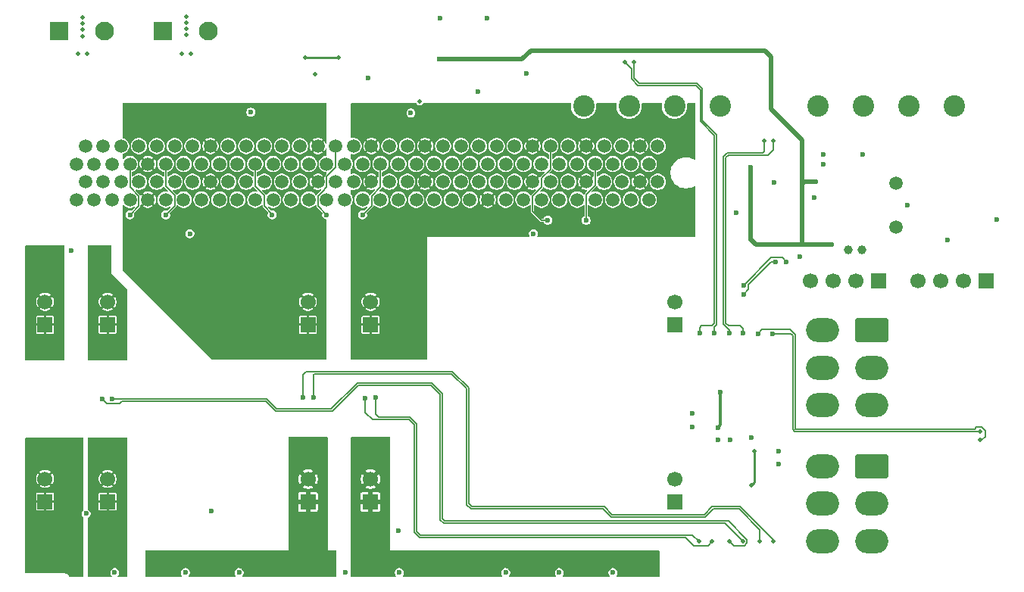
<source format=gbr>
%TF.GenerationSoftware,KiCad,Pcbnew,9.0.1*%
%TF.CreationDate,2025-05-06T20:53:02+02:00*%
%TF.ProjectId,apm,61706d2e-6b69-4636-9164-5f7063625858,rev?*%
%TF.SameCoordinates,Original*%
%TF.FileFunction,Copper,L3,Inr*%
%TF.FilePolarity,Positive*%
%FSLAX46Y46*%
G04 Gerber Fmt 4.6, Leading zero omitted, Abs format (unit mm)*
G04 Created by KiCad (PCBNEW 9.0.1) date 2025-05-06 20:53:02*
%MOMM*%
%LPD*%
G01*
G04 APERTURE LIST*
G04 Aperture macros list*
%AMRoundRect*
0 Rectangle with rounded corners*
0 $1 Rounding radius*
0 $2 $3 $4 $5 $6 $7 $8 $9 X,Y pos of 4 corners*
0 Add a 4 corners polygon primitive as box body*
4,1,4,$2,$3,$4,$5,$6,$7,$8,$9,$2,$3,0*
0 Add four circle primitives for the rounded corners*
1,1,$1+$1,$2,$3*
1,1,$1+$1,$4,$5*
1,1,$1+$1,$6,$7*
1,1,$1+$1,$8,$9*
0 Add four rect primitives between the rounded corners*
20,1,$1+$1,$2,$3,$4,$5,0*
20,1,$1+$1,$4,$5,$6,$7,0*
20,1,$1+$1,$6,$7,$8,$9,0*
20,1,$1+$1,$8,$9,$2,$3,0*%
G04 Aperture macros list end*
%TA.AperFunction,ComponentPad*%
%ADD10C,1.000000*%
%TD*%
%TA.AperFunction,ComponentPad*%
%ADD11RoundRect,0.250001X-0.799999X-0.799999X0.799999X-0.799999X0.799999X0.799999X-0.799999X0.799999X0*%
%TD*%
%TA.AperFunction,ComponentPad*%
%ADD12C,2.100000*%
%TD*%
%TA.AperFunction,ComponentPad*%
%ADD13C,2.400000*%
%TD*%
%TA.AperFunction,ComponentPad*%
%ADD14R,1.700000X1.700000*%
%TD*%
%TA.AperFunction,ComponentPad*%
%ADD15C,1.700000*%
%TD*%
%TA.AperFunction,ComponentPad*%
%ADD16C,1.520000*%
%TD*%
%TA.AperFunction,ComponentPad*%
%ADD17RoundRect,0.250001X-1.599999X1.099999X-1.599999X-1.099999X1.599999X-1.099999X1.599999X1.099999X0*%
%TD*%
%TA.AperFunction,ComponentPad*%
%ADD18O,3.700000X2.700000*%
%TD*%
%TA.AperFunction,ComponentPad*%
%ADD19C,1.500000*%
%TD*%
%TA.AperFunction,ViaPad*%
%ADD20C,0.600000*%
%TD*%
%TA.AperFunction,ViaPad*%
%ADD21C,0.500000*%
%TD*%
%TA.AperFunction,Conductor*%
%ADD22C,0.150000*%
%TD*%
%TA.AperFunction,Conductor*%
%ADD23C,0.500000*%
%TD*%
%TA.AperFunction,Conductor*%
%ADD24C,0.250000*%
%TD*%
%TA.AperFunction,Conductor*%
%ADD25C,0.300000*%
%TD*%
%TA.AperFunction,Conductor*%
%ADD26C,0.200000*%
%TD*%
G04 APERTURE END LIST*
D10*
%TO.N,Net-(U502-PC15)*%
%TO.C,Y502*%
X172600000Y-64400000D03*
%TO.N,Net-(U502-PC14)*%
X171100000Y-64400000D03*
%TD*%
D11*
%TO.N,ALT_IN_B*%
%TO.C,J306*%
X94520000Y-39900000D03*
D12*
%TO.N,ALT_OUT_B*%
X99600000Y-39900000D03*
%TD*%
D13*
%TO.N,EXT_OUT_5V*%
%TO.C,J304*%
X182980000Y-48340000D03*
%TO.N,GND*%
X177900000Y-48340000D03*
X172820000Y-48340000D03*
%TO.N,EXT_OUT_12V*%
X167740000Y-48340000D03*
%TD*%
D14*
%TO.N,+3.3V*%
%TO.C,J502*%
X186480000Y-67900000D03*
D15*
%TO.N,SCL*%
X183940000Y-67900000D03*
%TO.N,SDA*%
X181400000Y-67900000D03*
%TO.N,GND*%
X178860000Y-67900000D03*
%TD*%
D16*
%TO.N,VBUS_OUT_12V*%
%TO.C,J202*%
X84800000Y-54800000D03*
%TO.N,/agp_connectors/TYPEDET#*%
X85800000Y-52800000D03*
%TO.N,/agp_connectors/GC_DET#*%
X86800000Y-54800000D03*
%TO.N,/agp_connectors/USB-*%
X87800000Y-52800000D03*
%TO.N,GND*%
X88800000Y-54800000D03*
%TO.N,/agp_connectors/INTA#*%
X89800000Y-52800000D03*
%TO.N,/agp_connectors/RST#*%
X90800000Y-54800000D03*
%TO.N,/agp_connectors/GNT#*%
X91800000Y-52800000D03*
%TO.N,VBUS_OUT_3.3V*%
X92800000Y-54800000D03*
%TO.N,/agp_connectors/ST1*%
X93800000Y-52800000D03*
%TO.N,/agp_connectors/MB_DET#*%
X94800000Y-54800000D03*
%TO.N,/agp_connectors/DBI_HI{slash}PIPE#*%
X95800000Y-52800000D03*
%TO.N,GND*%
X96800000Y-54800000D03*
%TO.N,/agp_connectors/WBF#*%
X97800000Y-52800000D03*
%TO.N,/agp_connectors/SBA1*%
X98800000Y-54800000D03*
%TO.N,VBUS_OUT_3.3V*%
X99800000Y-52800000D03*
%TO.N,/agp_connectors/SBA3*%
X100800000Y-54800000D03*
%TO.N,/agp_connectors/SB_STB#*%
X101800000Y-52800000D03*
%TO.N,GND*%
X102800000Y-54800000D03*
%TO.N,/agp_connectors/SBA5*%
X103800000Y-52800000D03*
%TO.N,/agp_connectors/SBA7*%
X104800000Y-54800000D03*
%TO.N,unconnected-(J202-22-PadA22)*%
X105800000Y-52800000D03*
%TO.N,unconnected-(J202-23-PadA23)*%
X106800000Y-54800000D03*
%TO.N,unconnected-(J202-24-PadA24)*%
X107800000Y-52800000D03*
%TO.N,unconnected-(J202-25-PadA25)*%
X108800000Y-54800000D03*
%TO.N,/agp_connectors/AD30*%
X109800000Y-52800000D03*
%TO.N,/agp_connectors/AD28*%
X110800000Y-54800000D03*
%TO.N,VBUS_OUT_3.3V*%
X111800000Y-52800000D03*
%TO.N,/agp_connectors/AD26*%
X112800000Y-54800000D03*
%TO.N,/agp_connectors/AD24*%
X113800000Y-52800000D03*
%TO.N,GND*%
X114800000Y-54800000D03*
%TO.N,/agp_connectors/AD_STB1#*%
X115800000Y-52800000D03*
%TO.N,/agp_connectors/C{slash}BE3#*%
X116800000Y-54800000D03*
%TO.N,VBUS_OUT_VDDQ*%
X117800000Y-52800000D03*
%TO.N,/agp_connectors/AD22*%
X118800000Y-54800000D03*
%TO.N,/agp_connectors/AD20*%
X119800000Y-52800000D03*
%TO.N,GND*%
X120800000Y-54800000D03*
%TO.N,/agp_connectors/AD18*%
X121800000Y-52800000D03*
%TO.N,/agp_connectors/AD16*%
X122800000Y-54800000D03*
%TO.N,VBUS_OUT_VDDQ*%
X123800000Y-52800000D03*
%TO.N,/agp_connectors/FRAME#*%
X124800000Y-54800000D03*
%TO.N,unconnected-(J202-42-PadA42)*%
X125800000Y-52800000D03*
%TO.N,unconnected-(J202-43-PadA43)*%
X126800000Y-54800000D03*
%TO.N,unconnected-(J202-44-PadA44)*%
X127800000Y-52800000D03*
%TO.N,unconnected-(J202-45-PadA45)*%
X128800000Y-54800000D03*
%TO.N,/agp_connectors/TRDY#*%
X129800000Y-52800000D03*
%TO.N,/agp_connectors/STOP*%
X130800000Y-54800000D03*
%TO.N,/agp_connectors/PME#*%
X131800000Y-52800000D03*
%TO.N,GND*%
X132800000Y-54800000D03*
%TO.N,/agp_connectors/PAR*%
X133800000Y-52800000D03*
%TO.N,/agp_connectors/AD15*%
X134800000Y-54800000D03*
%TO.N,VBUS_OUT_VDDQ*%
X135800000Y-52800000D03*
%TO.N,/agp_connectors/AD13*%
X136800000Y-54800000D03*
%TO.N,/agp_connectors/AD11*%
X137800000Y-52800000D03*
%TO.N,GND*%
X138800000Y-54800000D03*
%TO.N,/agp_connectors/AD9*%
X139800000Y-52800000D03*
%TO.N,/agp_connectors/C{slash}BE0#*%
X140800000Y-54800000D03*
%TO.N,VBUS_OUT_VDDQ*%
X141800000Y-52800000D03*
%TO.N,/agp_connectors/AD_STB0#*%
X142800000Y-54800000D03*
%TO.N,/agp_connectors/AD6*%
X143800000Y-52800000D03*
%TO.N,GND*%
X144800000Y-54800000D03*
%TO.N,/agp_connectors/AD4*%
X145800000Y-52800000D03*
%TO.N,/agp_connectors/AD2*%
X146800000Y-54800000D03*
%TO.N,VBUS_OUT_VDDQ*%
X147800000Y-52800000D03*
%TO.N,/agp_connectors/AD0*%
X148800000Y-54800000D03*
%TO.N,/agp_connectors/VREFGC*%
X149800000Y-52800000D03*
%TO.N,/agp_connectors/OVRCNT#*%
X84800000Y-58800000D03*
%TO.N,VBUS_OUT_5V*%
X85800000Y-56800000D03*
X86800000Y-58800000D03*
%TO.N,/agp_connectors/USB+*%
X87800000Y-56800000D03*
%TO.N,GND*%
X88800000Y-58800000D03*
%TO.N,/agp_connectors/INTB#*%
X89800000Y-56800000D03*
%TO.N,/agp_connectors/CLK*%
X90800000Y-58800000D03*
%TO.N,/agp_connectors/REQ#*%
X91800000Y-56800000D03*
%TO.N,VBUS_OUT_3.3V*%
X92800000Y-58800000D03*
%TO.N,/agp_connectors/ST0*%
X93800000Y-56800000D03*
%TO.N,/agp_connectors/ST2*%
X94800000Y-58800000D03*
%TO.N,/agp_connectors/RBF#*%
X95800000Y-56800000D03*
%TO.N,GND*%
X96800000Y-58800000D03*
%TO.N,/agp_connectors/DBI_LO*%
X97800000Y-56800000D03*
%TO.N,/agp_connectors/SBA0*%
X98800000Y-58800000D03*
%TO.N,VBUS_OUT_3.3V*%
X99800000Y-56800000D03*
%TO.N,/agp_connectors/SBA2*%
X100800000Y-58800000D03*
%TO.N,/agp_connectors/SB_STB*%
X101800000Y-56800000D03*
%TO.N,GND*%
X102800000Y-58800000D03*
%TO.N,/agp_connectors/SBA4*%
X103800000Y-56800000D03*
%TO.N,/agp_connectors/SBA6*%
X104800000Y-58800000D03*
%TO.N,unconnected-(J202-88-PadB22)*%
X105800000Y-56800000D03*
%TO.N,unconnected-(J202-B24-PadB23)*%
X106800000Y-58800000D03*
%TO.N,unconnected-(J202-90-PadB24)*%
X107800000Y-56800000D03*
%TO.N,unconnected-(J202-91-PadB25)*%
X108800000Y-58800000D03*
%TO.N,/agp_connectors/AD31*%
X109800000Y-56800000D03*
%TO.N,/agp_connectors/AD29*%
X110800000Y-58800000D03*
%TO.N,VBUS_OUT_3.3V*%
X111800000Y-56800000D03*
%TO.N,/agp_connectors/AD27*%
X112800000Y-58800000D03*
%TO.N,/agp_connectors/AD25*%
X113800000Y-56800000D03*
%TO.N,GND*%
X114800000Y-58800000D03*
%TO.N,/agp_connectors/AD_STB1*%
X115800000Y-56800000D03*
%TO.N,/agp_connectors/AD23*%
X116800000Y-58800000D03*
%TO.N,VBUS_OUT_VDDQ*%
X117800000Y-56800000D03*
%TO.N,/agp_connectors/AD21*%
X118800000Y-58800000D03*
%TO.N,/agp_connectors/AD19*%
X119800000Y-56800000D03*
%TO.N,GND*%
X120800000Y-58800000D03*
%TO.N,/agp_connectors/AD17*%
X121800000Y-56800000D03*
%TO.N,/agp_connectors/C{slash}BE2#*%
X122800000Y-58800000D03*
%TO.N,VBUS_OUT_VDDQ*%
X123800000Y-56800000D03*
%TO.N,/agp_connectors/IRDY#*%
X124800000Y-58800000D03*
%TO.N,unconnected-(J202-108-PadB42)*%
X125800000Y-56800000D03*
%TO.N,unconnected-(J202-109-PadB43)*%
X126800000Y-58800000D03*
%TO.N,unconnected-(J202-110-PadB44)*%
X127800000Y-56800000D03*
%TO.N,unconnected-(J202-111-PadB45)*%
X128800000Y-58800000D03*
%TO.N,/agp_connectors/DEVSEL#*%
X129800000Y-56800000D03*
%TO.N,VBUS_OUT_VDDQ*%
X130800000Y-58800000D03*
%TO.N,/agp_connectors/PERR#*%
X131800000Y-56800000D03*
%TO.N,GND*%
X132800000Y-58800000D03*
%TO.N,/agp_connectors/SERR#*%
X133800000Y-56800000D03*
%TO.N,/agp_connectors/C{slash}BE1#*%
X134800000Y-58800000D03*
%TO.N,VBUS_OUT_VDDQ*%
X135800000Y-56800000D03*
%TO.N,/agp_connectors/AD14*%
X136800000Y-58800000D03*
%TO.N,/agp_connectors/AD12*%
X137800000Y-56800000D03*
%TO.N,GND*%
X138800000Y-58800000D03*
%TO.N,/agp_connectors/AD10*%
X139800000Y-56800000D03*
%TO.N,/agp_connectors/AD8*%
X140800000Y-58800000D03*
%TO.N,VBUS_OUT_VDDQ*%
X141800000Y-56800000D03*
%TO.N,/agp_connectors/AD_STB0*%
X142800000Y-58800000D03*
%TO.N,/agp_connectors/AD7*%
X143800000Y-56800000D03*
%TO.N,GND*%
X144800000Y-58800000D03*
%TO.N,/agp_connectors/AD5*%
X145800000Y-56800000D03*
%TO.N,/agp_connectors/AD3*%
X146800000Y-58800000D03*
%TO.N,VBUS_OUT_VDDQ*%
X147800000Y-56800000D03*
%TO.N,/agp_connectors/AD1*%
X148800000Y-58800000D03*
%TO.N,/agp_connectors/VREFCG*%
X149800000Y-56800000D03*
%TD*%
D11*
%TO.N,ALT_IN_A*%
%TO.C,J305*%
X82920000Y-39900000D03*
D12*
%TO.N,ALT_OUT_A*%
X88000000Y-39900000D03*
%TD*%
D17*
%TO.N,EXT_OUT_12V_PCIE*%
%TO.C,J302*%
X173700000Y-73400000D03*
D18*
X173700000Y-77600000D03*
X173700000Y-81800000D03*
%TO.N,GND*%
X168200000Y-73400000D03*
X168200000Y-77600000D03*
X168200000Y-81800000D03*
%TD*%
D19*
%TO.N,Net-(U502-PD1)*%
%TO.C,Y501*%
X176400000Y-56950000D03*
%TO.N,Net-(U502-PD0)*%
X176400000Y-61830000D03*
%TD*%
D13*
%TO.N,EXT_IN_5V*%
%TO.C,J303*%
X156760000Y-48340000D03*
%TO.N,GND*%
X151680000Y-48340000D03*
X146600000Y-48340000D03*
%TO.N,EXT_IN_12V*%
X141520000Y-48340000D03*
%TD*%
D14*
%TO.N,+3.3V*%
%TO.C,J503*%
X174480000Y-67900000D03*
D15*
%TO.N,/usb_interface/SWDIO*%
X171940000Y-67900000D03*
%TO.N,/usb_interface/SWDCLK*%
X169400000Y-67900000D03*
%TO.N,GND*%
X166860000Y-67900000D03*
%TD*%
D17*
%TO.N,EXT_IN_12V_PCIE*%
%TO.C,J301*%
X173700000Y-88600000D03*
D18*
X173700000Y-92800000D03*
X173700000Y-97000000D03*
%TO.N,GND*%
X168200000Y-88600000D03*
X168200000Y-92800000D03*
X168200000Y-97000000D03*
%TD*%
D14*
%TO.N,VBUS_OUT_VDDQ*%
%TO.C,J205*%
X117700000Y-72775000D03*
D15*
X117700000Y-70235000D03*
%TD*%
D14*
%TO.N,VBUS_OUT_3.3V*%
%TO.C,J204*%
X110700000Y-72775000D03*
D15*
X110700000Y-70235000D03*
%TD*%
D14*
%TO.N,VBUS_IN_12V*%
%TO.C,J208*%
X81300000Y-92575000D03*
D15*
X81300000Y-90035000D03*
%TD*%
D14*
%TO.N,VBUS_IN_3.3V*%
%TO.C,J209*%
X110700000Y-92575000D03*
D15*
X110700000Y-90035000D03*
%TD*%
D14*
%TO.N,VBUS_OUT_5V*%
%TO.C,J206*%
X88300000Y-72775000D03*
D15*
X88300000Y-70235000D03*
%TD*%
D14*
%TO.N,VBUS_IN_VDDQ*%
%TO.C,J210*%
X117700000Y-92575000D03*
D15*
X117700000Y-90035000D03*
%TD*%
D14*
%TO.N,VBUS_OUT_12V*%
%TO.C,J203*%
X81300000Y-72775000D03*
D15*
X81300000Y-70235000D03*
%TD*%
D14*
%TO.N,GND*%
%TO.C,J207*%
X151700000Y-72775000D03*
D15*
X151700000Y-70235000D03*
%TD*%
D14*
%TO.N,VBUS_IN_5V*%
%TO.C,J211*%
X88300000Y-92575000D03*
D15*
X88300000Y-90035000D03*
%TD*%
D14*
%TO.N,GND*%
%TO.C,J212*%
X151700000Y-92575000D03*
D15*
X151700000Y-90035000D03*
%TD*%
D20*
%TO.N,VBUS_IN_VDDQ*%
X119300000Y-86700000D03*
X117700000Y-87600000D03*
X135800000Y-100500000D03*
X116100000Y-85800000D03*
X116900000Y-85800000D03*
X119300000Y-85800000D03*
X117700000Y-86700000D03*
X118500000Y-85800000D03*
X130800000Y-100500000D03*
X118500000Y-86700000D03*
X117700000Y-85800000D03*
D21*
X155900000Y-97000000D03*
D20*
X147700000Y-100500000D03*
X116900000Y-87600000D03*
X119300000Y-87600000D03*
X118500000Y-87600000D03*
X116100000Y-87600000D03*
X117100000Y-81000000D03*
X116100000Y-86700000D03*
X117900000Y-100500000D03*
X141800000Y-100500000D03*
X123900000Y-100500000D03*
X116900000Y-86700000D03*
%TO.N,/agp_connectors/SBA7*%
X106700000Y-60500000D03*
%TO.N,VBUS_IN_3.3V*%
X99900000Y-100500000D03*
X112300000Y-86700000D03*
X110100000Y-80900000D03*
X111900000Y-100600000D03*
X109100000Y-85800000D03*
X109100000Y-86700000D03*
X111500000Y-86700000D03*
X111500000Y-85800000D03*
X112300000Y-87600000D03*
X93100000Y-100500000D03*
X111500000Y-87600000D03*
X109900000Y-86700000D03*
X110700000Y-85800000D03*
X110700000Y-87600000D03*
D21*
X162700000Y-97000000D03*
D20*
X109100000Y-87600000D03*
X109900000Y-87600000D03*
X112300000Y-85800000D03*
X110700000Y-86700000D03*
X109900000Y-85800000D03*
%TO.N,/agp_connectors/MB_DET#*%
X94800000Y-60500000D03*
%TO.N,/agp_connectors/AD22*%
X116800000Y-60500000D03*
%TO.N,/agp_connectors/AD24*%
X112800000Y-60500000D03*
%TO.N,VBUS_IN_12V*%
X79700000Y-87700000D03*
X81300000Y-87700000D03*
X81300000Y-85900000D03*
X82100000Y-87700000D03*
X82100000Y-85900000D03*
X85070000Y-100600000D03*
X80500000Y-87700000D03*
X82100000Y-86800000D03*
X79700000Y-85900000D03*
X82900000Y-85900000D03*
X79700000Y-86800000D03*
X81300000Y-86800000D03*
X85070000Y-99800000D03*
X80500000Y-86800000D03*
X80500000Y-85900000D03*
X82900000Y-86800000D03*
X82900000Y-87700000D03*
%TO.N,GND*%
X104300000Y-49000000D03*
X84200000Y-64500000D03*
X117400000Y-45200000D03*
X135900000Y-62600000D03*
X120900000Y-100500000D03*
X153700000Y-82700000D03*
X144800000Y-100500000D03*
D21*
X97100000Y-38300000D03*
D20*
X138800000Y-100500000D03*
D21*
X97100000Y-39000000D03*
D20*
X162800000Y-56900000D03*
X120800000Y-95800000D03*
D21*
X85500000Y-40500000D03*
D20*
X85900000Y-93900000D03*
X97000000Y-100500000D03*
D21*
X85500000Y-38400000D03*
X123200000Y-47800000D03*
D20*
X165700000Y-65200000D03*
D21*
X97100000Y-39700000D03*
D20*
X167300000Y-58600000D03*
X97500000Y-62600000D03*
D21*
X97100000Y-40400000D03*
D20*
X187700000Y-61000000D03*
X158600000Y-60300000D03*
X103000000Y-100500000D03*
D21*
X85500000Y-39800000D03*
X85500000Y-39100000D03*
D20*
X163300000Y-88400000D03*
X114900000Y-100500000D03*
X99900000Y-93600000D03*
X132800000Y-100500000D03*
D21*
X111500000Y-44800000D03*
D20*
X130700000Y-38500000D03*
X122200000Y-49100000D03*
X125500000Y-38500000D03*
X172700000Y-53700000D03*
X89100000Y-100500000D03*
X182200000Y-63300000D03*
X177700000Y-59400000D03*
%TO.N,/agp_connectors/AD_STB0#*%
X141800000Y-61100000D03*
%TO.N,VBUS_IN_5V*%
X89100000Y-85900000D03*
X86700000Y-87700000D03*
X86700000Y-85900000D03*
X87500000Y-87700000D03*
X87700000Y-81100000D03*
X87500000Y-86800000D03*
X89100000Y-87700000D03*
X89100000Y-86800000D03*
X89900000Y-87700000D03*
X86700000Y-86800000D03*
X87500000Y-85900000D03*
X87060000Y-100600000D03*
D21*
X159300000Y-97000000D03*
D20*
X89900000Y-85900000D03*
X88300000Y-87700000D03*
X87060000Y-99800000D03*
X89900000Y-86800000D03*
X88300000Y-86800000D03*
X88300000Y-85900000D03*
%TO.N,/agp_connectors/AD11*%
X137500000Y-61100000D03*
%TO.N,/agp_connectors/RST#*%
X90800000Y-60500000D03*
%TO.N,VBUS_OUT_VDDQ*%
X118500000Y-74400000D03*
X117700000Y-74400000D03*
X117700000Y-76200000D03*
X118300000Y-80900000D03*
X119300000Y-74400000D03*
X116100000Y-76200000D03*
X119300000Y-75300000D03*
X118500000Y-75300000D03*
X118500000Y-76200000D03*
X119300000Y-76200000D03*
X117700000Y-75300000D03*
X116900000Y-76200000D03*
X116900000Y-75300000D03*
D21*
X154400000Y-97000000D03*
D20*
X116900000Y-74400000D03*
X116100000Y-74400000D03*
X116100000Y-75300000D03*
%TO.N,VBUS_OUT_3.3V*%
X111300000Y-80900000D03*
X111400000Y-76200000D03*
X112200000Y-76200000D03*
X110600000Y-75300000D03*
X111400000Y-75300000D03*
X110600000Y-74400000D03*
X109000000Y-76200000D03*
X111400000Y-74400000D03*
X109000000Y-75300000D03*
X109800000Y-74400000D03*
X109000000Y-74400000D03*
D21*
X161200000Y-97000000D03*
D20*
X110600000Y-76200000D03*
X112200000Y-74400000D03*
X112200000Y-75300000D03*
X109800000Y-75300000D03*
X109800000Y-76200000D03*
%TO.N,VBUS_OUT_5V*%
X88300000Y-74500000D03*
X87500000Y-76300000D03*
X89900000Y-75400000D03*
X86700000Y-75400000D03*
X88300000Y-75400000D03*
X88800000Y-81100000D03*
X86700000Y-76300000D03*
X86700000Y-74500000D03*
X89100000Y-75400000D03*
X89100000Y-76300000D03*
X89900000Y-74500000D03*
X88300000Y-76300000D03*
X87500000Y-74500000D03*
X89900000Y-76300000D03*
X87500000Y-75400000D03*
X89100000Y-74500000D03*
X88100000Y-64600000D03*
D21*
X157800000Y-97000000D03*
D20*
%TO.N,VBUS_OUT_12V*%
X79700000Y-75400000D03*
X81300000Y-76300000D03*
X82900000Y-74500000D03*
X81300000Y-74500000D03*
X79700000Y-74500000D03*
X82100000Y-75400000D03*
X80500000Y-75400000D03*
X82900000Y-76300000D03*
X82900000Y-75400000D03*
X80400000Y-64700000D03*
X80500000Y-76300000D03*
X79700000Y-76300000D03*
X80500000Y-74500000D03*
X81300000Y-75400000D03*
X82100000Y-74500000D03*
X82100000Y-76300000D03*
%TO.N,EXT_IN_5V*%
X157800000Y-73700000D03*
D21*
X161700000Y-52200000D03*
%TO.N,EXT_OUT_5V*%
X162700000Y-52200000D03*
D20*
X159300000Y-73700000D03*
D21*
%TO.N,EXT_OUT_12V*%
X147100000Y-43400000D03*
D20*
X156100000Y-73700000D03*
D21*
%TO.N,EXT_IN_12V*%
X146100000Y-43400000D03*
D20*
X154500000Y-73700000D03*
D21*
%TO.N,EXT_OUT_12V_PCIE*%
X185800000Y-84700000D03*
D20*
X162600000Y-73800000D03*
%TO.N,EXT_IN_12V_PCIE*%
X161000000Y-73800000D03*
D21*
X185800000Y-85700000D03*
%TO.N,+3.3V*%
X160300000Y-90700000D03*
X160600000Y-86900000D03*
D20*
X163300000Y-86900000D03*
D21*
X114100000Y-42900000D03*
X110400000Y-42900000D03*
D20*
X156500000Y-84300000D03*
X167500000Y-56800000D03*
X169200000Y-63800000D03*
X160200000Y-63100000D03*
X160200000Y-55200000D03*
X156800000Y-80300000D03*
X125400000Y-43100000D03*
X153700000Y-84200000D03*
%TO.N,SCL*%
X163000000Y-65800000D03*
X156500000Y-85700000D03*
X159400000Y-69400000D03*
%TO.N,SDA*%
X159400000Y-68400000D03*
X160300000Y-85400000D03*
X157900000Y-85700000D03*
X164200000Y-65800000D03*
D21*
%TO.N,ALT_OUT_A*%
X86000000Y-42500000D03*
%TO.N,ALT_IN_A*%
X85000000Y-42500000D03*
%TO.N,ALT_OUT_B*%
X97600000Y-42500000D03*
%TO.N,ALT_IN_B*%
X96600000Y-42500000D03*
D20*
%TO.N,Net-(U501-VI)*%
X135100000Y-44700000D03*
%TO.N,Net-(D501-VCC)*%
X129700000Y-46700000D03*
%TO.N,Net-(U502-PA4)*%
X168300000Y-54800000D03*
%TO.N,Net-(U502-PA5)*%
X168300000Y-53700000D03*
%TD*%
D22*
%TO.N,VBUS_IN_VDDQ*%
X117100000Y-81000000D02*
X117100000Y-82600000D01*
X122000000Y-83400000D02*
X117900000Y-83400000D01*
X122600000Y-96000000D02*
X122600000Y-84000000D01*
X153829000Y-97480000D02*
X155420000Y-97480000D01*
X117100000Y-82600000D02*
X117900000Y-83400000D01*
X123151000Y-96551000D02*
X122600000Y-96000000D01*
X122600000Y-84000000D02*
X122000000Y-83400000D01*
X152900000Y-96551000D02*
X153829000Y-97480000D01*
X152900000Y-96551000D02*
X123151000Y-96551000D01*
X155420000Y-97480000D02*
X155900000Y-97000000D01*
%TO.N,/agp_connectors/SBA7*%
X105800000Y-59500000D02*
X106700000Y-60400000D01*
X105800000Y-58300000D02*
X105800000Y-59500000D01*
X104800000Y-57300000D02*
X105800000Y-58300000D01*
X106700000Y-60400000D02*
X106700000Y-60500000D01*
X104800000Y-54800000D02*
X104800000Y-57300000D01*
%TO.N,VBUS_IN_3.3V*%
X126854968Y-78000000D02*
X110500000Y-78000000D01*
X159003968Y-93149000D02*
X155896032Y-93149000D01*
X162700000Y-96845032D02*
X159003968Y-93149000D01*
X144703968Y-94049000D02*
X143803968Y-93149000D01*
X129049000Y-93149000D02*
X128651000Y-92751000D01*
X128651000Y-79796032D02*
X126854968Y-78000000D01*
X128651000Y-92751000D02*
X128651000Y-79796032D01*
X110500000Y-78000000D02*
X110100000Y-78400000D01*
X110100000Y-78400000D02*
X110100000Y-80900000D01*
X155896032Y-93149000D02*
X154996032Y-94049000D01*
X154996032Y-94049000D02*
X144703968Y-94049000D01*
X143803968Y-93149000D02*
X129049000Y-93149000D01*
X162700000Y-97000000D02*
X162700000Y-96845032D01*
%TO.N,/agp_connectors/MB_DET#*%
X94800000Y-54800000D02*
X94800000Y-57300000D01*
X94800000Y-57300000D02*
X95800000Y-58300000D01*
X95800000Y-58300000D02*
X95800000Y-59500000D01*
X95800000Y-59500000D02*
X94800000Y-60500000D01*
%TO.N,/agp_connectors/AD22*%
X118800000Y-57405585D02*
X117814000Y-58391585D01*
X117814000Y-59486000D02*
X116800000Y-60500000D01*
X118800000Y-54800000D02*
X118800000Y-57405585D01*
X117814000Y-58391585D02*
X117814000Y-59486000D01*
%TO.N,/agp_connectors/AD24*%
X113800000Y-55200000D02*
X112800000Y-56200000D01*
X112800000Y-56200000D02*
X112800000Y-57405585D01*
X113800000Y-52800000D02*
X113800000Y-55200000D01*
X112800000Y-57405585D02*
X112302792Y-57902793D01*
X111814000Y-58391585D02*
X111814000Y-59514000D01*
X112302792Y-57902793D02*
X111814000Y-58391585D01*
X111814000Y-59514000D02*
X112800000Y-60500000D01*
%TO.N,/agp_connectors/AD_STB0#*%
X142800000Y-54800000D02*
X142800000Y-57200000D01*
X141800000Y-58200000D02*
X141800000Y-61100000D01*
X142800000Y-57200000D02*
X141800000Y-58200000D01*
%TO.N,VBUS_IN_5V*%
X124451000Y-79551000D02*
X125500000Y-80600000D01*
X88180000Y-81580000D02*
X89671000Y-81580000D01*
X89900000Y-81351000D02*
X105996032Y-81351000D01*
X113403968Y-82451000D02*
X116303968Y-79551000D01*
X125500000Y-94600000D02*
X125900000Y-95000000D01*
X125900000Y-95000000D02*
X157300000Y-95000000D01*
X89671000Y-81580000D02*
X89900000Y-81351000D01*
X125500000Y-80600000D02*
X125500000Y-94600000D01*
X87700000Y-81100000D02*
X88180000Y-81580000D01*
X107096032Y-82451000D02*
X113403968Y-82451000D01*
X116303968Y-79551000D02*
X124451000Y-79551000D01*
X157300000Y-95000000D02*
X159300000Y-97000000D01*
X105996032Y-81351000D02*
X107096032Y-82451000D01*
%TO.N,/agp_connectors/AD11*%
X137800000Y-52800000D02*
X137800000Y-55405585D01*
X136800000Y-61100000D02*
X137500000Y-61100000D01*
X137800000Y-55405585D02*
X136800000Y-56405585D01*
X136800000Y-57405585D02*
X135800000Y-58405585D01*
X136800000Y-56405585D02*
X136800000Y-57405585D01*
X135800000Y-60100000D02*
X136800000Y-61100000D01*
X135800000Y-58405585D02*
X135800000Y-60100000D01*
%TO.N,/agp_connectors/RST#*%
X91800000Y-59500000D02*
X90800000Y-60500000D01*
X91800000Y-58400000D02*
X91800000Y-59500000D01*
X90800000Y-54800000D02*
X90800000Y-57400000D01*
X90800000Y-57400000D02*
X91800000Y-58400000D01*
%TO.N,VBUS_OUT_VDDQ*%
X123254968Y-96300000D02*
X153700000Y-96300000D01*
X118300000Y-82800000D02*
X118649000Y-83149000D01*
X118649000Y-83149000D02*
X122103968Y-83149000D01*
X122851000Y-95896032D02*
X123254968Y-96300000D01*
X122103968Y-83149000D02*
X122851000Y-83896032D01*
X153700000Y-96300000D02*
X154400000Y-97000000D01*
X118300000Y-80900000D02*
X118300000Y-82800000D01*
X122851000Y-83896032D02*
X122851000Y-95896032D01*
%TO.N,VBUS_OUT_3.3V*%
X143700000Y-93400000D02*
X144600000Y-94300000D01*
X161200000Y-95700000D02*
X161200000Y-97000000D01*
X144600000Y-94300000D02*
X155100000Y-94300000D01*
X111400000Y-78251000D02*
X126751000Y-78251000D01*
X156000000Y-93400000D02*
X158900000Y-93400000D01*
X128900000Y-93400000D02*
X143700000Y-93400000D01*
X158900000Y-93400000D02*
X161200000Y-95700000D01*
X155100000Y-94300000D02*
X156000000Y-93400000D01*
X126751000Y-78251000D02*
X128400000Y-79900000D01*
X111300000Y-80900000D02*
X111300000Y-78351000D01*
X128400000Y-92900000D02*
X128900000Y-93400000D01*
X128400000Y-79900000D02*
X128400000Y-92900000D01*
X111300000Y-78351000D02*
X111400000Y-78251000D01*
%TO.N,VBUS_OUT_5V*%
X126003968Y-94749000D02*
X157727823Y-94749000D01*
X125751000Y-80496032D02*
X125751000Y-94496032D01*
X106100000Y-81100000D02*
X107200000Y-82200000D01*
X159498823Y-97480000D02*
X158280000Y-97480000D01*
X159780000Y-97198823D02*
X159498823Y-97480000D01*
X116200000Y-79300000D02*
X124554968Y-79300000D01*
X157727823Y-94749000D02*
X159780000Y-96801177D01*
X158280000Y-97480000D02*
X157800000Y-97000000D01*
X159780000Y-96801177D02*
X159780000Y-97198823D01*
X113300000Y-82200000D02*
X116200000Y-79300000D01*
X88800000Y-81100000D02*
X106100000Y-81100000D01*
X124554968Y-79300000D02*
X125751000Y-80496032D01*
X125751000Y-94496032D02*
X126003968Y-94749000D01*
X107200000Y-82200000D02*
X113300000Y-82200000D01*
%TO.N,EXT_IN_5V*%
X161700000Y-52200000D02*
X161700000Y-53400000D01*
X157149000Y-53996032D02*
X157149000Y-72703968D01*
X161551000Y-53549000D02*
X157596032Y-53549000D01*
X157800000Y-73354968D02*
X157800000Y-73700000D01*
X161700000Y-53400000D02*
X161551000Y-53549000D01*
X157596032Y-53549000D02*
X157149000Y-53996032D01*
X157149000Y-72703968D02*
X157800000Y-73354968D01*
%TO.N,EXT_OUT_5V*%
X157700000Y-72900000D02*
X159000000Y-72900000D01*
X157400000Y-72600000D02*
X157700000Y-72900000D01*
X162100000Y-53800000D02*
X157700000Y-53800000D01*
X157700000Y-53800000D02*
X157400000Y-54100000D01*
X159300000Y-73200000D02*
X159300000Y-73700000D01*
X159000000Y-72900000D02*
X159300000Y-73200000D01*
X157400000Y-54100000D02*
X157400000Y-72600000D01*
X162700000Y-52200000D02*
X162700000Y-53200000D01*
X162700000Y-53200000D02*
X162100000Y-53800000D01*
%TO.N,EXT_OUT_12V*%
X154800000Y-46400000D02*
X154800000Y-49900000D01*
X156400000Y-51500000D02*
X156400000Y-72754968D01*
X147100000Y-45200000D02*
X147700000Y-45800000D01*
X154200000Y-45800000D02*
X154800000Y-46400000D01*
X156400000Y-72754968D02*
X156100000Y-73054968D01*
X147100000Y-43400000D02*
X147100000Y-45200000D01*
X147700000Y-45800000D02*
X154200000Y-45800000D01*
X156100000Y-73054968D02*
X156100000Y-73700000D01*
X154800000Y-49900000D02*
X156400000Y-51500000D01*
%TO.N,EXT_IN_12V*%
X154500000Y-73100000D02*
X154500000Y-73700000D01*
X146100000Y-43400000D02*
X146849000Y-44149000D01*
X155900000Y-72900000D02*
X154700000Y-72900000D01*
X156149000Y-72651000D02*
X155900000Y-72900000D01*
X146849000Y-45303968D02*
X147596032Y-46051000D01*
X147596032Y-46051000D02*
X154096032Y-46051000D01*
X154549000Y-50003968D02*
X156149000Y-51603968D01*
X146849000Y-44149000D02*
X146849000Y-45303968D01*
X154096032Y-46051000D02*
X154549000Y-46503968D01*
X156149000Y-51603968D02*
X156149000Y-72651000D01*
X154549000Y-46503968D02*
X154549000Y-50003968D01*
X154700000Y-72900000D02*
X154500000Y-73100000D01*
%TO.N,EXT_OUT_12V_PCIE*%
X164700000Y-73800000D02*
X162600000Y-73800000D01*
X185800000Y-84700000D02*
X165100000Y-84700000D01*
X165100000Y-84700000D02*
X164900000Y-84500000D01*
X164900000Y-84500000D02*
X164900000Y-74000000D01*
X164900000Y-74000000D02*
X164700000Y-73800000D01*
%TO.N,EXT_IN_12V_PCIE*%
X165151000Y-73896032D02*
X165151000Y-84396032D01*
X161000000Y-73800000D02*
X161480000Y-73320000D01*
X185998823Y-84220000D02*
X186400000Y-84621177D01*
X186400000Y-84621177D02*
X186400000Y-85300000D01*
X185429000Y-84220000D02*
X185998823Y-84220000D01*
X186400000Y-85300000D02*
X186000000Y-85700000D01*
X164574968Y-73320000D02*
X165151000Y-73896032D01*
X165151000Y-84396032D02*
X165203968Y-84449000D01*
X161480000Y-73320000D02*
X164574968Y-73320000D01*
X186000000Y-85700000D02*
X185800000Y-85700000D01*
X185200000Y-84449000D02*
X185429000Y-84220000D01*
X165203968Y-84449000D02*
X185200000Y-84449000D01*
D23*
%TO.N,+3.3V*%
X166200000Y-56800000D02*
X167500000Y-56800000D01*
D24*
X160600000Y-90400000D02*
X160600000Y-86900000D01*
X160300000Y-90700000D02*
X160600000Y-90400000D01*
D23*
X160800000Y-63800000D02*
X160200000Y-63200000D01*
X160200000Y-63200000D02*
X160200000Y-63100000D01*
X162500000Y-48700000D02*
X165900000Y-52100000D01*
X161800000Y-42100000D02*
X162500000Y-42800000D01*
D24*
X114100000Y-42900000D02*
X110400000Y-42900000D01*
D23*
X162500000Y-42800000D02*
X162500000Y-48700000D01*
X165900000Y-63800000D02*
X160800000Y-63800000D01*
X125400000Y-43100000D02*
X134600000Y-43100000D01*
D25*
X156800000Y-80300000D02*
X156800000Y-84000000D01*
D23*
X169200000Y-63800000D02*
X165900000Y-63800000D01*
D25*
X156800000Y-84000000D02*
X156500000Y-84300000D01*
D23*
X135600000Y-42100000D02*
X161800000Y-42100000D01*
X160200000Y-63100000D02*
X160200000Y-55200000D01*
X165900000Y-63800000D02*
X165900000Y-57100000D01*
X134600000Y-43100000D02*
X135600000Y-42100000D01*
X165900000Y-57100000D02*
X166200000Y-56800000D01*
X165900000Y-52100000D02*
X165900000Y-57100000D01*
D26*
%TO.N,SCL*%
X162425678Y-65800000D02*
X163000000Y-65800000D01*
X159400000Y-69400000D02*
X159962839Y-68837161D01*
X159962839Y-68262839D02*
X162425678Y-65800000D01*
X159962839Y-68837161D02*
X159962839Y-68262839D01*
%TO.N,SDA*%
X162505000Y-65295000D02*
X163695000Y-65295000D01*
X159400000Y-68400000D02*
X162505000Y-65295000D01*
X163695000Y-65295000D02*
X164200000Y-65800000D01*
%TD*%
%TA.AperFunction,Conductor*%
%TO.N,VBUS_OUT_3.3V*%
G36*
X112778326Y-48021674D02*
G01*
X112800000Y-48074000D01*
X112800000Y-52464247D01*
X112778326Y-52516573D01*
X112726000Y-52538247D01*
X112673674Y-52516573D01*
X112657633Y-52492566D01*
X112606430Y-52368952D01*
X112526879Y-52249896D01*
X112139223Y-52637551D01*
X112100075Y-52569745D01*
X112030255Y-52499925D01*
X111962445Y-52460775D01*
X112350102Y-52073118D01*
X112231047Y-51993569D01*
X112065437Y-51924971D01*
X112065431Y-51924969D01*
X111889625Y-51890000D01*
X111710375Y-51890000D01*
X111534568Y-51924969D01*
X111534562Y-51924971D01*
X111368952Y-51993569D01*
X111249896Y-52073118D01*
X111637553Y-52460776D01*
X111569745Y-52499925D01*
X111499925Y-52569745D01*
X111460776Y-52637553D01*
X111073118Y-52249896D01*
X110993569Y-52368952D01*
X110924971Y-52534562D01*
X110924969Y-52534568D01*
X110890000Y-52710374D01*
X110890000Y-52889625D01*
X110924969Y-53065431D01*
X110924971Y-53065437D01*
X110993569Y-53231047D01*
X111073118Y-53350101D01*
X111460775Y-52962445D01*
X111499925Y-53030255D01*
X111569745Y-53100075D01*
X111637552Y-53139223D01*
X111249896Y-53526879D01*
X111249896Y-53526880D01*
X111368952Y-53606430D01*
X111534562Y-53675028D01*
X111534568Y-53675030D01*
X111710375Y-53710000D01*
X111889625Y-53710000D01*
X112065431Y-53675030D01*
X112065437Y-53675028D01*
X112231046Y-53606431D01*
X112350102Y-53526880D01*
X112350102Y-53526879D01*
X111962447Y-53139223D01*
X112030255Y-53100075D01*
X112100075Y-53030255D01*
X112139223Y-52962446D01*
X112526879Y-53350102D01*
X112526880Y-53350102D01*
X112606432Y-53231044D01*
X112657633Y-53107434D01*
X112697681Y-53067385D01*
X112754318Y-53067385D01*
X112794367Y-53107433D01*
X112800000Y-53135752D01*
X112800000Y-53815500D01*
X112778326Y-53867826D01*
X112726000Y-53889500D01*
X112710324Y-53889500D01*
X112675525Y-53896421D01*
X112534423Y-53924488D01*
X112534412Y-53924491D01*
X112368720Y-53993122D01*
X112219593Y-54092765D01*
X112092765Y-54219593D01*
X111993122Y-54368720D01*
X111924491Y-54534412D01*
X111924488Y-54534423D01*
X111889500Y-54710324D01*
X111889500Y-54889675D01*
X111924488Y-55065576D01*
X111924491Y-55065587D01*
X111993122Y-55231279D01*
X111993124Y-55231282D01*
X111993125Y-55231284D01*
X112092768Y-55380410D01*
X112219590Y-55507232D01*
X112368716Y-55606875D01*
X112368721Y-55606877D01*
X112368720Y-55606877D01*
X112516129Y-55667935D01*
X112534417Y-55675510D01*
X112710324Y-55710500D01*
X112710325Y-55710500D01*
X112726000Y-55710500D01*
X112778326Y-55732174D01*
X112800000Y-55784500D01*
X112800000Y-55921152D01*
X112778326Y-55973478D01*
X112700587Y-56051218D01*
X112651216Y-56100589D01*
X112624500Y-56165089D01*
X112624500Y-56177864D01*
X112602826Y-56230190D01*
X112550500Y-56251864D01*
X112543248Y-56251508D01*
X112526879Y-56249896D01*
X112139223Y-56637551D01*
X112100075Y-56569745D01*
X112030255Y-56499925D01*
X111962445Y-56460775D01*
X112350102Y-56073118D01*
X112231047Y-55993569D01*
X112065437Y-55924971D01*
X112065431Y-55924969D01*
X111889625Y-55890000D01*
X111710375Y-55890000D01*
X111534568Y-55924969D01*
X111534562Y-55924971D01*
X111368952Y-55993569D01*
X111249896Y-56073118D01*
X111637553Y-56460776D01*
X111569745Y-56499925D01*
X111499925Y-56569745D01*
X111460776Y-56637553D01*
X111073118Y-56249896D01*
X110993569Y-56368952D01*
X110924971Y-56534562D01*
X110924969Y-56534568D01*
X110890000Y-56710374D01*
X110890000Y-56889625D01*
X110924969Y-57065431D01*
X110924971Y-57065437D01*
X110993569Y-57231047D01*
X111073118Y-57350101D01*
X111460775Y-56962445D01*
X111499925Y-57030255D01*
X111569745Y-57100075D01*
X111637551Y-57139223D01*
X111249896Y-57526879D01*
X111249896Y-57526880D01*
X111368952Y-57606430D01*
X111534562Y-57675028D01*
X111534568Y-57675030D01*
X111710375Y-57710000D01*
X111889625Y-57710000D01*
X112065431Y-57675030D01*
X112065433Y-57675029D01*
X112092043Y-57664007D01*
X112106763Y-57664006D01*
X112120361Y-57658374D01*
X112133959Y-57664006D01*
X112148680Y-57664006D01*
X112159089Y-57674414D01*
X112172688Y-57680047D01*
X112178321Y-57693645D01*
X112188730Y-57704054D01*
X112188730Y-57718774D01*
X112194363Y-57732372D01*
X112188730Y-57745970D01*
X112188731Y-57760691D01*
X112172690Y-57784699D01*
X112154011Y-57803379D01*
X112154009Y-57803381D01*
X111704179Y-58253210D01*
X111663343Y-58294046D01*
X111611017Y-58315720D01*
X111558691Y-58294046D01*
X111549493Y-58282838D01*
X111507232Y-58219590D01*
X111380410Y-58092768D01*
X111231284Y-57993125D01*
X111231280Y-57993123D01*
X111231278Y-57993122D01*
X111231279Y-57993122D01*
X111065587Y-57924491D01*
X111065576Y-57924488D01*
X110933056Y-57898128D01*
X110889676Y-57889500D01*
X110710324Y-57889500D01*
X110675525Y-57896421D01*
X110534423Y-57924488D01*
X110534412Y-57924491D01*
X110368720Y-57993122D01*
X110219593Y-58092765D01*
X110092765Y-58219593D01*
X109993122Y-58368720D01*
X109924491Y-58534412D01*
X109924488Y-58534423D01*
X109889500Y-58710324D01*
X109889500Y-58889675D01*
X109924488Y-59065576D01*
X109924491Y-59065587D01*
X109993122Y-59231279D01*
X110092764Y-59380405D01*
X110092768Y-59380410D01*
X110219590Y-59507232D01*
X110368716Y-59606875D01*
X110368721Y-59606877D01*
X110368720Y-59606877D01*
X110387112Y-59614495D01*
X110534417Y-59675510D01*
X110710324Y-59710500D01*
X110710325Y-59710500D01*
X110889675Y-59710500D01*
X110889676Y-59710500D01*
X111065583Y-59675510D01*
X111231284Y-59606875D01*
X111380410Y-59507232D01*
X111507232Y-59380410D01*
X111507236Y-59380402D01*
X111507300Y-59380327D01*
X111507330Y-59380310D01*
X111509802Y-59377839D01*
X111510551Y-59378588D01*
X111557250Y-59353631D01*
X111611448Y-59370075D01*
X111638144Y-59420025D01*
X111638500Y-59427275D01*
X111638500Y-59548910D01*
X111665216Y-59613410D01*
X111665219Y-59613414D01*
X112308683Y-60256878D01*
X112330357Y-60309204D01*
X112327836Y-60328356D01*
X112299500Y-60434108D01*
X112299500Y-60565894D01*
X112333606Y-60693181D01*
X112333607Y-60693184D01*
X112333608Y-60693186D01*
X112399500Y-60807314D01*
X112492686Y-60900500D01*
X112606814Y-60966392D01*
X112606818Y-60966393D01*
X112734106Y-61000500D01*
X112735655Y-61000704D01*
X112736337Y-61001098D01*
X112738793Y-61001756D01*
X112738616Y-61002413D01*
X112784706Y-61029020D01*
X112800000Y-61074071D01*
X112800000Y-76626000D01*
X112778326Y-76678326D01*
X112726000Y-76700000D01*
X100030652Y-76700000D01*
X99978326Y-76678326D01*
X95210226Y-71910226D01*
X109700000Y-71910226D01*
X109700000Y-72650000D01*
X110215856Y-72650000D01*
X110200000Y-72709174D01*
X110200000Y-72840826D01*
X110215856Y-72900000D01*
X109700001Y-72900000D01*
X109700001Y-73639778D01*
X109708701Y-73683524D01*
X109741855Y-73733143D01*
X109741856Y-73733144D01*
X109791472Y-73766296D01*
X109835226Y-73774999D01*
X110575000Y-73774999D01*
X110575000Y-73259144D01*
X110634174Y-73275000D01*
X110765826Y-73275000D01*
X110825000Y-73259144D01*
X110825000Y-73774999D01*
X111564779Y-73774999D01*
X111608524Y-73766298D01*
X111658143Y-73733144D01*
X111658144Y-73733143D01*
X111691296Y-73683527D01*
X111700000Y-73639773D01*
X111700000Y-72900000D01*
X111184144Y-72900000D01*
X111200000Y-72840826D01*
X111200000Y-72709174D01*
X111184144Y-72650000D01*
X111699999Y-72650000D01*
X111699999Y-71910221D01*
X111691298Y-71866475D01*
X111658144Y-71816856D01*
X111658143Y-71816855D01*
X111608527Y-71783703D01*
X111564773Y-71775000D01*
X110825000Y-71775000D01*
X110825000Y-72290855D01*
X110765826Y-72275000D01*
X110634174Y-72275000D01*
X110575000Y-72290855D01*
X110575000Y-71775000D01*
X109835229Y-71775000D01*
X109791473Y-71783703D01*
X109741856Y-71816855D01*
X109741855Y-71816856D01*
X109708703Y-71866472D01*
X109700000Y-71910226D01*
X95210226Y-71910226D01*
X93436509Y-70136509D01*
X109700000Y-70136509D01*
X109700000Y-70333490D01*
X109738427Y-70526682D01*
X109738430Y-70526693D01*
X109813809Y-70708675D01*
X109908233Y-70849989D01*
X110269270Y-70488952D01*
X110299901Y-70542007D01*
X110392993Y-70635099D01*
X110446046Y-70665729D01*
X110085009Y-71026765D01*
X110085009Y-71026766D01*
X110226324Y-71121190D01*
X110408306Y-71196569D01*
X110408317Y-71196572D01*
X110601510Y-71235000D01*
X110798490Y-71235000D01*
X110991682Y-71196572D01*
X110991693Y-71196569D01*
X111173673Y-71121191D01*
X111314989Y-71026765D01*
X110953953Y-70665729D01*
X111007007Y-70635099D01*
X111100099Y-70542007D01*
X111130729Y-70488953D01*
X111491765Y-70849989D01*
X111586191Y-70708673D01*
X111661569Y-70526693D01*
X111661572Y-70526682D01*
X111700000Y-70333490D01*
X111700000Y-70136509D01*
X111661572Y-69943317D01*
X111661569Y-69943306D01*
X111586190Y-69761324D01*
X111491765Y-69620009D01*
X111130728Y-69981045D01*
X111100099Y-69927993D01*
X111007007Y-69834901D01*
X110953952Y-69804269D01*
X111314989Y-69443233D01*
X111314989Y-69443232D01*
X111173675Y-69348809D01*
X110991693Y-69273430D01*
X110991682Y-69273427D01*
X110798490Y-69235000D01*
X110601510Y-69235000D01*
X110408317Y-69273427D01*
X110408306Y-69273430D01*
X110226322Y-69348810D01*
X110085009Y-69443232D01*
X110085009Y-69443233D01*
X110446046Y-69804270D01*
X110392993Y-69834901D01*
X110299901Y-69927993D01*
X110269270Y-69981046D01*
X109908233Y-69620009D01*
X109908232Y-69620009D01*
X109813810Y-69761322D01*
X109738430Y-69943306D01*
X109738427Y-69943317D01*
X109700000Y-70136509D01*
X93436509Y-70136509D01*
X90021674Y-66721674D01*
X90000000Y-66669348D01*
X90000000Y-62534105D01*
X96999500Y-62534105D01*
X96999500Y-62665894D01*
X97033606Y-62793181D01*
X97033607Y-62793184D01*
X97033608Y-62793186D01*
X97099500Y-62907314D01*
X97192686Y-63000500D01*
X97306814Y-63066392D01*
X97434105Y-63100499D01*
X97434106Y-63100500D01*
X97434108Y-63100500D01*
X97565894Y-63100500D01*
X97565894Y-63100499D01*
X97693186Y-63066392D01*
X97807314Y-63000500D01*
X97900500Y-62907314D01*
X97966392Y-62793186D01*
X98000499Y-62665894D01*
X98000500Y-62665894D01*
X98000500Y-62534106D01*
X98000499Y-62534105D01*
X97966393Y-62406818D01*
X97966392Y-62406814D01*
X97900500Y-62292686D01*
X97807314Y-62199500D01*
X97693190Y-62133610D01*
X97693181Y-62133606D01*
X97565894Y-62099500D01*
X97565892Y-62099500D01*
X97434108Y-62099500D01*
X97434106Y-62099500D01*
X97306818Y-62133606D01*
X97306809Y-62133610D01*
X97192685Y-62199500D01*
X97099500Y-62292685D01*
X97033610Y-62406809D01*
X97033606Y-62406818D01*
X96999500Y-62534105D01*
X90000000Y-62534105D01*
X90000000Y-59466293D01*
X90021674Y-59413967D01*
X90074000Y-59392293D01*
X90126324Y-59413966D01*
X90219590Y-59507232D01*
X90368716Y-59606875D01*
X90368721Y-59606877D01*
X90368720Y-59606877D01*
X90387112Y-59614495D01*
X90534417Y-59675510D01*
X90710324Y-59710500D01*
X90710325Y-59710500D01*
X90889675Y-59710500D01*
X90889676Y-59710500D01*
X91065583Y-59675510D01*
X91231284Y-59606875D01*
X91250430Y-59594081D01*
X91305976Y-59583030D01*
X91353069Y-59614495D01*
X91364121Y-59670043D01*
X91343868Y-59707935D01*
X91043120Y-60008683D01*
X90990794Y-60030357D01*
X90971641Y-60027835D01*
X90865894Y-59999500D01*
X90865892Y-59999500D01*
X90734108Y-59999500D01*
X90734106Y-59999500D01*
X90606818Y-60033606D01*
X90606809Y-60033610D01*
X90492685Y-60099500D01*
X90399500Y-60192685D01*
X90333610Y-60306809D01*
X90333606Y-60306818D01*
X90299500Y-60434105D01*
X90299500Y-60565894D01*
X90333606Y-60693181D01*
X90333607Y-60693184D01*
X90333608Y-60693186D01*
X90399500Y-60807314D01*
X90492686Y-60900500D01*
X90606814Y-60966392D01*
X90734105Y-61000499D01*
X90734106Y-61000500D01*
X90734108Y-61000500D01*
X90865894Y-61000500D01*
X90865894Y-61000499D01*
X90993186Y-60966392D01*
X91107314Y-60900500D01*
X91200500Y-60807314D01*
X91266392Y-60693186D01*
X91300499Y-60565894D01*
X91300500Y-60565894D01*
X91300500Y-60434106D01*
X91300499Y-60434105D01*
X91272164Y-60328356D01*
X91279556Y-60272203D01*
X91291312Y-60256881D01*
X91948782Y-59599413D01*
X91975501Y-59534909D01*
X91975501Y-59465091D01*
X91975500Y-59465088D01*
X91975500Y-59422134D01*
X91997174Y-59369808D01*
X92049500Y-59348134D01*
X92056754Y-59348490D01*
X92073119Y-59350102D01*
X92460775Y-58962445D01*
X92499925Y-59030255D01*
X92569745Y-59100075D01*
X92637552Y-59139223D01*
X92249896Y-59526879D01*
X92249896Y-59526880D01*
X92368952Y-59606430D01*
X92534562Y-59675028D01*
X92534568Y-59675030D01*
X92710375Y-59710000D01*
X92889625Y-59710000D01*
X93065431Y-59675030D01*
X93065437Y-59675028D01*
X93231046Y-59606431D01*
X93350102Y-59526880D01*
X93350102Y-59526879D01*
X92962447Y-59139223D01*
X93030255Y-59100075D01*
X93100075Y-59030255D01*
X93139223Y-58962446D01*
X93526879Y-59350102D01*
X93526880Y-59350102D01*
X93606431Y-59231046D01*
X93675028Y-59065437D01*
X93675030Y-59065431D01*
X93710000Y-58889625D01*
X93710000Y-58710374D01*
X93675030Y-58534568D01*
X93675028Y-58534562D01*
X93606430Y-58368952D01*
X93526879Y-58249896D01*
X93139223Y-58637551D01*
X93100075Y-58569745D01*
X93030255Y-58499925D01*
X92962445Y-58460775D01*
X93350102Y-58073118D01*
X93231047Y-57993569D01*
X93065437Y-57924971D01*
X93065431Y-57924969D01*
X92889625Y-57890000D01*
X92710375Y-57890000D01*
X92534568Y-57924969D01*
X92534562Y-57924971D01*
X92368952Y-57993569D01*
X92249896Y-58073118D01*
X92637553Y-58460776D01*
X92569745Y-58499925D01*
X92499925Y-58569745D01*
X92460776Y-58637553D01*
X92073118Y-58249896D01*
X92073117Y-58249896D01*
X92053106Y-58279845D01*
X92006014Y-58311310D01*
X91950465Y-58300260D01*
X91939257Y-58291062D01*
X91437768Y-57789573D01*
X91416094Y-57737247D01*
X91437768Y-57684921D01*
X91490094Y-57663247D01*
X91518412Y-57668880D01*
X91534417Y-57675510D01*
X91710324Y-57710500D01*
X91710325Y-57710500D01*
X91889675Y-57710500D01*
X91889676Y-57710500D01*
X92065583Y-57675510D01*
X92231284Y-57606875D01*
X92380410Y-57507232D01*
X92507232Y-57380410D01*
X92606875Y-57231284D01*
X92675510Y-57065583D01*
X92710500Y-56889676D01*
X92710500Y-56710324D01*
X92889500Y-56710324D01*
X92889500Y-56889675D01*
X92924488Y-57065576D01*
X92924491Y-57065587D01*
X92993122Y-57231279D01*
X93092764Y-57380405D01*
X93092768Y-57380410D01*
X93219590Y-57507232D01*
X93368716Y-57606875D01*
X93368721Y-57606877D01*
X93368720Y-57606877D01*
X93506646Y-57664007D01*
X93534417Y-57675510D01*
X93710324Y-57710500D01*
X93710325Y-57710500D01*
X93889675Y-57710500D01*
X93889676Y-57710500D01*
X94065583Y-57675510D01*
X94231284Y-57606875D01*
X94380410Y-57507232D01*
X94507232Y-57380410D01*
X94514341Y-57369769D01*
X94561432Y-57338302D01*
X94616981Y-57349350D01*
X94644238Y-57382562D01*
X94651216Y-57399410D01*
X94651219Y-57399414D01*
X95031289Y-57779484D01*
X95052963Y-57831810D01*
X95031289Y-57884136D01*
X94978963Y-57905810D01*
X94964527Y-57904388D01*
X94889676Y-57889500D01*
X94710324Y-57889500D01*
X94675525Y-57896421D01*
X94534423Y-57924488D01*
X94534412Y-57924491D01*
X94368720Y-57993122D01*
X94219593Y-58092765D01*
X94092765Y-58219593D01*
X93993122Y-58368720D01*
X93924491Y-58534412D01*
X93924488Y-58534423D01*
X93889500Y-58710324D01*
X93889500Y-58889675D01*
X93924488Y-59065576D01*
X93924491Y-59065587D01*
X93993122Y-59231279D01*
X94092764Y-59380405D01*
X94092768Y-59380410D01*
X94219590Y-59507232D01*
X94368716Y-59606875D01*
X94368721Y-59606877D01*
X94368720Y-59606877D01*
X94387112Y-59614495D01*
X94534417Y-59675510D01*
X94710324Y-59710500D01*
X94710325Y-59710500D01*
X94889675Y-59710500D01*
X94889676Y-59710500D01*
X95065583Y-59675510D01*
X95231284Y-59606875D01*
X95250430Y-59594081D01*
X95305976Y-59583030D01*
X95353069Y-59614495D01*
X95364121Y-59670043D01*
X95343868Y-59707935D01*
X95043120Y-60008683D01*
X94990794Y-60030357D01*
X94971641Y-60027835D01*
X94865894Y-59999500D01*
X94865892Y-59999500D01*
X94734108Y-59999500D01*
X94734106Y-59999500D01*
X94606818Y-60033606D01*
X94606809Y-60033610D01*
X94492685Y-60099500D01*
X94399500Y-60192685D01*
X94333610Y-60306809D01*
X94333606Y-60306818D01*
X94299500Y-60434105D01*
X94299500Y-60565894D01*
X94333606Y-60693181D01*
X94333607Y-60693184D01*
X94333608Y-60693186D01*
X94399500Y-60807314D01*
X94492686Y-60900500D01*
X94606814Y-60966392D01*
X94734105Y-61000499D01*
X94734106Y-61000500D01*
X94734108Y-61000500D01*
X94865894Y-61000500D01*
X94865894Y-61000499D01*
X94993186Y-60966392D01*
X95107314Y-60900500D01*
X95200500Y-60807314D01*
X95266392Y-60693186D01*
X95300499Y-60565894D01*
X95300500Y-60565894D01*
X95300500Y-60434106D01*
X95300499Y-60434105D01*
X95272164Y-60328356D01*
X95279556Y-60272203D01*
X95291312Y-60256881D01*
X95948782Y-59599413D01*
X95975501Y-59534909D01*
X95975501Y-59465091D01*
X95975501Y-59459133D01*
X95975500Y-59459119D01*
X95975500Y-59441793D01*
X95997174Y-59389467D01*
X96049500Y-59367793D01*
X96101824Y-59389466D01*
X96219590Y-59507232D01*
X96368716Y-59606875D01*
X96368721Y-59606877D01*
X96368720Y-59606877D01*
X96387112Y-59614495D01*
X96534417Y-59675510D01*
X96710324Y-59710500D01*
X96710325Y-59710500D01*
X96889675Y-59710500D01*
X96889676Y-59710500D01*
X97065583Y-59675510D01*
X97231284Y-59606875D01*
X97380410Y-59507232D01*
X97507232Y-59380410D01*
X97606875Y-59231284D01*
X97675510Y-59065583D01*
X97710500Y-58889676D01*
X97710500Y-58710324D01*
X97889500Y-58710324D01*
X97889500Y-58889675D01*
X97924488Y-59065576D01*
X97924491Y-59065587D01*
X97993122Y-59231279D01*
X98092764Y-59380405D01*
X98092768Y-59380410D01*
X98219590Y-59507232D01*
X98368716Y-59606875D01*
X98368721Y-59606877D01*
X98368720Y-59606877D01*
X98387112Y-59614495D01*
X98534417Y-59675510D01*
X98710324Y-59710500D01*
X98710325Y-59710500D01*
X98889675Y-59710500D01*
X98889676Y-59710500D01*
X99065583Y-59675510D01*
X99231284Y-59606875D01*
X99380410Y-59507232D01*
X99507232Y-59380410D01*
X99606875Y-59231284D01*
X99675510Y-59065583D01*
X99710500Y-58889676D01*
X99710500Y-58710324D01*
X99889500Y-58710324D01*
X99889500Y-58889675D01*
X99924488Y-59065576D01*
X99924491Y-59065587D01*
X99993122Y-59231279D01*
X100092764Y-59380405D01*
X100092768Y-59380410D01*
X100219590Y-59507232D01*
X100368716Y-59606875D01*
X100368721Y-59606877D01*
X100368720Y-59606877D01*
X100387112Y-59614495D01*
X100534417Y-59675510D01*
X100710324Y-59710500D01*
X100710325Y-59710500D01*
X100889675Y-59710500D01*
X100889676Y-59710500D01*
X101065583Y-59675510D01*
X101231284Y-59606875D01*
X101380410Y-59507232D01*
X101507232Y-59380410D01*
X101606875Y-59231284D01*
X101675510Y-59065583D01*
X101710500Y-58889676D01*
X101710500Y-58710324D01*
X101889500Y-58710324D01*
X101889500Y-58889675D01*
X101924488Y-59065576D01*
X101924491Y-59065587D01*
X101993122Y-59231279D01*
X102092764Y-59380405D01*
X102092768Y-59380410D01*
X102219590Y-59507232D01*
X102368716Y-59606875D01*
X102368721Y-59606877D01*
X102368720Y-59606877D01*
X102387112Y-59614495D01*
X102534417Y-59675510D01*
X102710324Y-59710500D01*
X102710325Y-59710500D01*
X102889675Y-59710500D01*
X102889676Y-59710500D01*
X103065583Y-59675510D01*
X103231284Y-59606875D01*
X103380410Y-59507232D01*
X103507232Y-59380410D01*
X103606875Y-59231284D01*
X103675510Y-59065583D01*
X103710500Y-58889676D01*
X103710500Y-58710324D01*
X103675510Y-58534417D01*
X103634293Y-58434909D01*
X103606877Y-58368720D01*
X103606876Y-58368718D01*
X103606875Y-58368716D01*
X103507232Y-58219590D01*
X103380410Y-58092768D01*
X103231284Y-57993125D01*
X103231280Y-57993123D01*
X103231278Y-57993122D01*
X103231279Y-57993122D01*
X103065587Y-57924491D01*
X103065576Y-57924488D01*
X102933056Y-57898128D01*
X102889676Y-57889500D01*
X102710324Y-57889500D01*
X102675525Y-57896421D01*
X102534423Y-57924488D01*
X102534412Y-57924491D01*
X102368720Y-57993122D01*
X102219593Y-58092765D01*
X102092765Y-58219593D01*
X101993122Y-58368720D01*
X101924491Y-58534412D01*
X101924488Y-58534423D01*
X101889500Y-58710324D01*
X101710500Y-58710324D01*
X101675510Y-58534417D01*
X101634293Y-58434909D01*
X101606877Y-58368720D01*
X101606876Y-58368718D01*
X101606875Y-58368716D01*
X101507232Y-58219590D01*
X101380410Y-58092768D01*
X101231284Y-57993125D01*
X101231280Y-57993123D01*
X101231278Y-57993122D01*
X101231279Y-57993122D01*
X101065587Y-57924491D01*
X101065576Y-57924488D01*
X100933056Y-57898128D01*
X100889676Y-57889500D01*
X100710324Y-57889500D01*
X100675525Y-57896421D01*
X100534423Y-57924488D01*
X100534412Y-57924491D01*
X100368720Y-57993122D01*
X100219593Y-58092765D01*
X100092765Y-58219593D01*
X99993122Y-58368720D01*
X99924491Y-58534412D01*
X99924488Y-58534423D01*
X99889500Y-58710324D01*
X99710500Y-58710324D01*
X99675510Y-58534417D01*
X99634293Y-58434909D01*
X99606877Y-58368720D01*
X99606876Y-58368718D01*
X99606875Y-58368716D01*
X99507232Y-58219590D01*
X99380410Y-58092768D01*
X99231284Y-57993125D01*
X99231280Y-57993123D01*
X99231278Y-57993122D01*
X99231279Y-57993122D01*
X99065587Y-57924491D01*
X99065576Y-57924488D01*
X98933056Y-57898128D01*
X98889676Y-57889500D01*
X98710324Y-57889500D01*
X98675525Y-57896421D01*
X98534423Y-57924488D01*
X98534412Y-57924491D01*
X98368720Y-57993122D01*
X98219593Y-58092765D01*
X98092765Y-58219593D01*
X97993122Y-58368720D01*
X97924491Y-58534412D01*
X97924488Y-58534423D01*
X97889500Y-58710324D01*
X97710500Y-58710324D01*
X97675510Y-58534417D01*
X97634293Y-58434909D01*
X97606877Y-58368720D01*
X97606876Y-58368718D01*
X97606875Y-58368716D01*
X97507232Y-58219590D01*
X97380410Y-58092768D01*
X97231284Y-57993125D01*
X97231280Y-57993123D01*
X97231278Y-57993122D01*
X97231279Y-57993122D01*
X97065587Y-57924491D01*
X97065576Y-57924488D01*
X96933056Y-57898128D01*
X96889676Y-57889500D01*
X96710324Y-57889500D01*
X96675525Y-57896421D01*
X96534423Y-57924488D01*
X96534412Y-57924491D01*
X96368720Y-57993122D01*
X96219593Y-58092765D01*
X96092766Y-58219592D01*
X96092761Y-58219598D01*
X96085656Y-58230232D01*
X96038563Y-58261697D01*
X95983015Y-58250645D01*
X95955762Y-58217437D01*
X95948783Y-58200590D01*
X95948782Y-58200588D01*
X95948782Y-58200587D01*
X95568708Y-57820513D01*
X95547035Y-57768189D01*
X95568709Y-57715863D01*
X95621035Y-57694189D01*
X95635471Y-57695611D01*
X95668173Y-57702115D01*
X95710324Y-57710500D01*
X95710325Y-57710500D01*
X95889675Y-57710500D01*
X95889676Y-57710500D01*
X96065583Y-57675510D01*
X96231284Y-57606875D01*
X96380410Y-57507232D01*
X96507232Y-57380410D01*
X96606875Y-57231284D01*
X96675510Y-57065583D01*
X96710500Y-56889676D01*
X96710500Y-56710324D01*
X96889500Y-56710324D01*
X96889500Y-56889675D01*
X96924488Y-57065576D01*
X96924491Y-57065587D01*
X96993122Y-57231279D01*
X97092764Y-57380405D01*
X97092768Y-57380410D01*
X97219590Y-57507232D01*
X97368716Y-57606875D01*
X97368721Y-57606877D01*
X97368720Y-57606877D01*
X97506646Y-57664007D01*
X97534417Y-57675510D01*
X97710324Y-57710500D01*
X97710325Y-57710500D01*
X97889675Y-57710500D01*
X97889676Y-57710500D01*
X98065583Y-57675510D01*
X98231284Y-57606875D01*
X98380410Y-57507232D01*
X98507232Y-57380410D01*
X98606875Y-57231284D01*
X98675510Y-57065583D01*
X98710500Y-56889676D01*
X98710500Y-56710374D01*
X98890000Y-56710374D01*
X98890000Y-56889625D01*
X98924969Y-57065431D01*
X98924971Y-57065437D01*
X98993569Y-57231047D01*
X99073118Y-57350101D01*
X99460775Y-56962445D01*
X99499925Y-57030255D01*
X99569745Y-57100075D01*
X99637552Y-57139223D01*
X99249896Y-57526879D01*
X99249896Y-57526880D01*
X99368952Y-57606430D01*
X99534562Y-57675028D01*
X99534568Y-57675030D01*
X99710375Y-57710000D01*
X99889625Y-57710000D01*
X100065431Y-57675030D01*
X100065437Y-57675028D01*
X100231046Y-57606431D01*
X100350102Y-57526880D01*
X100350102Y-57526879D01*
X99962447Y-57139223D01*
X100030255Y-57100075D01*
X100100075Y-57030255D01*
X100139223Y-56962446D01*
X100526879Y-57350102D01*
X100526880Y-57350102D01*
X100606431Y-57231046D01*
X100675028Y-57065437D01*
X100675030Y-57065431D01*
X100710000Y-56889625D01*
X100710000Y-56710380D01*
X100709998Y-56710368D01*
X100709989Y-56710324D01*
X100889500Y-56710324D01*
X100889500Y-56889675D01*
X100924488Y-57065576D01*
X100924491Y-57065587D01*
X100993122Y-57231279D01*
X101092764Y-57380405D01*
X101092768Y-57380410D01*
X101219590Y-57507232D01*
X101368716Y-57606875D01*
X101368721Y-57606877D01*
X101368720Y-57606877D01*
X101506646Y-57664007D01*
X101534417Y-57675510D01*
X101710324Y-57710500D01*
X101710325Y-57710500D01*
X101889675Y-57710500D01*
X101889676Y-57710500D01*
X102065583Y-57675510D01*
X102231284Y-57606875D01*
X102380410Y-57507232D01*
X102507232Y-57380410D01*
X102606875Y-57231284D01*
X102675510Y-57065583D01*
X102710500Y-56889676D01*
X102710500Y-56710324D01*
X102889500Y-56710324D01*
X102889500Y-56889675D01*
X102924488Y-57065576D01*
X102924491Y-57065587D01*
X102993122Y-57231279D01*
X103092764Y-57380405D01*
X103092768Y-57380410D01*
X103219590Y-57507232D01*
X103368716Y-57606875D01*
X103368721Y-57606877D01*
X103368720Y-57606877D01*
X103506646Y-57664007D01*
X103534417Y-57675510D01*
X103710324Y-57710500D01*
X103710325Y-57710500D01*
X103889675Y-57710500D01*
X103889676Y-57710500D01*
X104065583Y-57675510D01*
X104231284Y-57606875D01*
X104380410Y-57507232D01*
X104507232Y-57380410D01*
X104514341Y-57369769D01*
X104561432Y-57338302D01*
X104616981Y-57349350D01*
X104644238Y-57382562D01*
X104651216Y-57399410D01*
X104651219Y-57399414D01*
X105031289Y-57779484D01*
X105052963Y-57831810D01*
X105031289Y-57884136D01*
X104978963Y-57905810D01*
X104964527Y-57904388D01*
X104889676Y-57889500D01*
X104710324Y-57889500D01*
X104675525Y-57896421D01*
X104534423Y-57924488D01*
X104534412Y-57924491D01*
X104368720Y-57993122D01*
X104219593Y-58092765D01*
X104092765Y-58219593D01*
X103993122Y-58368720D01*
X103924491Y-58534412D01*
X103924488Y-58534423D01*
X103889500Y-58710324D01*
X103889500Y-58889675D01*
X103924488Y-59065576D01*
X103924491Y-59065587D01*
X103993122Y-59231279D01*
X104092764Y-59380405D01*
X104092768Y-59380410D01*
X104219590Y-59507232D01*
X104368716Y-59606875D01*
X104368721Y-59606877D01*
X104368720Y-59606877D01*
X104387112Y-59614495D01*
X104534417Y-59675510D01*
X104710324Y-59710500D01*
X104710325Y-59710500D01*
X104889675Y-59710500D01*
X104889676Y-59710500D01*
X105065583Y-59675510D01*
X105231284Y-59606875D01*
X105380410Y-59507232D01*
X105498175Y-59389466D01*
X105550500Y-59367793D01*
X105602826Y-59389467D01*
X105624500Y-59441793D01*
X105624500Y-59534910D01*
X105651216Y-59599410D01*
X105651218Y-59599413D01*
X106239214Y-60187408D01*
X106260888Y-60239734D01*
X106250975Y-60276732D01*
X106233609Y-60306811D01*
X106233606Y-60306818D01*
X106199500Y-60434105D01*
X106199500Y-60565894D01*
X106233606Y-60693181D01*
X106233607Y-60693184D01*
X106233608Y-60693186D01*
X106299500Y-60807314D01*
X106392686Y-60900500D01*
X106506814Y-60966392D01*
X106634105Y-61000499D01*
X106634106Y-61000500D01*
X106634108Y-61000500D01*
X106765894Y-61000500D01*
X106765894Y-61000499D01*
X106893186Y-60966392D01*
X107007314Y-60900500D01*
X107100500Y-60807314D01*
X107166392Y-60693186D01*
X107200499Y-60565894D01*
X107200500Y-60565894D01*
X107200500Y-60434106D01*
X107200499Y-60434105D01*
X107166393Y-60306818D01*
X107166392Y-60306814D01*
X107100500Y-60192686D01*
X107007314Y-60099500D01*
X106893190Y-60033610D01*
X106893181Y-60033606D01*
X106765894Y-59999500D01*
X106765892Y-59999500D01*
X106634108Y-59999500D01*
X106634105Y-59999500D01*
X106607220Y-60006703D01*
X106551067Y-59999308D01*
X106535744Y-59987550D01*
X106256128Y-59707933D01*
X106234454Y-59655607D01*
X106256128Y-59603281D01*
X106308454Y-59581607D01*
X106349564Y-59594078D01*
X106368716Y-59606875D01*
X106368719Y-59606876D01*
X106368720Y-59606877D01*
X106387112Y-59614495D01*
X106534417Y-59675510D01*
X106710324Y-59710500D01*
X106710325Y-59710500D01*
X106889675Y-59710500D01*
X106889676Y-59710500D01*
X107065583Y-59675510D01*
X107231284Y-59606875D01*
X107380410Y-59507232D01*
X107507232Y-59380410D01*
X107606875Y-59231284D01*
X107675510Y-59065583D01*
X107710500Y-58889676D01*
X107710500Y-58710324D01*
X107889500Y-58710324D01*
X107889500Y-58889675D01*
X107924488Y-59065576D01*
X107924491Y-59065587D01*
X107993122Y-59231279D01*
X108092764Y-59380405D01*
X108092768Y-59380410D01*
X108219590Y-59507232D01*
X108368716Y-59606875D01*
X108368721Y-59606877D01*
X108368720Y-59606877D01*
X108387112Y-59614495D01*
X108534417Y-59675510D01*
X108710324Y-59710500D01*
X108710325Y-59710500D01*
X108889675Y-59710500D01*
X108889676Y-59710500D01*
X109065583Y-59675510D01*
X109231284Y-59606875D01*
X109380410Y-59507232D01*
X109507232Y-59380410D01*
X109606875Y-59231284D01*
X109675510Y-59065583D01*
X109710500Y-58889676D01*
X109710500Y-58710324D01*
X109675510Y-58534417D01*
X109634293Y-58434909D01*
X109606877Y-58368720D01*
X109606876Y-58368718D01*
X109606875Y-58368716D01*
X109507232Y-58219590D01*
X109380410Y-58092768D01*
X109231284Y-57993125D01*
X109231280Y-57993123D01*
X109231278Y-57993122D01*
X109231279Y-57993122D01*
X109065587Y-57924491D01*
X109065576Y-57924488D01*
X108933056Y-57898128D01*
X108889676Y-57889500D01*
X108710324Y-57889500D01*
X108675525Y-57896421D01*
X108534423Y-57924488D01*
X108534412Y-57924491D01*
X108368720Y-57993122D01*
X108219593Y-58092765D01*
X108092765Y-58219593D01*
X107993122Y-58368720D01*
X107924491Y-58534412D01*
X107924488Y-58534423D01*
X107889500Y-58710324D01*
X107710500Y-58710324D01*
X107675510Y-58534417D01*
X107634293Y-58434909D01*
X107606877Y-58368720D01*
X107606876Y-58368718D01*
X107606875Y-58368716D01*
X107507232Y-58219590D01*
X107380410Y-58092768D01*
X107231284Y-57993125D01*
X107231280Y-57993123D01*
X107231278Y-57993122D01*
X107231279Y-57993122D01*
X107065587Y-57924491D01*
X107065576Y-57924488D01*
X106933056Y-57898128D01*
X106889676Y-57889500D01*
X106710324Y-57889500D01*
X106675525Y-57896421D01*
X106534423Y-57924488D01*
X106534412Y-57924491D01*
X106368720Y-57993122D01*
X106219593Y-58092765D01*
X106092766Y-58219592D01*
X106092761Y-58219598D01*
X106085656Y-58230232D01*
X106038563Y-58261697D01*
X105983015Y-58250645D01*
X105955762Y-58217437D01*
X105948783Y-58200590D01*
X105948782Y-58200588D01*
X105948782Y-58200587D01*
X105568708Y-57820513D01*
X105547035Y-57768189D01*
X105568709Y-57715863D01*
X105621035Y-57694189D01*
X105635471Y-57695611D01*
X105668173Y-57702115D01*
X105710324Y-57710500D01*
X105710325Y-57710500D01*
X105889675Y-57710500D01*
X105889676Y-57710500D01*
X106065583Y-57675510D01*
X106231284Y-57606875D01*
X106380410Y-57507232D01*
X106507232Y-57380410D01*
X106606875Y-57231284D01*
X106675510Y-57065583D01*
X106710500Y-56889676D01*
X106710500Y-56710324D01*
X106889500Y-56710324D01*
X106889500Y-56889675D01*
X106924488Y-57065576D01*
X106924491Y-57065587D01*
X106993122Y-57231279D01*
X107092764Y-57380405D01*
X107092768Y-57380410D01*
X107219590Y-57507232D01*
X107368716Y-57606875D01*
X107368721Y-57606877D01*
X107368720Y-57606877D01*
X107506646Y-57664007D01*
X107534417Y-57675510D01*
X107710324Y-57710500D01*
X107710325Y-57710500D01*
X107889675Y-57710500D01*
X107889676Y-57710500D01*
X108065583Y-57675510D01*
X108231284Y-57606875D01*
X108380410Y-57507232D01*
X108507232Y-57380410D01*
X108606875Y-57231284D01*
X108675510Y-57065583D01*
X108710500Y-56889676D01*
X108710500Y-56710324D01*
X108889500Y-56710324D01*
X108889500Y-56889675D01*
X108924488Y-57065576D01*
X108924491Y-57065587D01*
X108993122Y-57231279D01*
X109092764Y-57380405D01*
X109092768Y-57380410D01*
X109219590Y-57507232D01*
X109368716Y-57606875D01*
X109368721Y-57606877D01*
X109368720Y-57606877D01*
X109506646Y-57664007D01*
X109534417Y-57675510D01*
X109710324Y-57710500D01*
X109710325Y-57710500D01*
X109889675Y-57710500D01*
X109889676Y-57710500D01*
X110065583Y-57675510D01*
X110231284Y-57606875D01*
X110380410Y-57507232D01*
X110507232Y-57380410D01*
X110606875Y-57231284D01*
X110675510Y-57065583D01*
X110710500Y-56889676D01*
X110710500Y-56710324D01*
X110675510Y-56534417D01*
X110640774Y-56450556D01*
X110606877Y-56368720D01*
X110606876Y-56368718D01*
X110606875Y-56368716D01*
X110507232Y-56219590D01*
X110380410Y-56092768D01*
X110231284Y-55993125D01*
X110231280Y-55993123D01*
X110231278Y-55993122D01*
X110231279Y-55993122D01*
X110065587Y-55924491D01*
X110065576Y-55924488D01*
X109933056Y-55898128D01*
X109889676Y-55889500D01*
X109710324Y-55889500D01*
X109675525Y-55896421D01*
X109534423Y-55924488D01*
X109534412Y-55924491D01*
X109368720Y-55993122D01*
X109219593Y-56092765D01*
X109092765Y-56219593D01*
X108993122Y-56368720D01*
X108924491Y-56534412D01*
X108924488Y-56534423D01*
X108889500Y-56710324D01*
X108710500Y-56710324D01*
X108675510Y-56534417D01*
X108640774Y-56450556D01*
X108606877Y-56368720D01*
X108606876Y-56368718D01*
X108606875Y-56368716D01*
X108507232Y-56219590D01*
X108380410Y-56092768D01*
X108231284Y-55993125D01*
X108231280Y-55993123D01*
X108231278Y-55993122D01*
X108231279Y-55993122D01*
X108065587Y-55924491D01*
X108065576Y-55924488D01*
X107933056Y-55898128D01*
X107889676Y-55889500D01*
X107710324Y-55889500D01*
X107675525Y-55896421D01*
X107534423Y-55924488D01*
X107534412Y-55924491D01*
X107368720Y-55993122D01*
X107219593Y-56092765D01*
X107092765Y-56219593D01*
X106993122Y-56368720D01*
X106924491Y-56534412D01*
X106924488Y-56534423D01*
X106889500Y-56710324D01*
X106710500Y-56710324D01*
X106675510Y-56534417D01*
X106640774Y-56450556D01*
X106606877Y-56368720D01*
X106606876Y-56368718D01*
X106606875Y-56368716D01*
X106507232Y-56219590D01*
X106380410Y-56092768D01*
X106231284Y-55993125D01*
X106231280Y-55993123D01*
X106231278Y-55993122D01*
X106231279Y-55993122D01*
X106065587Y-55924491D01*
X106065576Y-55924488D01*
X105933056Y-55898128D01*
X105889676Y-55889500D01*
X105710324Y-55889500D01*
X105675525Y-55896421D01*
X105534423Y-55924488D01*
X105534412Y-55924491D01*
X105368720Y-55993122D01*
X105219593Y-56092765D01*
X105219592Y-56092766D01*
X105219590Y-56092767D01*
X105219590Y-56092768D01*
X105101824Y-56210533D01*
X105049500Y-56232207D01*
X104997174Y-56210533D01*
X104975500Y-56158207D01*
X104975500Y-55754158D01*
X104997174Y-55701832D01*
X105035064Y-55681580D01*
X105044975Y-55679609D01*
X105065575Y-55675512D01*
X105065578Y-55675510D01*
X105065583Y-55675510D01*
X105231284Y-55606875D01*
X105380410Y-55507232D01*
X105507232Y-55380410D01*
X105606875Y-55231284D01*
X105675510Y-55065583D01*
X105710500Y-54889676D01*
X105710500Y-54710324D01*
X105889500Y-54710324D01*
X105889500Y-54889675D01*
X105924488Y-55065576D01*
X105924491Y-55065587D01*
X105993122Y-55231279D01*
X105993124Y-55231282D01*
X105993125Y-55231284D01*
X106092768Y-55380410D01*
X106219590Y-55507232D01*
X106368716Y-55606875D01*
X106368721Y-55606877D01*
X106368720Y-55606877D01*
X106516129Y-55667935D01*
X106534417Y-55675510D01*
X106710324Y-55710500D01*
X106710325Y-55710500D01*
X106889675Y-55710500D01*
X106889676Y-55710500D01*
X107065583Y-55675510D01*
X107231284Y-55606875D01*
X107380410Y-55507232D01*
X107507232Y-55380410D01*
X107606875Y-55231284D01*
X107675510Y-55065583D01*
X107710500Y-54889676D01*
X107710500Y-54710324D01*
X107889500Y-54710324D01*
X107889500Y-54889675D01*
X107924488Y-55065576D01*
X107924491Y-55065587D01*
X107993122Y-55231279D01*
X107993124Y-55231282D01*
X107993125Y-55231284D01*
X108092768Y-55380410D01*
X108219590Y-55507232D01*
X108368716Y-55606875D01*
X108368721Y-55606877D01*
X108368720Y-55606877D01*
X108516129Y-55667935D01*
X108534417Y-55675510D01*
X108710324Y-55710500D01*
X108710325Y-55710500D01*
X108889675Y-55710500D01*
X108889676Y-55710500D01*
X109065583Y-55675510D01*
X109231284Y-55606875D01*
X109380410Y-55507232D01*
X109507232Y-55380410D01*
X109606875Y-55231284D01*
X109675510Y-55065583D01*
X109710500Y-54889676D01*
X109710500Y-54710324D01*
X109889500Y-54710324D01*
X109889500Y-54889675D01*
X109924488Y-55065576D01*
X109924491Y-55065587D01*
X109993122Y-55231279D01*
X109993124Y-55231282D01*
X109993125Y-55231284D01*
X110092768Y-55380410D01*
X110219590Y-55507232D01*
X110368716Y-55606875D01*
X110368721Y-55606877D01*
X110368720Y-55606877D01*
X110516129Y-55667935D01*
X110534417Y-55675510D01*
X110710324Y-55710500D01*
X110710325Y-55710500D01*
X110889675Y-55710500D01*
X110889676Y-55710500D01*
X111065583Y-55675510D01*
X111231284Y-55606875D01*
X111380410Y-55507232D01*
X111507232Y-55380410D01*
X111606875Y-55231284D01*
X111675510Y-55065583D01*
X111710500Y-54889676D01*
X111710500Y-54710324D01*
X111675510Y-54534417D01*
X111640774Y-54450556D01*
X111606877Y-54368720D01*
X111606876Y-54368718D01*
X111606875Y-54368716D01*
X111507232Y-54219590D01*
X111380410Y-54092768D01*
X111231284Y-53993125D01*
X111231280Y-53993123D01*
X111231278Y-53993122D01*
X111231279Y-53993122D01*
X111065587Y-53924491D01*
X111065576Y-53924488D01*
X110933056Y-53898128D01*
X110889676Y-53889500D01*
X110710324Y-53889500D01*
X110675525Y-53896421D01*
X110534423Y-53924488D01*
X110534412Y-53924491D01*
X110368720Y-53993122D01*
X110219593Y-54092765D01*
X110092765Y-54219593D01*
X109993122Y-54368720D01*
X109924491Y-54534412D01*
X109924488Y-54534423D01*
X109889500Y-54710324D01*
X109710500Y-54710324D01*
X109675510Y-54534417D01*
X109640774Y-54450556D01*
X109606877Y-54368720D01*
X109606876Y-54368718D01*
X109606875Y-54368716D01*
X109507232Y-54219590D01*
X109380410Y-54092768D01*
X109231284Y-53993125D01*
X109231280Y-53993123D01*
X109231278Y-53993122D01*
X109231279Y-53993122D01*
X109065587Y-53924491D01*
X109065576Y-53924488D01*
X108933056Y-53898128D01*
X108889676Y-53889500D01*
X108710324Y-53889500D01*
X108675525Y-53896421D01*
X108534423Y-53924488D01*
X108534412Y-53924491D01*
X108368720Y-53993122D01*
X108219593Y-54092765D01*
X108092765Y-54219593D01*
X107993122Y-54368720D01*
X107924491Y-54534412D01*
X107924488Y-54534423D01*
X107889500Y-54710324D01*
X107710500Y-54710324D01*
X107675510Y-54534417D01*
X107640774Y-54450556D01*
X107606877Y-54368720D01*
X107606876Y-54368718D01*
X107606875Y-54368716D01*
X107507232Y-54219590D01*
X107380410Y-54092768D01*
X107231284Y-53993125D01*
X107231280Y-53993123D01*
X107231278Y-53993122D01*
X107231279Y-53993122D01*
X107065587Y-53924491D01*
X107065576Y-53924488D01*
X106933056Y-53898128D01*
X106889676Y-53889500D01*
X106710324Y-53889500D01*
X106675525Y-53896421D01*
X106534423Y-53924488D01*
X106534412Y-53924491D01*
X106368720Y-53993122D01*
X106219593Y-54092765D01*
X106092765Y-54219593D01*
X105993122Y-54368720D01*
X105924491Y-54534412D01*
X105924488Y-54534423D01*
X105889500Y-54710324D01*
X105710500Y-54710324D01*
X105675510Y-54534417D01*
X105640774Y-54450556D01*
X105606877Y-54368720D01*
X105606876Y-54368718D01*
X105606875Y-54368716D01*
X105507232Y-54219590D01*
X105380410Y-54092768D01*
X105231284Y-53993125D01*
X105231280Y-53993123D01*
X105231278Y-53993122D01*
X105231279Y-53993122D01*
X105065587Y-53924491D01*
X105065576Y-53924488D01*
X104933056Y-53898128D01*
X104889676Y-53889500D01*
X104710324Y-53889500D01*
X104675525Y-53896421D01*
X104534423Y-53924488D01*
X104534412Y-53924491D01*
X104368720Y-53993122D01*
X104219593Y-54092765D01*
X104092765Y-54219593D01*
X103993122Y-54368720D01*
X103924491Y-54534412D01*
X103924488Y-54534423D01*
X103889500Y-54710324D01*
X103889500Y-54889675D01*
X103924488Y-55065576D01*
X103924491Y-55065587D01*
X103993122Y-55231279D01*
X103993124Y-55231282D01*
X103993125Y-55231284D01*
X104092768Y-55380410D01*
X104219590Y-55507232D01*
X104368716Y-55606875D01*
X104368721Y-55606877D01*
X104368720Y-55606877D01*
X104516129Y-55667935D01*
X104534417Y-55675510D01*
X104534419Y-55675510D01*
X104534424Y-55675512D01*
X104557475Y-55680096D01*
X104564935Y-55681580D01*
X104612028Y-55713044D01*
X104624500Y-55754158D01*
X104624500Y-56158207D01*
X104602826Y-56210533D01*
X104550500Y-56232207D01*
X104498175Y-56210533D01*
X104380410Y-56092768D01*
X104231284Y-55993125D01*
X104231280Y-55993123D01*
X104231278Y-55993122D01*
X104231279Y-55993122D01*
X104065587Y-55924491D01*
X104065576Y-55924488D01*
X103933056Y-55898128D01*
X103889676Y-55889500D01*
X103710324Y-55889500D01*
X103675525Y-55896421D01*
X103534423Y-55924488D01*
X103534412Y-55924491D01*
X103368720Y-55993122D01*
X103219593Y-56092765D01*
X103092765Y-56219593D01*
X102993122Y-56368720D01*
X102924491Y-56534412D01*
X102924488Y-56534423D01*
X102889500Y-56710324D01*
X102710500Y-56710324D01*
X102675510Y-56534417D01*
X102640774Y-56450556D01*
X102606877Y-56368720D01*
X102606876Y-56368718D01*
X102606875Y-56368716D01*
X102507232Y-56219590D01*
X102380410Y-56092768D01*
X102231284Y-55993125D01*
X102231280Y-55993123D01*
X102231278Y-55993122D01*
X102231279Y-55993122D01*
X102065587Y-55924491D01*
X102065576Y-55924488D01*
X101933056Y-55898128D01*
X101889676Y-55889500D01*
X101710324Y-55889500D01*
X101675525Y-55896421D01*
X101534423Y-55924488D01*
X101534412Y-55924491D01*
X101368720Y-55993122D01*
X101219593Y-56092765D01*
X101092765Y-56219593D01*
X100993122Y-56368720D01*
X100924491Y-56534412D01*
X100924488Y-56534423D01*
X100889500Y-56710324D01*
X100709989Y-56710324D01*
X100675030Y-56534568D01*
X100675028Y-56534562D01*
X100606430Y-56368952D01*
X100526879Y-56249896D01*
X100139223Y-56637551D01*
X100100075Y-56569745D01*
X100030255Y-56499925D01*
X99962445Y-56460775D01*
X100350102Y-56073118D01*
X100231047Y-55993569D01*
X100065437Y-55924971D01*
X100065431Y-55924969D01*
X99889625Y-55890000D01*
X99710375Y-55890000D01*
X99534568Y-55924969D01*
X99534562Y-55924971D01*
X99368952Y-55993569D01*
X99249896Y-56073118D01*
X99637553Y-56460776D01*
X99569745Y-56499925D01*
X99499925Y-56569745D01*
X99460776Y-56637553D01*
X99073118Y-56249896D01*
X98993569Y-56368952D01*
X98924971Y-56534562D01*
X98924969Y-56534568D01*
X98890000Y-56710374D01*
X98710500Y-56710374D01*
X98710500Y-56710324D01*
X98675510Y-56534417D01*
X98640774Y-56450556D01*
X98606877Y-56368720D01*
X98606876Y-56368718D01*
X98606875Y-56368716D01*
X98507232Y-56219590D01*
X98380410Y-56092768D01*
X98231284Y-55993125D01*
X98231280Y-55993123D01*
X98231278Y-55993122D01*
X98231279Y-55993122D01*
X98065587Y-55924491D01*
X98065576Y-55924488D01*
X97933056Y-55898128D01*
X97889676Y-55889500D01*
X97710324Y-55889500D01*
X97675525Y-55896421D01*
X97534423Y-55924488D01*
X97534412Y-55924491D01*
X97368720Y-55993122D01*
X97219593Y-56092765D01*
X97092765Y-56219593D01*
X96993122Y-56368720D01*
X96924491Y-56534412D01*
X96924488Y-56534423D01*
X96889500Y-56710324D01*
X96710500Y-56710324D01*
X96675510Y-56534417D01*
X96640774Y-56450556D01*
X96606877Y-56368720D01*
X96606876Y-56368718D01*
X96606875Y-56368716D01*
X96507232Y-56219590D01*
X96380410Y-56092768D01*
X96231284Y-55993125D01*
X96231280Y-55993123D01*
X96231278Y-55993122D01*
X96231279Y-55993122D01*
X96065587Y-55924491D01*
X96065576Y-55924488D01*
X95933056Y-55898128D01*
X95889676Y-55889500D01*
X95710324Y-55889500D01*
X95675525Y-55896421D01*
X95534423Y-55924488D01*
X95534412Y-55924491D01*
X95368720Y-55993122D01*
X95219593Y-56092765D01*
X95219592Y-56092766D01*
X95219590Y-56092767D01*
X95219590Y-56092768D01*
X95101824Y-56210533D01*
X95049500Y-56232207D01*
X94997174Y-56210533D01*
X94975500Y-56158207D01*
X94975500Y-55754158D01*
X94997174Y-55701832D01*
X95035064Y-55681580D01*
X95044975Y-55679609D01*
X95065575Y-55675512D01*
X95065578Y-55675510D01*
X95065583Y-55675510D01*
X95231284Y-55606875D01*
X95380410Y-55507232D01*
X95507232Y-55380410D01*
X95606875Y-55231284D01*
X95675510Y-55065583D01*
X95710500Y-54889676D01*
X95710500Y-54710324D01*
X95889500Y-54710324D01*
X95889500Y-54889675D01*
X95924488Y-55065576D01*
X95924491Y-55065587D01*
X95993122Y-55231279D01*
X95993124Y-55231282D01*
X95993125Y-55231284D01*
X96092768Y-55380410D01*
X96219590Y-55507232D01*
X96368716Y-55606875D01*
X96368721Y-55606877D01*
X96368720Y-55606877D01*
X96516129Y-55667935D01*
X96534417Y-55675510D01*
X96710324Y-55710500D01*
X96710325Y-55710500D01*
X96889675Y-55710500D01*
X96889676Y-55710500D01*
X97065583Y-55675510D01*
X97231284Y-55606875D01*
X97380410Y-55507232D01*
X97507232Y-55380410D01*
X97606875Y-55231284D01*
X97675510Y-55065583D01*
X97710500Y-54889676D01*
X97710500Y-54710324D01*
X97889500Y-54710324D01*
X97889500Y-54889675D01*
X97924488Y-55065576D01*
X97924491Y-55065587D01*
X97993122Y-55231279D01*
X97993124Y-55231282D01*
X97993125Y-55231284D01*
X98092768Y-55380410D01*
X98219590Y-55507232D01*
X98368716Y-55606875D01*
X98368721Y-55606877D01*
X98368720Y-55606877D01*
X98516129Y-55667935D01*
X98534417Y-55675510D01*
X98710324Y-55710500D01*
X98710325Y-55710500D01*
X98889675Y-55710500D01*
X98889676Y-55710500D01*
X99065583Y-55675510D01*
X99231284Y-55606875D01*
X99380410Y-55507232D01*
X99507232Y-55380410D01*
X99606875Y-55231284D01*
X99675510Y-55065583D01*
X99710500Y-54889676D01*
X99710500Y-54710324D01*
X99889500Y-54710324D01*
X99889500Y-54889675D01*
X99924488Y-55065576D01*
X99924491Y-55065587D01*
X99993122Y-55231279D01*
X99993124Y-55231282D01*
X99993125Y-55231284D01*
X100092768Y-55380410D01*
X100219590Y-55507232D01*
X100368716Y-55606875D01*
X100368721Y-55606877D01*
X100368720Y-55606877D01*
X100516129Y-55667935D01*
X100534417Y-55675510D01*
X100710324Y-55710500D01*
X100710325Y-55710500D01*
X100889675Y-55710500D01*
X100889676Y-55710500D01*
X101065583Y-55675510D01*
X101231284Y-55606875D01*
X101380410Y-55507232D01*
X101507232Y-55380410D01*
X101606875Y-55231284D01*
X101675510Y-55065583D01*
X101710500Y-54889676D01*
X101710500Y-54710324D01*
X101889500Y-54710324D01*
X101889500Y-54889675D01*
X101924488Y-55065576D01*
X101924491Y-55065587D01*
X101993122Y-55231279D01*
X101993124Y-55231282D01*
X101993125Y-55231284D01*
X102092768Y-55380410D01*
X102219590Y-55507232D01*
X102368716Y-55606875D01*
X102368721Y-55606877D01*
X102368720Y-55606877D01*
X102516129Y-55667935D01*
X102534417Y-55675510D01*
X102710324Y-55710500D01*
X102710325Y-55710500D01*
X102889675Y-55710500D01*
X102889676Y-55710500D01*
X103065583Y-55675510D01*
X103231284Y-55606875D01*
X103380410Y-55507232D01*
X103507232Y-55380410D01*
X103606875Y-55231284D01*
X103675510Y-55065583D01*
X103710500Y-54889676D01*
X103710500Y-54710324D01*
X103675510Y-54534417D01*
X103640774Y-54450556D01*
X103606877Y-54368720D01*
X103606876Y-54368718D01*
X103606875Y-54368716D01*
X103507232Y-54219590D01*
X103380410Y-54092768D01*
X103231284Y-53993125D01*
X103231280Y-53993123D01*
X103231278Y-53993122D01*
X103231279Y-53993122D01*
X103065587Y-53924491D01*
X103065576Y-53924488D01*
X102933056Y-53898128D01*
X102889676Y-53889500D01*
X102710324Y-53889500D01*
X102675525Y-53896421D01*
X102534423Y-53924488D01*
X102534412Y-53924491D01*
X102368720Y-53993122D01*
X102219593Y-54092765D01*
X102092765Y-54219593D01*
X101993122Y-54368720D01*
X101924491Y-54534412D01*
X101924488Y-54534423D01*
X101889500Y-54710324D01*
X101710500Y-54710324D01*
X101675510Y-54534417D01*
X101640774Y-54450556D01*
X101606877Y-54368720D01*
X101606876Y-54368718D01*
X101606875Y-54368716D01*
X101507232Y-54219590D01*
X101380410Y-54092768D01*
X101231284Y-53993125D01*
X101231280Y-53993123D01*
X101231278Y-53993122D01*
X101231279Y-53993122D01*
X101065587Y-53924491D01*
X101065576Y-53924488D01*
X100933056Y-53898128D01*
X100889676Y-53889500D01*
X100710324Y-53889500D01*
X100675525Y-53896421D01*
X100534423Y-53924488D01*
X100534412Y-53924491D01*
X100368720Y-53993122D01*
X100219593Y-54092765D01*
X100092765Y-54219593D01*
X99993122Y-54368720D01*
X99924491Y-54534412D01*
X99924488Y-54534423D01*
X99889500Y-54710324D01*
X99710500Y-54710324D01*
X99675510Y-54534417D01*
X99640774Y-54450556D01*
X99606877Y-54368720D01*
X99606876Y-54368718D01*
X99606875Y-54368716D01*
X99507232Y-54219590D01*
X99380410Y-54092768D01*
X99231284Y-53993125D01*
X99231280Y-53993123D01*
X99231278Y-53993122D01*
X99231279Y-53993122D01*
X99065587Y-53924491D01*
X99065576Y-53924488D01*
X98933056Y-53898128D01*
X98889676Y-53889500D01*
X98710324Y-53889500D01*
X98675525Y-53896421D01*
X98534423Y-53924488D01*
X98534412Y-53924491D01*
X98368720Y-53993122D01*
X98219593Y-54092765D01*
X98092765Y-54219593D01*
X97993122Y-54368720D01*
X97924491Y-54534412D01*
X97924488Y-54534423D01*
X97889500Y-54710324D01*
X97710500Y-54710324D01*
X97675510Y-54534417D01*
X97640774Y-54450556D01*
X97606877Y-54368720D01*
X97606876Y-54368718D01*
X97606875Y-54368716D01*
X97507232Y-54219590D01*
X97380410Y-54092768D01*
X97231284Y-53993125D01*
X97231280Y-53993123D01*
X97231278Y-53993122D01*
X97231279Y-53993122D01*
X97065587Y-53924491D01*
X97065576Y-53924488D01*
X96933056Y-53898128D01*
X96889676Y-53889500D01*
X96710324Y-53889500D01*
X96675525Y-53896421D01*
X96534423Y-53924488D01*
X96534412Y-53924491D01*
X96368720Y-53993122D01*
X96219593Y-54092765D01*
X96092765Y-54219593D01*
X95993122Y-54368720D01*
X95924491Y-54534412D01*
X95924488Y-54534423D01*
X95889500Y-54710324D01*
X95710500Y-54710324D01*
X95675510Y-54534417D01*
X95640774Y-54450556D01*
X95606877Y-54368720D01*
X95606876Y-54368718D01*
X95606875Y-54368716D01*
X95507232Y-54219590D01*
X95380410Y-54092768D01*
X95231284Y-53993125D01*
X95231280Y-53993123D01*
X95231278Y-53993122D01*
X95231279Y-53993122D01*
X95065587Y-53924491D01*
X95065576Y-53924488D01*
X94933056Y-53898128D01*
X94889676Y-53889500D01*
X94710324Y-53889500D01*
X94675525Y-53896421D01*
X94534423Y-53924488D01*
X94534412Y-53924491D01*
X94368720Y-53993122D01*
X94219593Y-54092765D01*
X94092765Y-54219593D01*
X93993122Y-54368720D01*
X93924491Y-54534412D01*
X93924488Y-54534423D01*
X93889500Y-54710324D01*
X93889500Y-54889675D01*
X93924488Y-55065576D01*
X93924491Y-55065587D01*
X93993122Y-55231279D01*
X93993124Y-55231282D01*
X93993125Y-55231284D01*
X94092768Y-55380410D01*
X94219590Y-55507232D01*
X94368716Y-55606875D01*
X94368721Y-55606877D01*
X94368720Y-55606877D01*
X94516129Y-55667935D01*
X94534417Y-55675510D01*
X94534419Y-55675510D01*
X94534424Y-55675512D01*
X94557475Y-55680096D01*
X94564935Y-55681580D01*
X94612028Y-55713044D01*
X94624500Y-55754158D01*
X94624500Y-56158207D01*
X94602826Y-56210533D01*
X94550500Y-56232207D01*
X94498175Y-56210533D01*
X94380410Y-56092768D01*
X94231284Y-55993125D01*
X94231280Y-55993123D01*
X94231278Y-55993122D01*
X94231279Y-55993122D01*
X94065587Y-55924491D01*
X94065576Y-55924488D01*
X93933056Y-55898128D01*
X93889676Y-55889500D01*
X93710324Y-55889500D01*
X93675525Y-55896421D01*
X93534423Y-55924488D01*
X93534412Y-55924491D01*
X93368720Y-55993122D01*
X93219593Y-56092765D01*
X93092765Y-56219593D01*
X92993122Y-56368720D01*
X92924491Y-56534412D01*
X92924488Y-56534423D01*
X92889500Y-56710324D01*
X92710500Y-56710324D01*
X92675510Y-56534417D01*
X92640774Y-56450556D01*
X92606877Y-56368720D01*
X92606876Y-56368718D01*
X92606875Y-56368716D01*
X92507232Y-56219590D01*
X92380410Y-56092768D01*
X92231284Y-55993125D01*
X92231280Y-55993123D01*
X92231278Y-55993122D01*
X92231279Y-55993122D01*
X92065587Y-55924491D01*
X92065576Y-55924488D01*
X91933056Y-55898128D01*
X91889676Y-55889500D01*
X91710324Y-55889500D01*
X91675525Y-55896421D01*
X91534423Y-55924488D01*
X91534412Y-55924491D01*
X91368720Y-55993122D01*
X91219593Y-56092765D01*
X91219592Y-56092766D01*
X91219590Y-56092767D01*
X91219590Y-56092768D01*
X91101824Y-56210533D01*
X91049500Y-56232207D01*
X90997174Y-56210533D01*
X90975500Y-56158207D01*
X90975500Y-55754158D01*
X90997174Y-55701832D01*
X91035064Y-55681580D01*
X91044975Y-55679609D01*
X91065575Y-55675512D01*
X91065578Y-55675510D01*
X91065583Y-55675510D01*
X91231284Y-55606875D01*
X91380410Y-55507232D01*
X91507232Y-55380410D01*
X91606875Y-55231284D01*
X91675510Y-55065583D01*
X91710500Y-54889676D01*
X91710500Y-54710374D01*
X91890000Y-54710374D01*
X91890000Y-54889625D01*
X91924969Y-55065431D01*
X91924971Y-55065437D01*
X91993569Y-55231047D01*
X92073118Y-55350101D01*
X92460775Y-54962445D01*
X92499925Y-55030255D01*
X92569745Y-55100075D01*
X92637552Y-55139223D01*
X92249896Y-55526879D01*
X92249896Y-55526880D01*
X92368952Y-55606430D01*
X92534562Y-55675028D01*
X92534568Y-55675030D01*
X92710375Y-55710000D01*
X92889625Y-55710000D01*
X93065431Y-55675030D01*
X93065437Y-55675028D01*
X93231046Y-55606431D01*
X93350102Y-55526880D01*
X93350102Y-55526879D01*
X92962447Y-55139223D01*
X93030255Y-55100075D01*
X93100075Y-55030255D01*
X93139223Y-54962446D01*
X93526879Y-55350102D01*
X93526880Y-55350102D01*
X93606431Y-55231046D01*
X93675028Y-55065437D01*
X93675030Y-55065431D01*
X93710000Y-54889625D01*
X93710000Y-54710374D01*
X93675030Y-54534568D01*
X93675028Y-54534562D01*
X93606430Y-54368952D01*
X93526879Y-54249896D01*
X93139223Y-54637551D01*
X93100075Y-54569745D01*
X93030255Y-54499925D01*
X92962445Y-54460775D01*
X93350102Y-54073118D01*
X93231047Y-53993569D01*
X93065437Y-53924971D01*
X93065431Y-53924969D01*
X92889625Y-53890000D01*
X92710375Y-53890000D01*
X92534568Y-53924969D01*
X92534562Y-53924971D01*
X92368952Y-53993569D01*
X92249896Y-54073118D01*
X92637553Y-54460776D01*
X92569745Y-54499925D01*
X92499925Y-54569745D01*
X92460776Y-54637553D01*
X92073118Y-54249896D01*
X91993569Y-54368952D01*
X91924971Y-54534562D01*
X91924969Y-54534568D01*
X91890000Y-54710374D01*
X91710500Y-54710374D01*
X91710500Y-54710324D01*
X91675510Y-54534417D01*
X91640774Y-54450556D01*
X91606877Y-54368720D01*
X91606876Y-54368718D01*
X91606875Y-54368716D01*
X91507232Y-54219590D01*
X91380410Y-54092768D01*
X91231284Y-53993125D01*
X91231280Y-53993123D01*
X91231278Y-53993122D01*
X91231279Y-53993122D01*
X91065587Y-53924491D01*
X91065576Y-53924488D01*
X90933056Y-53898128D01*
X90889676Y-53889500D01*
X90710324Y-53889500D01*
X90675525Y-53896421D01*
X90534423Y-53924488D01*
X90534412Y-53924491D01*
X90368720Y-53993122D01*
X90219593Y-54092765D01*
X90219592Y-54092766D01*
X90219590Y-54092767D01*
X90219590Y-54092768D01*
X90126324Y-54186033D01*
X90074000Y-54207707D01*
X90021674Y-54186033D01*
X90000000Y-54133707D01*
X90000000Y-53749285D01*
X90021674Y-53696959D01*
X90059566Y-53676706D01*
X90065583Y-53675510D01*
X90231284Y-53606875D01*
X90380410Y-53507232D01*
X90507232Y-53380410D01*
X90606875Y-53231284D01*
X90675510Y-53065583D01*
X90710500Y-52889676D01*
X90710500Y-52710324D01*
X90889500Y-52710324D01*
X90889500Y-52889675D01*
X90924488Y-53065576D01*
X90924491Y-53065587D01*
X90993122Y-53231279D01*
X90993124Y-53231282D01*
X90993125Y-53231284D01*
X91092768Y-53380410D01*
X91219590Y-53507232D01*
X91368716Y-53606875D01*
X91368721Y-53606877D01*
X91368720Y-53606877D01*
X91533253Y-53675028D01*
X91534417Y-53675510D01*
X91710324Y-53710500D01*
X91710325Y-53710500D01*
X91889675Y-53710500D01*
X91889676Y-53710500D01*
X92065583Y-53675510D01*
X92231284Y-53606875D01*
X92380410Y-53507232D01*
X92507232Y-53380410D01*
X92606875Y-53231284D01*
X92675510Y-53065583D01*
X92710500Y-52889676D01*
X92710500Y-52710324D01*
X92889500Y-52710324D01*
X92889500Y-52889675D01*
X92924488Y-53065576D01*
X92924491Y-53065587D01*
X92993122Y-53231279D01*
X92993124Y-53231282D01*
X92993125Y-53231284D01*
X93092768Y-53380410D01*
X93219590Y-53507232D01*
X93368716Y-53606875D01*
X93368721Y-53606877D01*
X93368720Y-53606877D01*
X93533253Y-53675028D01*
X93534417Y-53675510D01*
X93710324Y-53710500D01*
X93710325Y-53710500D01*
X93889675Y-53710500D01*
X93889676Y-53710500D01*
X94065583Y-53675510D01*
X94231284Y-53606875D01*
X94380410Y-53507232D01*
X94507232Y-53380410D01*
X94606875Y-53231284D01*
X94675510Y-53065583D01*
X94710500Y-52889676D01*
X94710500Y-52710324D01*
X94889500Y-52710324D01*
X94889500Y-52889675D01*
X94924488Y-53065576D01*
X94924491Y-53065587D01*
X94993122Y-53231279D01*
X94993124Y-53231282D01*
X94993125Y-53231284D01*
X95092768Y-53380410D01*
X95219590Y-53507232D01*
X95368716Y-53606875D01*
X95368721Y-53606877D01*
X95368720Y-53606877D01*
X95533253Y-53675028D01*
X95534417Y-53675510D01*
X95710324Y-53710500D01*
X95710325Y-53710500D01*
X95889675Y-53710500D01*
X95889676Y-53710500D01*
X96065583Y-53675510D01*
X96231284Y-53606875D01*
X96380410Y-53507232D01*
X96507232Y-53380410D01*
X96606875Y-53231284D01*
X96675510Y-53065583D01*
X96710500Y-52889676D01*
X96710500Y-52710324D01*
X96889500Y-52710324D01*
X96889500Y-52889675D01*
X96924488Y-53065576D01*
X96924491Y-53065587D01*
X96993122Y-53231279D01*
X96993124Y-53231282D01*
X96993125Y-53231284D01*
X97092768Y-53380410D01*
X97219590Y-53507232D01*
X97368716Y-53606875D01*
X97368721Y-53606877D01*
X97368720Y-53606877D01*
X97533253Y-53675028D01*
X97534417Y-53675510D01*
X97710324Y-53710500D01*
X97710325Y-53710500D01*
X97889675Y-53710500D01*
X97889676Y-53710500D01*
X98065583Y-53675510D01*
X98231284Y-53606875D01*
X98380410Y-53507232D01*
X98507232Y-53380410D01*
X98606875Y-53231284D01*
X98675510Y-53065583D01*
X98710500Y-52889676D01*
X98710500Y-52710374D01*
X98890000Y-52710374D01*
X98890000Y-52889625D01*
X98924969Y-53065431D01*
X98924971Y-53065437D01*
X98993569Y-53231047D01*
X99073118Y-53350101D01*
X99460775Y-52962445D01*
X99499925Y-53030255D01*
X99569745Y-53100075D01*
X99637552Y-53139223D01*
X99249896Y-53526879D01*
X99249896Y-53526880D01*
X99368952Y-53606430D01*
X99534562Y-53675028D01*
X99534568Y-53675030D01*
X99710375Y-53710000D01*
X99889625Y-53710000D01*
X100065431Y-53675030D01*
X100065437Y-53675028D01*
X100231046Y-53606431D01*
X100350102Y-53526880D01*
X100350102Y-53526879D01*
X99962447Y-53139223D01*
X100030255Y-53100075D01*
X100100075Y-53030255D01*
X100139223Y-52962446D01*
X100526879Y-53350102D01*
X100526880Y-53350102D01*
X100606431Y-53231046D01*
X100675028Y-53065437D01*
X100675030Y-53065431D01*
X100710000Y-52889625D01*
X100710000Y-52710380D01*
X100709998Y-52710368D01*
X100709989Y-52710324D01*
X100889500Y-52710324D01*
X100889500Y-52889675D01*
X100924488Y-53065576D01*
X100924491Y-53065587D01*
X100993122Y-53231279D01*
X100993124Y-53231282D01*
X100993125Y-53231284D01*
X101092768Y-53380410D01*
X101219590Y-53507232D01*
X101368716Y-53606875D01*
X101368721Y-53606877D01*
X101368720Y-53606877D01*
X101533253Y-53675028D01*
X101534417Y-53675510D01*
X101710324Y-53710500D01*
X101710325Y-53710500D01*
X101889675Y-53710500D01*
X101889676Y-53710500D01*
X102065583Y-53675510D01*
X102231284Y-53606875D01*
X102380410Y-53507232D01*
X102507232Y-53380410D01*
X102606875Y-53231284D01*
X102675510Y-53065583D01*
X102710500Y-52889676D01*
X102710500Y-52710324D01*
X102889500Y-52710324D01*
X102889500Y-52889675D01*
X102924488Y-53065576D01*
X102924491Y-53065587D01*
X102993122Y-53231279D01*
X102993124Y-53231282D01*
X102993125Y-53231284D01*
X103092768Y-53380410D01*
X103219590Y-53507232D01*
X103368716Y-53606875D01*
X103368721Y-53606877D01*
X103368720Y-53606877D01*
X103533253Y-53675028D01*
X103534417Y-53675510D01*
X103710324Y-53710500D01*
X103710325Y-53710500D01*
X103889675Y-53710500D01*
X103889676Y-53710500D01*
X104065583Y-53675510D01*
X104231284Y-53606875D01*
X104380410Y-53507232D01*
X104507232Y-53380410D01*
X104606875Y-53231284D01*
X104675510Y-53065583D01*
X104710500Y-52889676D01*
X104710500Y-52710324D01*
X104889500Y-52710324D01*
X104889500Y-52889675D01*
X104924488Y-53065576D01*
X104924491Y-53065587D01*
X104993122Y-53231279D01*
X104993124Y-53231282D01*
X104993125Y-53231284D01*
X105092768Y-53380410D01*
X105219590Y-53507232D01*
X105368716Y-53606875D01*
X105368721Y-53606877D01*
X105368720Y-53606877D01*
X105533253Y-53675028D01*
X105534417Y-53675510D01*
X105710324Y-53710500D01*
X105710325Y-53710500D01*
X105889675Y-53710500D01*
X105889676Y-53710500D01*
X106065583Y-53675510D01*
X106231284Y-53606875D01*
X106380410Y-53507232D01*
X106507232Y-53380410D01*
X106606875Y-53231284D01*
X106675510Y-53065583D01*
X106710500Y-52889676D01*
X106710500Y-52710324D01*
X106889500Y-52710324D01*
X106889500Y-52889675D01*
X106924488Y-53065576D01*
X106924491Y-53065587D01*
X106993122Y-53231279D01*
X106993124Y-53231282D01*
X106993125Y-53231284D01*
X107092768Y-53380410D01*
X107219590Y-53507232D01*
X107368716Y-53606875D01*
X107368721Y-53606877D01*
X107368720Y-53606877D01*
X107533253Y-53675028D01*
X107534417Y-53675510D01*
X107710324Y-53710500D01*
X107710325Y-53710500D01*
X107889675Y-53710500D01*
X107889676Y-53710500D01*
X108065583Y-53675510D01*
X108231284Y-53606875D01*
X108380410Y-53507232D01*
X108507232Y-53380410D01*
X108606875Y-53231284D01*
X108675510Y-53065583D01*
X108710500Y-52889676D01*
X108710500Y-52710324D01*
X108889500Y-52710324D01*
X108889500Y-52889675D01*
X108924488Y-53065576D01*
X108924491Y-53065587D01*
X108993122Y-53231279D01*
X108993124Y-53231282D01*
X108993125Y-53231284D01*
X109092768Y-53380410D01*
X109219590Y-53507232D01*
X109368716Y-53606875D01*
X109368721Y-53606877D01*
X109368720Y-53606877D01*
X109533253Y-53675028D01*
X109534417Y-53675510D01*
X109710324Y-53710500D01*
X109710325Y-53710500D01*
X109889675Y-53710500D01*
X109889676Y-53710500D01*
X110065583Y-53675510D01*
X110231284Y-53606875D01*
X110380410Y-53507232D01*
X110507232Y-53380410D01*
X110606875Y-53231284D01*
X110675510Y-53065583D01*
X110710500Y-52889676D01*
X110710500Y-52710324D01*
X110675510Y-52534417D01*
X110640774Y-52450556D01*
X110606877Y-52368720D01*
X110606876Y-52368718D01*
X110606875Y-52368716D01*
X110507232Y-52219590D01*
X110380410Y-52092768D01*
X110231284Y-51993125D01*
X110231280Y-51993123D01*
X110231278Y-51993122D01*
X110231279Y-51993122D01*
X110065587Y-51924491D01*
X110065576Y-51924488D01*
X109933056Y-51898128D01*
X109889676Y-51889500D01*
X109710324Y-51889500D01*
X109675525Y-51896421D01*
X109534423Y-51924488D01*
X109534412Y-51924491D01*
X109368720Y-51993122D01*
X109219593Y-52092765D01*
X109092765Y-52219593D01*
X108993122Y-52368720D01*
X108924491Y-52534412D01*
X108924488Y-52534423D01*
X108889500Y-52710324D01*
X108710500Y-52710324D01*
X108675510Y-52534417D01*
X108640774Y-52450556D01*
X108606877Y-52368720D01*
X108606876Y-52368718D01*
X108606875Y-52368716D01*
X108507232Y-52219590D01*
X108380410Y-52092768D01*
X108231284Y-51993125D01*
X108231280Y-51993123D01*
X108231278Y-51993122D01*
X108231279Y-51993122D01*
X108065587Y-51924491D01*
X108065576Y-51924488D01*
X107933056Y-51898128D01*
X107889676Y-51889500D01*
X107710324Y-51889500D01*
X107675525Y-51896421D01*
X107534423Y-51924488D01*
X107534412Y-51924491D01*
X107368720Y-51993122D01*
X107219593Y-52092765D01*
X107092765Y-52219593D01*
X106993122Y-52368720D01*
X106924491Y-52534412D01*
X106924488Y-52534423D01*
X106889500Y-52710324D01*
X106710500Y-52710324D01*
X106675510Y-52534417D01*
X106640774Y-52450556D01*
X106606877Y-52368720D01*
X106606876Y-52368718D01*
X106606875Y-52368716D01*
X106507232Y-52219590D01*
X106380410Y-52092768D01*
X106231284Y-51993125D01*
X106231280Y-51993123D01*
X106231278Y-51993122D01*
X106231279Y-51993122D01*
X106065587Y-51924491D01*
X106065576Y-51924488D01*
X105933056Y-51898128D01*
X105889676Y-51889500D01*
X105710324Y-51889500D01*
X105675525Y-51896421D01*
X105534423Y-51924488D01*
X105534412Y-51924491D01*
X105368720Y-51993122D01*
X105219593Y-52092765D01*
X105092765Y-52219593D01*
X104993122Y-52368720D01*
X104924491Y-52534412D01*
X104924488Y-52534423D01*
X104889500Y-52710324D01*
X104710500Y-52710324D01*
X104675510Y-52534417D01*
X104640774Y-52450556D01*
X104606877Y-52368720D01*
X104606876Y-52368718D01*
X104606875Y-52368716D01*
X104507232Y-52219590D01*
X104380410Y-52092768D01*
X104231284Y-51993125D01*
X104231280Y-51993123D01*
X104231278Y-51993122D01*
X104231279Y-51993122D01*
X104065587Y-51924491D01*
X104065576Y-51924488D01*
X103933056Y-51898128D01*
X103889676Y-51889500D01*
X103710324Y-51889500D01*
X103675525Y-51896421D01*
X103534423Y-51924488D01*
X103534412Y-51924491D01*
X103368720Y-51993122D01*
X103219593Y-52092765D01*
X103092765Y-52219593D01*
X102993122Y-52368720D01*
X102924491Y-52534412D01*
X102924488Y-52534423D01*
X102889500Y-52710324D01*
X102710500Y-52710324D01*
X102675510Y-52534417D01*
X102640774Y-52450556D01*
X102606877Y-52368720D01*
X102606876Y-52368718D01*
X102606875Y-52368716D01*
X102507232Y-52219590D01*
X102380410Y-52092768D01*
X102231284Y-51993125D01*
X102231280Y-51993123D01*
X102231278Y-51993122D01*
X102231279Y-51993122D01*
X102065587Y-51924491D01*
X102065576Y-51924488D01*
X101933056Y-51898128D01*
X101889676Y-51889500D01*
X101710324Y-51889500D01*
X101675525Y-51896421D01*
X101534423Y-51924488D01*
X101534412Y-51924491D01*
X101368720Y-51993122D01*
X101219593Y-52092765D01*
X101092765Y-52219593D01*
X100993122Y-52368720D01*
X100924491Y-52534412D01*
X100924488Y-52534423D01*
X100889500Y-52710324D01*
X100709989Y-52710324D01*
X100675030Y-52534568D01*
X100675028Y-52534562D01*
X100606430Y-52368952D01*
X100526879Y-52249896D01*
X100139223Y-52637551D01*
X100100075Y-52569745D01*
X100030255Y-52499925D01*
X99962445Y-52460775D01*
X100350102Y-52073118D01*
X100231047Y-51993569D01*
X100065437Y-51924971D01*
X100065431Y-51924969D01*
X99889625Y-51890000D01*
X99710375Y-51890000D01*
X99534568Y-51924969D01*
X99534562Y-51924971D01*
X99368952Y-51993569D01*
X99249896Y-52073118D01*
X99637553Y-52460776D01*
X99569745Y-52499925D01*
X99499925Y-52569745D01*
X99460776Y-52637553D01*
X99073118Y-52249896D01*
X98993569Y-52368952D01*
X98924971Y-52534562D01*
X98924969Y-52534568D01*
X98890000Y-52710374D01*
X98710500Y-52710374D01*
X98710500Y-52710324D01*
X98675510Y-52534417D01*
X98640774Y-52450556D01*
X98606877Y-52368720D01*
X98606876Y-52368718D01*
X98606875Y-52368716D01*
X98507232Y-52219590D01*
X98380410Y-52092768D01*
X98231284Y-51993125D01*
X98231280Y-51993123D01*
X98231278Y-51993122D01*
X98231279Y-51993122D01*
X98065587Y-51924491D01*
X98065576Y-51924488D01*
X97933056Y-51898128D01*
X97889676Y-51889500D01*
X97710324Y-51889500D01*
X97675525Y-51896421D01*
X97534423Y-51924488D01*
X97534412Y-51924491D01*
X97368720Y-51993122D01*
X97219593Y-52092765D01*
X97092765Y-52219593D01*
X96993122Y-52368720D01*
X96924491Y-52534412D01*
X96924488Y-52534423D01*
X96889500Y-52710324D01*
X96710500Y-52710324D01*
X96675510Y-52534417D01*
X96640774Y-52450556D01*
X96606877Y-52368720D01*
X96606876Y-52368718D01*
X96606875Y-52368716D01*
X96507232Y-52219590D01*
X96380410Y-52092768D01*
X96231284Y-51993125D01*
X96231280Y-51993123D01*
X96231278Y-51993122D01*
X96231279Y-51993122D01*
X96065587Y-51924491D01*
X96065576Y-51924488D01*
X95933056Y-51898128D01*
X95889676Y-51889500D01*
X95710324Y-51889500D01*
X95675525Y-51896421D01*
X95534423Y-51924488D01*
X95534412Y-51924491D01*
X95368720Y-51993122D01*
X95219593Y-52092765D01*
X95092765Y-52219593D01*
X94993122Y-52368720D01*
X94924491Y-52534412D01*
X94924488Y-52534423D01*
X94889500Y-52710324D01*
X94710500Y-52710324D01*
X94675510Y-52534417D01*
X94640774Y-52450556D01*
X94606877Y-52368720D01*
X94606876Y-52368718D01*
X94606875Y-52368716D01*
X94507232Y-52219590D01*
X94380410Y-52092768D01*
X94231284Y-51993125D01*
X94231280Y-51993123D01*
X94231278Y-51993122D01*
X94231279Y-51993122D01*
X94065587Y-51924491D01*
X94065576Y-51924488D01*
X93933056Y-51898128D01*
X93889676Y-51889500D01*
X93710324Y-51889500D01*
X93675525Y-51896421D01*
X93534423Y-51924488D01*
X93534412Y-51924491D01*
X93368720Y-51993122D01*
X93219593Y-52092765D01*
X93092765Y-52219593D01*
X92993122Y-52368720D01*
X92924491Y-52534412D01*
X92924488Y-52534423D01*
X92889500Y-52710324D01*
X92710500Y-52710324D01*
X92675510Y-52534417D01*
X92640774Y-52450556D01*
X92606877Y-52368720D01*
X92606876Y-52368718D01*
X92606875Y-52368716D01*
X92507232Y-52219590D01*
X92380410Y-52092768D01*
X92231284Y-51993125D01*
X92231280Y-51993123D01*
X92231278Y-51993122D01*
X92231279Y-51993122D01*
X92065587Y-51924491D01*
X92065576Y-51924488D01*
X91933056Y-51898128D01*
X91889676Y-51889500D01*
X91710324Y-51889500D01*
X91675525Y-51896421D01*
X91534423Y-51924488D01*
X91534412Y-51924491D01*
X91368720Y-51993122D01*
X91219593Y-52092765D01*
X91092765Y-52219593D01*
X90993122Y-52368720D01*
X90924491Y-52534412D01*
X90924488Y-52534423D01*
X90889500Y-52710324D01*
X90710500Y-52710324D01*
X90675510Y-52534417D01*
X90640774Y-52450556D01*
X90606877Y-52368720D01*
X90606876Y-52368718D01*
X90606875Y-52368716D01*
X90507232Y-52219590D01*
X90380410Y-52092768D01*
X90231284Y-51993125D01*
X90231280Y-51993123D01*
X90231278Y-51993122D01*
X90231279Y-51993122D01*
X90065585Y-51924490D01*
X90065579Y-51924489D01*
X90059562Y-51923292D01*
X90012470Y-51891825D01*
X90000000Y-51850714D01*
X90000000Y-48934105D01*
X103799500Y-48934105D01*
X103799500Y-49065894D01*
X103833606Y-49193181D01*
X103833607Y-49193184D01*
X103833608Y-49193186D01*
X103899500Y-49307314D01*
X103992686Y-49400500D01*
X104106814Y-49466392D01*
X104234105Y-49500499D01*
X104234106Y-49500500D01*
X104234108Y-49500500D01*
X104365894Y-49500500D01*
X104365894Y-49500499D01*
X104493186Y-49466392D01*
X104607314Y-49400500D01*
X104700500Y-49307314D01*
X104766392Y-49193186D01*
X104800499Y-49065894D01*
X104800500Y-49065894D01*
X104800500Y-48934106D01*
X104800499Y-48934105D01*
X104766393Y-48806818D01*
X104766392Y-48806814D01*
X104700500Y-48692686D01*
X104607314Y-48599500D01*
X104493190Y-48533610D01*
X104493181Y-48533606D01*
X104365894Y-48499500D01*
X104365892Y-48499500D01*
X104234108Y-48499500D01*
X104234106Y-48499500D01*
X104106818Y-48533606D01*
X104106809Y-48533610D01*
X103992685Y-48599500D01*
X103899500Y-48692685D01*
X103833610Y-48806809D01*
X103833606Y-48806818D01*
X103799500Y-48934105D01*
X90000000Y-48934105D01*
X90000000Y-48074000D01*
X90021674Y-48021674D01*
X90074000Y-48000000D01*
X112726000Y-48000000D01*
X112778326Y-48021674D01*
G37*
%TD.AperFunction*%
%TD*%
%TA.AperFunction,Conductor*%
%TO.N,VBUS_IN_3.3V*%
G36*
X112843039Y-85319685D02*
G01*
X112888794Y-85372489D01*
X112900000Y-85424000D01*
X112900000Y-98000000D01*
X108500000Y-98000000D01*
X108500000Y-91700371D01*
X109600000Y-91700371D01*
X109600000Y-92325000D01*
X110266988Y-92325000D01*
X110234075Y-92382007D01*
X110200000Y-92509174D01*
X110200000Y-92640826D01*
X110234075Y-92767993D01*
X110266988Y-92825000D01*
X109600000Y-92825000D01*
X109600000Y-93449628D01*
X109614503Y-93522540D01*
X109614505Y-93522544D01*
X109669760Y-93605239D01*
X109752455Y-93660494D01*
X109752459Y-93660496D01*
X109825371Y-93674999D01*
X109825374Y-93675000D01*
X110450000Y-93675000D01*
X110450000Y-93008012D01*
X110507007Y-93040925D01*
X110634174Y-93075000D01*
X110765826Y-93075000D01*
X110892993Y-93040925D01*
X110950000Y-93008012D01*
X110950000Y-93675000D01*
X111574626Y-93675000D01*
X111574628Y-93674999D01*
X111647540Y-93660496D01*
X111647544Y-93660494D01*
X111730239Y-93605239D01*
X111785494Y-93522544D01*
X111785496Y-93522540D01*
X111799999Y-93449628D01*
X111800000Y-93449626D01*
X111800000Y-92825000D01*
X111133012Y-92825000D01*
X111165925Y-92767993D01*
X111200000Y-92640826D01*
X111200000Y-92509174D01*
X111165925Y-92382007D01*
X111133012Y-92325000D01*
X111800000Y-92325000D01*
X111800000Y-91700373D01*
X111799999Y-91700371D01*
X111785496Y-91627459D01*
X111785494Y-91627455D01*
X111730239Y-91544760D01*
X111647544Y-91489505D01*
X111647540Y-91489503D01*
X111574627Y-91475000D01*
X110950000Y-91475000D01*
X110950000Y-92141988D01*
X110892993Y-92109075D01*
X110765826Y-92075000D01*
X110634174Y-92075000D01*
X110507007Y-92109075D01*
X110450000Y-92141988D01*
X110450000Y-91475000D01*
X109825373Y-91475000D01*
X109752459Y-91489503D01*
X109752455Y-91489505D01*
X109669760Y-91544760D01*
X109614505Y-91627455D01*
X109614503Y-91627459D01*
X109600000Y-91700371D01*
X108500000Y-91700371D01*
X108500000Y-89948428D01*
X109600000Y-89948428D01*
X109600000Y-90121571D01*
X109627085Y-90292584D01*
X109680592Y-90457259D01*
X109759196Y-90611525D01*
X109763709Y-90617736D01*
X109763709Y-90617737D01*
X110217037Y-90164408D01*
X110234075Y-90227993D01*
X110299901Y-90342007D01*
X110392993Y-90435099D01*
X110507007Y-90500925D01*
X110570589Y-90517962D01*
X110117261Y-90971289D01*
X110117262Y-90971290D01*
X110123471Y-90975801D01*
X110277742Y-91054408D01*
X110442415Y-91107914D01*
X110613429Y-91135000D01*
X110786571Y-91135000D01*
X110957584Y-91107914D01*
X111122257Y-91054408D01*
X111276525Y-90975803D01*
X111282736Y-90971289D01*
X111282737Y-90971289D01*
X110829410Y-90517962D01*
X110892993Y-90500925D01*
X111007007Y-90435099D01*
X111100099Y-90342007D01*
X111165925Y-90227993D01*
X111182962Y-90164409D01*
X111636289Y-90617736D01*
X111640803Y-90611525D01*
X111719408Y-90457257D01*
X111772914Y-90292584D01*
X111800000Y-90121571D01*
X111800000Y-89948428D01*
X111772914Y-89777415D01*
X111719408Y-89612742D01*
X111640801Y-89458471D01*
X111636290Y-89452262D01*
X111636289Y-89452261D01*
X111182962Y-89905589D01*
X111165925Y-89842007D01*
X111100099Y-89727993D01*
X111007007Y-89634901D01*
X110892993Y-89569075D01*
X110829409Y-89552037D01*
X111282737Y-89098709D01*
X111276525Y-89094196D01*
X111122259Y-89015592D01*
X110957584Y-88962085D01*
X110786571Y-88935000D01*
X110613429Y-88935000D01*
X110442415Y-88962085D01*
X110277740Y-89015592D01*
X110123480Y-89094193D01*
X110123463Y-89094203D01*
X110117261Y-89098708D01*
X110117261Y-89098709D01*
X110570590Y-89552037D01*
X110507007Y-89569075D01*
X110392993Y-89634901D01*
X110299901Y-89727993D01*
X110234075Y-89842007D01*
X110217037Y-89905590D01*
X109763709Y-89452261D01*
X109763708Y-89452261D01*
X109759203Y-89458463D01*
X109759193Y-89458480D01*
X109680592Y-89612740D01*
X109627085Y-89777415D01*
X109600000Y-89948428D01*
X108500000Y-89948428D01*
X108500000Y-85424000D01*
X108519685Y-85356961D01*
X108572489Y-85311206D01*
X108624000Y-85300000D01*
X112776000Y-85300000D01*
X112843039Y-85319685D01*
G37*
%TD.AperFunction*%
%TD*%
%TA.AperFunction,Conductor*%
%TO.N,VBUS_IN_5V*%
G36*
X90478326Y-85421674D02*
G01*
X90500000Y-85474000D01*
X90500000Y-100926000D01*
X90478326Y-100978326D01*
X90426000Y-101000000D01*
X89486466Y-101000000D01*
X89434140Y-100978326D01*
X89412466Y-100926000D01*
X89434140Y-100873674D01*
X89500500Y-100807314D01*
X89566392Y-100693186D01*
X89600499Y-100565894D01*
X89600500Y-100565894D01*
X89600500Y-100434106D01*
X89600499Y-100434105D01*
X89566393Y-100306818D01*
X89566392Y-100306814D01*
X89500500Y-100192686D01*
X89407314Y-100099500D01*
X89293190Y-100033610D01*
X89293181Y-100033606D01*
X89165894Y-99999500D01*
X89165892Y-99999500D01*
X89034108Y-99999500D01*
X89034106Y-99999500D01*
X88906818Y-100033606D01*
X88906809Y-100033610D01*
X88792685Y-100099500D01*
X88699500Y-100192685D01*
X88633610Y-100306809D01*
X88633606Y-100306818D01*
X88599500Y-100434105D01*
X88599500Y-100565894D01*
X88633606Y-100693181D01*
X88633610Y-100693190D01*
X88699500Y-100807314D01*
X88765860Y-100873674D01*
X88787534Y-100926000D01*
X88765860Y-100978326D01*
X88713534Y-101000000D01*
X86174000Y-101000000D01*
X86121674Y-100978326D01*
X86100000Y-100926000D01*
X86100000Y-94405181D01*
X86121674Y-94352855D01*
X86136995Y-94341098D01*
X86207314Y-94300500D01*
X86300500Y-94207314D01*
X86366392Y-94093186D01*
X86400499Y-93965894D01*
X86400500Y-93965894D01*
X86400500Y-93834106D01*
X86400499Y-93834105D01*
X86366393Y-93706818D01*
X86366392Y-93706814D01*
X86300500Y-93592686D01*
X86207314Y-93499500D01*
X86137000Y-93458904D01*
X86102521Y-93413970D01*
X86100000Y-93394818D01*
X86100000Y-91710226D01*
X87300000Y-91710226D01*
X87300000Y-92450000D01*
X87815856Y-92450000D01*
X87800000Y-92509174D01*
X87800000Y-92640826D01*
X87815856Y-92700000D01*
X87300001Y-92700000D01*
X87300001Y-93439778D01*
X87308701Y-93483524D01*
X87341855Y-93533143D01*
X87341856Y-93533144D01*
X87391472Y-93566296D01*
X87435226Y-93574999D01*
X88175000Y-93574999D01*
X88175000Y-93059144D01*
X88234174Y-93075000D01*
X88365826Y-93075000D01*
X88425000Y-93059144D01*
X88425000Y-93574999D01*
X89164779Y-93574999D01*
X89208524Y-93566298D01*
X89258143Y-93533144D01*
X89258144Y-93533143D01*
X89291296Y-93483527D01*
X89300000Y-93439773D01*
X89300000Y-92700000D01*
X88784144Y-92700000D01*
X88800000Y-92640826D01*
X88800000Y-92509174D01*
X88784144Y-92450000D01*
X89299999Y-92450000D01*
X89299999Y-91710221D01*
X89291298Y-91666475D01*
X89258144Y-91616856D01*
X89258143Y-91616855D01*
X89208527Y-91583703D01*
X89164773Y-91575000D01*
X88425000Y-91575000D01*
X88425000Y-92090855D01*
X88365826Y-92075000D01*
X88234174Y-92075000D01*
X88175000Y-92090855D01*
X88175000Y-91575000D01*
X87435229Y-91575000D01*
X87391473Y-91583703D01*
X87341856Y-91616855D01*
X87341855Y-91616856D01*
X87308703Y-91666472D01*
X87300000Y-91710226D01*
X86100000Y-91710226D01*
X86100000Y-89936509D01*
X87300000Y-89936509D01*
X87300000Y-90133490D01*
X87338427Y-90326682D01*
X87338430Y-90326693D01*
X87413809Y-90508675D01*
X87508233Y-90649989D01*
X87869270Y-90288952D01*
X87899901Y-90342007D01*
X87992993Y-90435099D01*
X88046046Y-90465729D01*
X87685009Y-90826765D01*
X87685009Y-90826766D01*
X87826324Y-90921190D01*
X88008306Y-90996569D01*
X88008317Y-90996572D01*
X88201510Y-91035000D01*
X88398490Y-91035000D01*
X88591682Y-90996572D01*
X88591693Y-90996569D01*
X88773673Y-90921191D01*
X88914989Y-90826765D01*
X88553953Y-90465729D01*
X88607007Y-90435099D01*
X88700099Y-90342007D01*
X88730729Y-90288953D01*
X89091765Y-90649989D01*
X89186191Y-90508673D01*
X89261569Y-90326693D01*
X89261572Y-90326682D01*
X89300000Y-90133490D01*
X89300000Y-89936509D01*
X89261572Y-89743317D01*
X89261569Y-89743306D01*
X89186190Y-89561324D01*
X89091765Y-89420009D01*
X88730728Y-89781045D01*
X88700099Y-89727993D01*
X88607007Y-89634901D01*
X88553952Y-89604269D01*
X88914989Y-89243233D01*
X88914989Y-89243232D01*
X88773675Y-89148809D01*
X88591693Y-89073430D01*
X88591682Y-89073427D01*
X88398490Y-89035000D01*
X88201510Y-89035000D01*
X88008317Y-89073427D01*
X88008306Y-89073430D01*
X87826322Y-89148810D01*
X87685009Y-89243232D01*
X87685009Y-89243233D01*
X88046046Y-89604270D01*
X87992993Y-89634901D01*
X87899901Y-89727993D01*
X87869270Y-89781046D01*
X87508233Y-89420009D01*
X87508232Y-89420009D01*
X87413810Y-89561322D01*
X87338430Y-89743306D01*
X87338427Y-89743317D01*
X87300000Y-89936509D01*
X86100000Y-89936509D01*
X86100000Y-85474000D01*
X86121674Y-85421674D01*
X86174000Y-85400000D01*
X90426000Y-85400000D01*
X90478326Y-85421674D01*
G37*
%TD.AperFunction*%
%TD*%
%TA.AperFunction,Conductor*%
%TO.N,VBUS_IN_3.3V*%
G36*
X113843039Y-98019685D02*
G01*
X113888794Y-98072489D01*
X113900000Y-98124000D01*
X113900000Y-100876000D01*
X113880315Y-100943039D01*
X113827511Y-100988794D01*
X113776000Y-101000000D01*
X113400000Y-101000000D01*
X103504027Y-101000000D01*
X103436988Y-100980315D01*
X103391233Y-100927511D01*
X103381289Y-100858353D01*
X103396640Y-100814000D01*
X103466390Y-100693189D01*
X103466392Y-100693186D01*
X103500500Y-100565892D01*
X103500500Y-100434108D01*
X103466392Y-100306814D01*
X103400500Y-100192686D01*
X103307314Y-100099500D01*
X103250250Y-100066554D01*
X103193187Y-100033608D01*
X103129539Y-100016554D01*
X103065892Y-99999500D01*
X102934108Y-99999500D01*
X102806812Y-100033608D01*
X102692686Y-100099500D01*
X102692683Y-100099502D01*
X102599502Y-100192683D01*
X102599500Y-100192686D01*
X102533608Y-100306812D01*
X102499500Y-100434108D01*
X102499500Y-100565891D01*
X102533609Y-100693188D01*
X102533609Y-100693189D01*
X102603360Y-100814000D01*
X102619833Y-100881900D01*
X102596981Y-100947927D01*
X102542060Y-100991117D01*
X102495973Y-101000000D01*
X97504027Y-101000000D01*
X97436988Y-100980315D01*
X97391233Y-100927511D01*
X97381289Y-100858353D01*
X97396640Y-100814000D01*
X97466390Y-100693189D01*
X97466392Y-100693186D01*
X97500500Y-100565892D01*
X97500500Y-100434108D01*
X97466392Y-100306814D01*
X97400500Y-100192686D01*
X97307314Y-100099500D01*
X97250250Y-100066554D01*
X97193187Y-100033608D01*
X97129539Y-100016554D01*
X97065892Y-99999500D01*
X96934108Y-99999500D01*
X96806812Y-100033608D01*
X96692686Y-100099500D01*
X96692683Y-100099502D01*
X96599502Y-100192683D01*
X96599500Y-100192686D01*
X96533608Y-100306812D01*
X96499500Y-100434108D01*
X96499500Y-100565891D01*
X96533609Y-100693188D01*
X96533609Y-100693189D01*
X96603360Y-100814000D01*
X96619833Y-100881900D01*
X96596981Y-100947927D01*
X96542060Y-100991117D01*
X96495973Y-101000000D01*
X92624000Y-101000000D01*
X92556961Y-100980315D01*
X92511206Y-100927511D01*
X92500000Y-100876000D01*
X92500000Y-98124000D01*
X92519685Y-98056961D01*
X92572489Y-98011206D01*
X92624000Y-98000000D01*
X108500000Y-98000000D01*
X112900000Y-98000000D01*
X113776000Y-98000000D01*
X113843039Y-98019685D01*
G37*
%TD.AperFunction*%
%TD*%
%TA.AperFunction,Conductor*%
%TO.N,VBUS_OUT_12V*%
G36*
X83478326Y-63921674D02*
G01*
X83500000Y-63974000D01*
X83500000Y-76726000D01*
X83478326Y-76778326D01*
X83426000Y-76800000D01*
X79174000Y-76800000D01*
X79121674Y-76778326D01*
X79100000Y-76726000D01*
X79100000Y-71910226D01*
X80300000Y-71910226D01*
X80300000Y-72650000D01*
X80815856Y-72650000D01*
X80800000Y-72709174D01*
X80800000Y-72840826D01*
X80815856Y-72900000D01*
X80300001Y-72900000D01*
X80300001Y-73639778D01*
X80308701Y-73683524D01*
X80341855Y-73733143D01*
X80341856Y-73733144D01*
X80391472Y-73766296D01*
X80435226Y-73774999D01*
X81175000Y-73774999D01*
X81175000Y-73259144D01*
X81234174Y-73275000D01*
X81365826Y-73275000D01*
X81425000Y-73259144D01*
X81425000Y-73774999D01*
X82164779Y-73774999D01*
X82208524Y-73766298D01*
X82258143Y-73733144D01*
X82258144Y-73733143D01*
X82291296Y-73683527D01*
X82300000Y-73639773D01*
X82300000Y-72900000D01*
X81784144Y-72900000D01*
X81800000Y-72840826D01*
X81800000Y-72709174D01*
X81784144Y-72650000D01*
X82299999Y-72650000D01*
X82299999Y-71910221D01*
X82291298Y-71866475D01*
X82258144Y-71816856D01*
X82258143Y-71816855D01*
X82208527Y-71783703D01*
X82164773Y-71775000D01*
X81425000Y-71775000D01*
X81425000Y-72290855D01*
X81365826Y-72275000D01*
X81234174Y-72275000D01*
X81175000Y-72290855D01*
X81175000Y-71775000D01*
X80435229Y-71775000D01*
X80391473Y-71783703D01*
X80341856Y-71816855D01*
X80341855Y-71816856D01*
X80308703Y-71866472D01*
X80300000Y-71910226D01*
X79100000Y-71910226D01*
X79100000Y-70136509D01*
X80300000Y-70136509D01*
X80300000Y-70333490D01*
X80338427Y-70526682D01*
X80338430Y-70526693D01*
X80413809Y-70708675D01*
X80508233Y-70849989D01*
X80869270Y-70488952D01*
X80899901Y-70542007D01*
X80992993Y-70635099D01*
X81046046Y-70665729D01*
X80685009Y-71026765D01*
X80685009Y-71026766D01*
X80826324Y-71121190D01*
X81008306Y-71196569D01*
X81008317Y-71196572D01*
X81201510Y-71235000D01*
X81398490Y-71235000D01*
X81591682Y-71196572D01*
X81591693Y-71196569D01*
X81773673Y-71121191D01*
X81914989Y-71026765D01*
X81553953Y-70665729D01*
X81607007Y-70635099D01*
X81700099Y-70542007D01*
X81730729Y-70488953D01*
X82091765Y-70849989D01*
X82186191Y-70708673D01*
X82261569Y-70526693D01*
X82261572Y-70526682D01*
X82300000Y-70333490D01*
X82300000Y-70136509D01*
X82261572Y-69943317D01*
X82261569Y-69943306D01*
X82186190Y-69761324D01*
X82091765Y-69620009D01*
X81730728Y-69981045D01*
X81700099Y-69927993D01*
X81607007Y-69834901D01*
X81553952Y-69804269D01*
X81914989Y-69443233D01*
X81914989Y-69443232D01*
X81773675Y-69348809D01*
X81591693Y-69273430D01*
X81591682Y-69273427D01*
X81398490Y-69235000D01*
X81201510Y-69235000D01*
X81008317Y-69273427D01*
X81008306Y-69273430D01*
X80826322Y-69348810D01*
X80685009Y-69443232D01*
X80685009Y-69443233D01*
X81046046Y-69804270D01*
X80992993Y-69834901D01*
X80899901Y-69927993D01*
X80869270Y-69981046D01*
X80508233Y-69620009D01*
X80508232Y-69620009D01*
X80413810Y-69761322D01*
X80338430Y-69943306D01*
X80338427Y-69943317D01*
X80300000Y-70136509D01*
X79100000Y-70136509D01*
X79100000Y-63974000D01*
X79121674Y-63921674D01*
X79174000Y-63900000D01*
X83426000Y-63900000D01*
X83478326Y-63921674D01*
G37*
%TD.AperFunction*%
%TD*%
%TA.AperFunction,Conductor*%
%TO.N,VBUS_IN_12V*%
G36*
X85578326Y-85421674D02*
G01*
X85600000Y-85474000D01*
X85600000Y-93461534D01*
X85578326Y-93513860D01*
X85499500Y-93592685D01*
X85433610Y-93706809D01*
X85433606Y-93706818D01*
X85399500Y-93834105D01*
X85399500Y-93965894D01*
X85433606Y-94093181D01*
X85433610Y-94093190D01*
X85499500Y-94207314D01*
X85578326Y-94286140D01*
X85600000Y-94338466D01*
X85600000Y-100926000D01*
X85578326Y-100978326D01*
X85526000Y-101000000D01*
X84039842Y-101000000D01*
X83987516Y-100978326D01*
X83968363Y-100945153D01*
X83963231Y-100926000D01*
X83951392Y-100881814D01*
X83885500Y-100767686D01*
X83792314Y-100674500D01*
X83678190Y-100608610D01*
X83678181Y-100608606D01*
X83550894Y-100574500D01*
X83550892Y-100574500D01*
X79174000Y-100574500D01*
X79121674Y-100552826D01*
X79100000Y-100500500D01*
X79100000Y-91710226D01*
X80300000Y-91710226D01*
X80300000Y-92450000D01*
X80815856Y-92450000D01*
X80800000Y-92509174D01*
X80800000Y-92640826D01*
X80815856Y-92700000D01*
X80300001Y-92700000D01*
X80300001Y-93439778D01*
X80308701Y-93483524D01*
X80341855Y-93533143D01*
X80341856Y-93533144D01*
X80391472Y-93566296D01*
X80435226Y-93574999D01*
X81175000Y-93574999D01*
X81175000Y-93059144D01*
X81234174Y-93075000D01*
X81365826Y-93075000D01*
X81425000Y-93059144D01*
X81425000Y-93574999D01*
X82164779Y-93574999D01*
X82208524Y-93566298D01*
X82258143Y-93533144D01*
X82258144Y-93533143D01*
X82291296Y-93483527D01*
X82300000Y-93439773D01*
X82300000Y-92700000D01*
X81784144Y-92700000D01*
X81800000Y-92640826D01*
X81800000Y-92509174D01*
X81784144Y-92450000D01*
X82299999Y-92450000D01*
X82299999Y-91710221D01*
X82291298Y-91666475D01*
X82258144Y-91616856D01*
X82258143Y-91616855D01*
X82208527Y-91583703D01*
X82164773Y-91575000D01*
X81425000Y-91575000D01*
X81425000Y-92090855D01*
X81365826Y-92075000D01*
X81234174Y-92075000D01*
X81175000Y-92090855D01*
X81175000Y-91575000D01*
X80435229Y-91575000D01*
X80391473Y-91583703D01*
X80341856Y-91616855D01*
X80341855Y-91616856D01*
X80308703Y-91666472D01*
X80300000Y-91710226D01*
X79100000Y-91710226D01*
X79100000Y-89936509D01*
X80300000Y-89936509D01*
X80300000Y-90133490D01*
X80338427Y-90326682D01*
X80338430Y-90326693D01*
X80413809Y-90508675D01*
X80508233Y-90649989D01*
X80869270Y-90288952D01*
X80899901Y-90342007D01*
X80992993Y-90435099D01*
X81046046Y-90465729D01*
X80685009Y-90826765D01*
X80685009Y-90826766D01*
X80826324Y-90921190D01*
X81008306Y-90996569D01*
X81008317Y-90996572D01*
X81201510Y-91035000D01*
X81398490Y-91035000D01*
X81591682Y-90996572D01*
X81591693Y-90996569D01*
X81773673Y-90921191D01*
X81914989Y-90826765D01*
X81553953Y-90465729D01*
X81607007Y-90435099D01*
X81700099Y-90342007D01*
X81730729Y-90288953D01*
X82091765Y-90649989D01*
X82186191Y-90508673D01*
X82261569Y-90326693D01*
X82261572Y-90326682D01*
X82300000Y-90133490D01*
X82300000Y-89936509D01*
X82261572Y-89743317D01*
X82261569Y-89743306D01*
X82186190Y-89561324D01*
X82091765Y-89420009D01*
X81730728Y-89781045D01*
X81700099Y-89727993D01*
X81607007Y-89634901D01*
X81553952Y-89604269D01*
X81914989Y-89243233D01*
X81914989Y-89243232D01*
X81773675Y-89148809D01*
X81591693Y-89073430D01*
X81591682Y-89073427D01*
X81398490Y-89035000D01*
X81201510Y-89035000D01*
X81008317Y-89073427D01*
X81008306Y-89073430D01*
X80826322Y-89148810D01*
X80685009Y-89243232D01*
X80685009Y-89243233D01*
X81046046Y-89604270D01*
X80992993Y-89634901D01*
X80899901Y-89727993D01*
X80869270Y-89781046D01*
X80508233Y-89420009D01*
X80508232Y-89420009D01*
X80413810Y-89561322D01*
X80338430Y-89743306D01*
X80338427Y-89743317D01*
X80300000Y-89936509D01*
X79100000Y-89936509D01*
X79100000Y-85530652D01*
X79121674Y-85478326D01*
X79178326Y-85421674D01*
X79230652Y-85400000D01*
X85526000Y-85400000D01*
X85578326Y-85421674D01*
G37*
%TD.AperFunction*%
%TD*%
%TA.AperFunction,Conductor*%
%TO.N,VBUS_OUT_5V*%
G36*
X88678326Y-63921674D02*
G01*
X88700000Y-63974000D01*
X88700000Y-67000000D01*
X90478326Y-68778326D01*
X90500000Y-68830652D01*
X90500000Y-76726000D01*
X90478326Y-76778326D01*
X90426000Y-76800000D01*
X86174000Y-76800000D01*
X86121674Y-76778326D01*
X86100000Y-76726000D01*
X86100000Y-71910226D01*
X87300000Y-71910226D01*
X87300000Y-72650000D01*
X87815856Y-72650000D01*
X87800000Y-72709174D01*
X87800000Y-72840826D01*
X87815856Y-72900000D01*
X87300001Y-72900000D01*
X87300001Y-73639778D01*
X87308701Y-73683524D01*
X87341855Y-73733143D01*
X87341856Y-73733144D01*
X87391472Y-73766296D01*
X87435226Y-73774999D01*
X88175000Y-73774999D01*
X88175000Y-73259144D01*
X88234174Y-73275000D01*
X88365826Y-73275000D01*
X88425000Y-73259144D01*
X88425000Y-73774999D01*
X89164779Y-73774999D01*
X89208524Y-73766298D01*
X89258143Y-73733144D01*
X89258144Y-73733143D01*
X89291296Y-73683527D01*
X89300000Y-73639773D01*
X89300000Y-72900000D01*
X88784144Y-72900000D01*
X88800000Y-72840826D01*
X88800000Y-72709174D01*
X88784144Y-72650000D01*
X89299999Y-72650000D01*
X89299999Y-71910221D01*
X89291298Y-71866475D01*
X89258144Y-71816856D01*
X89258143Y-71816855D01*
X89208527Y-71783703D01*
X89164773Y-71775000D01*
X88425000Y-71775000D01*
X88425000Y-72290855D01*
X88365826Y-72275000D01*
X88234174Y-72275000D01*
X88175000Y-72290855D01*
X88175000Y-71775000D01*
X87435229Y-71775000D01*
X87391473Y-71783703D01*
X87341856Y-71816855D01*
X87341855Y-71816856D01*
X87308703Y-71866472D01*
X87300000Y-71910226D01*
X86100000Y-71910226D01*
X86100000Y-70136509D01*
X87300000Y-70136509D01*
X87300000Y-70333490D01*
X87338427Y-70526682D01*
X87338430Y-70526693D01*
X87413809Y-70708675D01*
X87508233Y-70849989D01*
X87869270Y-70488952D01*
X87899901Y-70542007D01*
X87992993Y-70635099D01*
X88046046Y-70665729D01*
X87685009Y-71026765D01*
X87685009Y-71026766D01*
X87826324Y-71121190D01*
X88008306Y-71196569D01*
X88008317Y-71196572D01*
X88201510Y-71235000D01*
X88398490Y-71235000D01*
X88591682Y-71196572D01*
X88591693Y-71196569D01*
X88773673Y-71121191D01*
X88914989Y-71026765D01*
X88553953Y-70665729D01*
X88607007Y-70635099D01*
X88700099Y-70542007D01*
X88730729Y-70488953D01*
X89091765Y-70849989D01*
X89186191Y-70708673D01*
X89261569Y-70526693D01*
X89261572Y-70526682D01*
X89300000Y-70333490D01*
X89300000Y-70136509D01*
X89261572Y-69943317D01*
X89261569Y-69943306D01*
X89186190Y-69761324D01*
X89091765Y-69620009D01*
X88730728Y-69981045D01*
X88700099Y-69927993D01*
X88607007Y-69834901D01*
X88553952Y-69804269D01*
X88914989Y-69443233D01*
X88914989Y-69443232D01*
X88773675Y-69348809D01*
X88591693Y-69273430D01*
X88591682Y-69273427D01*
X88398490Y-69235000D01*
X88201510Y-69235000D01*
X88008317Y-69273427D01*
X88008306Y-69273430D01*
X87826322Y-69348810D01*
X87685009Y-69443232D01*
X87685009Y-69443233D01*
X88046046Y-69804270D01*
X87992993Y-69834901D01*
X87899901Y-69927993D01*
X87869270Y-69981046D01*
X87508233Y-69620009D01*
X87508232Y-69620009D01*
X87413810Y-69761322D01*
X87338430Y-69943306D01*
X87338427Y-69943317D01*
X87300000Y-70136509D01*
X86100000Y-70136509D01*
X86100000Y-63974000D01*
X86121674Y-63921674D01*
X86174000Y-63900000D01*
X88626000Y-63900000D01*
X88678326Y-63921674D01*
G37*
%TD.AperFunction*%
%TD*%
%TA.AperFunction,Conductor*%
%TO.N,VBUS_IN_VDDQ*%
G36*
X149943039Y-98019685D02*
G01*
X149988794Y-98072489D01*
X150000000Y-98124000D01*
X150000000Y-100876000D01*
X149980315Y-100943039D01*
X149927511Y-100988794D01*
X149876000Y-101000000D01*
X145304027Y-101000000D01*
X145236988Y-100980315D01*
X145191233Y-100927511D01*
X145181289Y-100858353D01*
X145196640Y-100814000D01*
X145266390Y-100693189D01*
X145266392Y-100693186D01*
X145300500Y-100565892D01*
X145300500Y-100434108D01*
X145266392Y-100306814D01*
X145200500Y-100192686D01*
X145107314Y-100099500D01*
X145050250Y-100066554D01*
X144993187Y-100033608D01*
X144929539Y-100016554D01*
X144865892Y-99999500D01*
X144734108Y-99999500D01*
X144606812Y-100033608D01*
X144492686Y-100099500D01*
X144492683Y-100099502D01*
X144399502Y-100192683D01*
X144399500Y-100192686D01*
X144333608Y-100306812D01*
X144299500Y-100434108D01*
X144299500Y-100565891D01*
X144333609Y-100693188D01*
X144333609Y-100693189D01*
X144403360Y-100814000D01*
X144419833Y-100881900D01*
X144396981Y-100947927D01*
X144342060Y-100991117D01*
X144295973Y-101000000D01*
X139304027Y-101000000D01*
X139236988Y-100980315D01*
X139191233Y-100927511D01*
X139181289Y-100858353D01*
X139196640Y-100814000D01*
X139266390Y-100693189D01*
X139266392Y-100693186D01*
X139300500Y-100565892D01*
X139300500Y-100434108D01*
X139266392Y-100306814D01*
X139200500Y-100192686D01*
X139107314Y-100099500D01*
X139050250Y-100066554D01*
X138993187Y-100033608D01*
X138929539Y-100016554D01*
X138865892Y-99999500D01*
X138734108Y-99999500D01*
X138606812Y-100033608D01*
X138492686Y-100099500D01*
X138492683Y-100099502D01*
X138399502Y-100192683D01*
X138399500Y-100192686D01*
X138333608Y-100306812D01*
X138299500Y-100434108D01*
X138299500Y-100565891D01*
X138333609Y-100693188D01*
X138333609Y-100693189D01*
X138403360Y-100814000D01*
X138419833Y-100881900D01*
X138396981Y-100947927D01*
X138342060Y-100991117D01*
X138295973Y-101000000D01*
X133304027Y-101000000D01*
X133236988Y-100980315D01*
X133191233Y-100927511D01*
X133181289Y-100858353D01*
X133196640Y-100814000D01*
X133266390Y-100693189D01*
X133266392Y-100693186D01*
X133300500Y-100565892D01*
X133300500Y-100434108D01*
X133266392Y-100306814D01*
X133200500Y-100192686D01*
X133107314Y-100099500D01*
X133050250Y-100066554D01*
X132993187Y-100033608D01*
X132929539Y-100016554D01*
X132865892Y-99999500D01*
X132734108Y-99999500D01*
X132606812Y-100033608D01*
X132492686Y-100099500D01*
X132492683Y-100099502D01*
X132399502Y-100192683D01*
X132399500Y-100192686D01*
X132333608Y-100306812D01*
X132299500Y-100434108D01*
X132299500Y-100565891D01*
X132333609Y-100693188D01*
X132333609Y-100693189D01*
X132403360Y-100814000D01*
X132419833Y-100881900D01*
X132396981Y-100947927D01*
X132342060Y-100991117D01*
X132295973Y-101000000D01*
X121404027Y-101000000D01*
X121336988Y-100980315D01*
X121291233Y-100927511D01*
X121281289Y-100858353D01*
X121296640Y-100814000D01*
X121366390Y-100693189D01*
X121366392Y-100693186D01*
X121400500Y-100565892D01*
X121400500Y-100434108D01*
X121366392Y-100306814D01*
X121300500Y-100192686D01*
X121207314Y-100099500D01*
X121150250Y-100066554D01*
X121093187Y-100033608D01*
X121029539Y-100016554D01*
X120965892Y-99999500D01*
X120834108Y-99999500D01*
X120706812Y-100033608D01*
X120592686Y-100099500D01*
X120592683Y-100099502D01*
X120499502Y-100192683D01*
X120499500Y-100192686D01*
X120433608Y-100306812D01*
X120399500Y-100434108D01*
X120399500Y-100565891D01*
X120433609Y-100693188D01*
X120433609Y-100693189D01*
X120503360Y-100814000D01*
X120519833Y-100881900D01*
X120496981Y-100947927D01*
X120442060Y-100991117D01*
X120395973Y-101000000D01*
X115624000Y-101000000D01*
X115556961Y-100980315D01*
X115511206Y-100927511D01*
X115500000Y-100876000D01*
X115500000Y-98000000D01*
X119900000Y-98000000D01*
X149876000Y-98000000D01*
X149943039Y-98019685D01*
G37*
%TD.AperFunction*%
%TD*%
%TA.AperFunction,Conductor*%
%TO.N,VBUS_IN_VDDQ*%
G36*
X119843039Y-85319685D02*
G01*
X119888794Y-85372489D01*
X119900000Y-85424000D01*
X119900000Y-98000000D01*
X115500000Y-98000000D01*
X115500000Y-91700371D01*
X116600000Y-91700371D01*
X116600000Y-92325000D01*
X117266988Y-92325000D01*
X117234075Y-92382007D01*
X117200000Y-92509174D01*
X117200000Y-92640826D01*
X117234075Y-92767993D01*
X117266988Y-92825000D01*
X116600000Y-92825000D01*
X116600000Y-93449628D01*
X116614503Y-93522540D01*
X116614505Y-93522544D01*
X116669760Y-93605239D01*
X116752455Y-93660494D01*
X116752459Y-93660496D01*
X116825371Y-93674999D01*
X116825374Y-93675000D01*
X117450000Y-93675000D01*
X117450000Y-93008012D01*
X117507007Y-93040925D01*
X117634174Y-93075000D01*
X117765826Y-93075000D01*
X117892993Y-93040925D01*
X117950000Y-93008012D01*
X117950000Y-93675000D01*
X118574626Y-93675000D01*
X118574628Y-93674999D01*
X118647540Y-93660496D01*
X118647544Y-93660494D01*
X118730239Y-93605239D01*
X118785494Y-93522544D01*
X118785496Y-93522540D01*
X118799999Y-93449628D01*
X118800000Y-93449626D01*
X118800000Y-92825000D01*
X118133012Y-92825000D01*
X118165925Y-92767993D01*
X118200000Y-92640826D01*
X118200000Y-92509174D01*
X118165925Y-92382007D01*
X118133012Y-92325000D01*
X118800000Y-92325000D01*
X118800000Y-91700373D01*
X118799999Y-91700371D01*
X118785496Y-91627459D01*
X118785494Y-91627455D01*
X118730239Y-91544760D01*
X118647544Y-91489505D01*
X118647540Y-91489503D01*
X118574627Y-91475000D01*
X117950000Y-91475000D01*
X117950000Y-92141988D01*
X117892993Y-92109075D01*
X117765826Y-92075000D01*
X117634174Y-92075000D01*
X117507007Y-92109075D01*
X117450000Y-92141988D01*
X117450000Y-91475000D01*
X116825373Y-91475000D01*
X116752459Y-91489503D01*
X116752455Y-91489505D01*
X116669760Y-91544760D01*
X116614505Y-91627455D01*
X116614503Y-91627459D01*
X116600000Y-91700371D01*
X115500000Y-91700371D01*
X115500000Y-89948428D01*
X116600000Y-89948428D01*
X116600000Y-90121571D01*
X116627085Y-90292584D01*
X116680592Y-90457259D01*
X116759196Y-90611525D01*
X116763709Y-90617736D01*
X116763709Y-90617737D01*
X117217037Y-90164408D01*
X117234075Y-90227993D01*
X117299901Y-90342007D01*
X117392993Y-90435099D01*
X117507007Y-90500925D01*
X117570589Y-90517962D01*
X117117261Y-90971289D01*
X117117262Y-90971290D01*
X117123471Y-90975801D01*
X117277742Y-91054408D01*
X117442415Y-91107914D01*
X117613429Y-91135000D01*
X117786571Y-91135000D01*
X117957584Y-91107914D01*
X118122257Y-91054408D01*
X118276525Y-90975803D01*
X118282736Y-90971289D01*
X118282737Y-90971289D01*
X117829410Y-90517962D01*
X117892993Y-90500925D01*
X118007007Y-90435099D01*
X118100099Y-90342007D01*
X118165925Y-90227993D01*
X118182962Y-90164410D01*
X118636289Y-90617737D01*
X118636289Y-90617736D01*
X118640803Y-90611525D01*
X118719408Y-90457257D01*
X118772914Y-90292584D01*
X118800000Y-90121571D01*
X118800000Y-89948428D01*
X118772914Y-89777415D01*
X118719408Y-89612742D01*
X118640801Y-89458471D01*
X118636290Y-89452262D01*
X118636289Y-89452261D01*
X118182962Y-89905589D01*
X118165925Y-89842007D01*
X118100099Y-89727993D01*
X118007007Y-89634901D01*
X117892993Y-89569075D01*
X117829409Y-89552037D01*
X118282737Y-89098709D01*
X118276525Y-89094196D01*
X118122259Y-89015592D01*
X117957584Y-88962085D01*
X117786571Y-88935000D01*
X117613429Y-88935000D01*
X117442415Y-88962085D01*
X117277740Y-89015592D01*
X117123480Y-89094193D01*
X117123463Y-89094203D01*
X117117261Y-89098708D01*
X117117261Y-89098709D01*
X117570590Y-89552037D01*
X117507007Y-89569075D01*
X117392993Y-89634901D01*
X117299901Y-89727993D01*
X117234075Y-89842007D01*
X117217037Y-89905590D01*
X116763709Y-89452261D01*
X116763708Y-89452261D01*
X116759203Y-89458463D01*
X116759193Y-89458480D01*
X116680592Y-89612740D01*
X116627085Y-89777415D01*
X116600000Y-89948428D01*
X115500000Y-89948428D01*
X115500000Y-85424000D01*
X115519685Y-85356961D01*
X115572489Y-85311206D01*
X115624000Y-85300000D01*
X119776000Y-85300000D01*
X119843039Y-85319685D01*
G37*
%TD.AperFunction*%
%TD*%
%TA.AperFunction,Conductor*%
%TO.N,VBUS_OUT_VDDQ*%
G36*
X122804880Y-48021674D02*
G01*
X122816640Y-48037000D01*
X122839508Y-48076609D01*
X122839509Y-48076610D01*
X122839511Y-48076613D01*
X122923387Y-48160489D01*
X123026114Y-48219799D01*
X123026115Y-48219799D01*
X123026117Y-48219800D01*
X123063348Y-48229776D01*
X123140688Y-48250499D01*
X123140689Y-48250500D01*
X123140691Y-48250500D01*
X123259311Y-48250500D01*
X123259311Y-48250499D01*
X123373886Y-48219799D01*
X123476613Y-48160489D01*
X123560489Y-48076613D01*
X123583360Y-48037000D01*
X123628293Y-48002521D01*
X123647446Y-48000000D01*
X140069250Y-48000000D01*
X140121576Y-48021674D01*
X140143250Y-48074000D01*
X140142339Y-48085576D01*
X140119500Y-48229776D01*
X140119500Y-48450223D01*
X140153984Y-48667948D01*
X140153987Y-48667961D01*
X140222103Y-48877602D01*
X140222104Y-48877605D01*
X140222105Y-48877606D01*
X140322185Y-49074022D01*
X140451758Y-49252365D01*
X140607635Y-49408242D01*
X140785978Y-49537815D01*
X140982394Y-49637895D01*
X140982397Y-49637896D01*
X140982396Y-49637896D01*
X141192038Y-49706012D01*
X141192044Y-49706013D01*
X141192049Y-49706015D01*
X141300913Y-49723257D01*
X141409776Y-49740500D01*
X141409778Y-49740500D01*
X141630224Y-49740500D01*
X141717313Y-49726706D01*
X141847951Y-49706015D01*
X141847958Y-49706012D01*
X141847961Y-49706012D01*
X141943133Y-49675088D01*
X142057606Y-49637895D01*
X142254022Y-49537815D01*
X142432365Y-49408242D01*
X142588242Y-49252365D01*
X142717815Y-49074022D01*
X142817895Y-48877606D01*
X142886015Y-48667951D01*
X142920500Y-48450222D01*
X142920500Y-48229778D01*
X142918920Y-48219800D01*
X142897661Y-48085576D01*
X142910883Y-48030504D01*
X142959174Y-48000911D01*
X142970750Y-48000000D01*
X145149250Y-48000000D01*
X145201576Y-48021674D01*
X145223250Y-48074000D01*
X145222339Y-48085576D01*
X145199500Y-48229776D01*
X145199500Y-48450223D01*
X145233984Y-48667948D01*
X145233987Y-48667961D01*
X145302103Y-48877602D01*
X145302104Y-48877605D01*
X145302105Y-48877606D01*
X145402185Y-49074022D01*
X145531758Y-49252365D01*
X145687635Y-49408242D01*
X145865978Y-49537815D01*
X146062394Y-49637895D01*
X146062397Y-49637896D01*
X146062396Y-49637896D01*
X146272038Y-49706012D01*
X146272044Y-49706013D01*
X146272049Y-49706015D01*
X146380913Y-49723257D01*
X146489776Y-49740500D01*
X146489778Y-49740500D01*
X146710224Y-49740500D01*
X146797313Y-49726706D01*
X146927951Y-49706015D01*
X146927958Y-49706012D01*
X146927961Y-49706012D01*
X147023133Y-49675088D01*
X147137606Y-49637895D01*
X147334022Y-49537815D01*
X147512365Y-49408242D01*
X147668242Y-49252365D01*
X147797815Y-49074022D01*
X147897895Y-48877606D01*
X147966015Y-48667951D01*
X148000500Y-48450222D01*
X148000500Y-48229778D01*
X147998920Y-48219800D01*
X147977661Y-48085576D01*
X147990883Y-48030504D01*
X148039174Y-48000911D01*
X148050750Y-48000000D01*
X150229250Y-48000000D01*
X150281576Y-48021674D01*
X150303250Y-48074000D01*
X150302339Y-48085576D01*
X150279500Y-48229776D01*
X150279500Y-48450223D01*
X150313984Y-48667948D01*
X150313987Y-48667961D01*
X150382103Y-48877602D01*
X150382104Y-48877605D01*
X150382105Y-48877606D01*
X150482185Y-49074022D01*
X150611758Y-49252365D01*
X150767635Y-49408242D01*
X150945978Y-49537815D01*
X151142394Y-49637895D01*
X151142397Y-49637896D01*
X151142396Y-49637896D01*
X151352038Y-49706012D01*
X151352044Y-49706013D01*
X151352049Y-49706015D01*
X151460913Y-49723257D01*
X151569776Y-49740500D01*
X151569778Y-49740500D01*
X151790224Y-49740500D01*
X151877313Y-49726706D01*
X152007951Y-49706015D01*
X152007958Y-49706012D01*
X152007961Y-49706012D01*
X152103133Y-49675088D01*
X152217606Y-49637895D01*
X152414022Y-49537815D01*
X152592365Y-49408242D01*
X152748242Y-49252365D01*
X152877815Y-49074022D01*
X152977895Y-48877606D01*
X153046015Y-48667951D01*
X153080500Y-48450222D01*
X153080500Y-48229778D01*
X153078920Y-48219800D01*
X153057661Y-48085576D01*
X153070883Y-48030504D01*
X153119174Y-48000911D01*
X153130750Y-48000000D01*
X153926000Y-48000000D01*
X153978326Y-48021674D01*
X154000000Y-48074000D01*
X154000000Y-54297156D01*
X153978326Y-54349482D01*
X153926000Y-54371156D01*
X153889000Y-54361242D01*
X153702590Y-54253618D01*
X153702582Y-54253615D01*
X153494226Y-54167312D01*
X153494215Y-54167308D01*
X153307649Y-54117318D01*
X153276373Y-54108938D01*
X153276371Y-54108937D01*
X153276365Y-54108936D01*
X153276366Y-54108936D01*
X153096645Y-54085276D01*
X153052768Y-54079500D01*
X152827232Y-54079500D01*
X152787275Y-54084760D01*
X152603633Y-54108936D01*
X152385784Y-54167308D01*
X152385773Y-54167312D01*
X152177417Y-54253615D01*
X152177409Y-54253618D01*
X151982093Y-54366384D01*
X151982087Y-54366388D01*
X151803160Y-54503684D01*
X151643684Y-54663160D01*
X151506388Y-54842087D01*
X151506384Y-54842093D01*
X151393618Y-55037409D01*
X151393615Y-55037417D01*
X151307312Y-55245773D01*
X151307308Y-55245784D01*
X151248936Y-55463633D01*
X151230079Y-55606875D01*
X151219500Y-55687232D01*
X151219500Y-55729477D01*
X151219500Y-55912768D01*
X151225276Y-55956645D01*
X151248936Y-56136366D01*
X151307308Y-56354215D01*
X151307312Y-56354226D01*
X151393615Y-56562582D01*
X151393618Y-56562590D01*
X151506384Y-56757906D01*
X151506388Y-56757912D01*
X151643684Y-56936839D01*
X151803160Y-57096315D01*
X151982087Y-57233611D01*
X151982093Y-57233615D01*
X152096058Y-57299413D01*
X152177409Y-57346381D01*
X152385777Y-57432689D01*
X152603627Y-57491062D01*
X152603633Y-57491062D01*
X152603634Y-57491063D01*
X152603633Y-57491063D01*
X152702865Y-57504126D01*
X152827232Y-57520500D01*
X152827234Y-57520500D01*
X153052766Y-57520500D01*
X153052768Y-57520500D01*
X153225044Y-57497819D01*
X153276366Y-57491063D01*
X153276366Y-57491062D01*
X153276373Y-57491062D01*
X153494223Y-57432689D01*
X153702591Y-57346381D01*
X153889000Y-57238756D01*
X153945152Y-57231364D01*
X153990086Y-57265843D01*
X154000000Y-57302843D01*
X154000000Y-62926000D01*
X153978326Y-62978326D01*
X153926000Y-63000000D01*
X136375160Y-63000000D01*
X136322834Y-62978326D01*
X136301160Y-62926000D01*
X136311074Y-62889000D01*
X136330712Y-62854985D01*
X136366392Y-62793186D01*
X136400499Y-62665894D01*
X136400500Y-62665894D01*
X136400500Y-62534106D01*
X136400499Y-62534105D01*
X136366393Y-62406818D01*
X136366392Y-62406814D01*
X136300500Y-62292686D01*
X136207314Y-62199500D01*
X136093190Y-62133610D01*
X136093181Y-62133606D01*
X135965894Y-62099500D01*
X135965892Y-62099500D01*
X135834108Y-62099500D01*
X135834106Y-62099500D01*
X135706818Y-62133606D01*
X135706809Y-62133610D01*
X135592685Y-62199500D01*
X135499500Y-62292685D01*
X135433610Y-62406809D01*
X135433606Y-62406818D01*
X135399500Y-62534105D01*
X135399500Y-62665894D01*
X135433606Y-62793181D01*
X135433610Y-62793190D01*
X135488926Y-62889000D01*
X135496318Y-62945153D01*
X135461840Y-62990086D01*
X135424840Y-63000000D01*
X124000000Y-63000000D01*
X124000000Y-76626000D01*
X123978326Y-76678326D01*
X123926000Y-76700000D01*
X115574000Y-76700000D01*
X115521674Y-76678326D01*
X115500000Y-76626000D01*
X115500000Y-71910226D01*
X116700000Y-71910226D01*
X116700000Y-72650000D01*
X117215856Y-72650000D01*
X117200000Y-72709174D01*
X117200000Y-72840826D01*
X117215856Y-72900000D01*
X116700001Y-72900000D01*
X116700001Y-73639778D01*
X116708701Y-73683524D01*
X116741855Y-73733143D01*
X116741856Y-73733144D01*
X116791472Y-73766296D01*
X116835226Y-73774999D01*
X117575000Y-73774999D01*
X117575000Y-73259144D01*
X117634174Y-73275000D01*
X117765826Y-73275000D01*
X117825000Y-73259144D01*
X117825000Y-73774999D01*
X118564779Y-73774999D01*
X118608524Y-73766298D01*
X118658143Y-73733144D01*
X118658144Y-73733143D01*
X118691296Y-73683527D01*
X118700000Y-73639773D01*
X118700000Y-72900000D01*
X118184144Y-72900000D01*
X118200000Y-72840826D01*
X118200000Y-72709174D01*
X118184144Y-72650000D01*
X118699999Y-72650000D01*
X118699999Y-71910221D01*
X118691298Y-71866475D01*
X118658144Y-71816856D01*
X118658143Y-71816855D01*
X118608527Y-71783703D01*
X118564773Y-71775000D01*
X117825000Y-71775000D01*
X117825000Y-72290855D01*
X117765826Y-72275000D01*
X117634174Y-72275000D01*
X117575000Y-72290855D01*
X117575000Y-71775000D01*
X116835229Y-71775000D01*
X116791473Y-71783703D01*
X116741856Y-71816855D01*
X116741855Y-71816856D01*
X116708703Y-71866472D01*
X116700000Y-71910226D01*
X115500000Y-71910226D01*
X115500000Y-70136509D01*
X116700000Y-70136509D01*
X116700000Y-70333490D01*
X116738427Y-70526682D01*
X116738430Y-70526693D01*
X116813809Y-70708675D01*
X116908233Y-70849989D01*
X117269270Y-70488952D01*
X117299901Y-70542007D01*
X117392993Y-70635099D01*
X117446046Y-70665729D01*
X117085009Y-71026765D01*
X117085009Y-71026766D01*
X117226324Y-71121190D01*
X117408306Y-71196569D01*
X117408317Y-71196572D01*
X117601510Y-71235000D01*
X117798490Y-71235000D01*
X117991682Y-71196572D01*
X117991693Y-71196569D01*
X118173673Y-71121191D01*
X118314989Y-71026765D01*
X117953953Y-70665729D01*
X118007007Y-70635099D01*
X118100099Y-70542007D01*
X118130729Y-70488953D01*
X118491765Y-70849989D01*
X118586191Y-70708673D01*
X118661569Y-70526693D01*
X118661572Y-70526682D01*
X118700000Y-70333490D01*
X118700000Y-70136509D01*
X118661572Y-69943317D01*
X118661569Y-69943306D01*
X118586190Y-69761324D01*
X118491765Y-69620009D01*
X118130728Y-69981045D01*
X118100099Y-69927993D01*
X118007007Y-69834901D01*
X117953952Y-69804269D01*
X118314989Y-69443233D01*
X118314989Y-69443232D01*
X118173675Y-69348809D01*
X117991693Y-69273430D01*
X117991682Y-69273427D01*
X117798490Y-69235000D01*
X117601510Y-69235000D01*
X117408317Y-69273427D01*
X117408306Y-69273430D01*
X117226322Y-69348810D01*
X117085009Y-69443232D01*
X117085009Y-69443233D01*
X117446046Y-69804270D01*
X117392993Y-69834901D01*
X117299901Y-69927993D01*
X117269270Y-69981046D01*
X116908233Y-69620009D01*
X116908232Y-69620009D01*
X116813810Y-69761322D01*
X116738430Y-69943306D01*
X116738427Y-69943317D01*
X116700000Y-70136509D01*
X115500000Y-70136509D01*
X115500000Y-59413681D01*
X115512471Y-59372569D01*
X115527483Y-59350102D01*
X115606875Y-59231284D01*
X115675510Y-59065583D01*
X115710500Y-58889676D01*
X115710500Y-58710324D01*
X115889500Y-58710324D01*
X115889500Y-58889675D01*
X115924488Y-59065576D01*
X115924491Y-59065587D01*
X115993122Y-59231279D01*
X116084337Y-59367793D01*
X116092768Y-59380410D01*
X116219590Y-59507232D01*
X116368716Y-59606875D01*
X116368721Y-59606877D01*
X116368720Y-59606877D01*
X116387112Y-59614495D01*
X116534417Y-59675510D01*
X116710324Y-59710500D01*
X116710325Y-59710500D01*
X116889675Y-59710500D01*
X116889676Y-59710500D01*
X117065583Y-59675510D01*
X117231284Y-59606875D01*
X117250430Y-59594081D01*
X117305976Y-59583030D01*
X117353069Y-59614495D01*
X117364121Y-59670043D01*
X117343868Y-59707935D01*
X117043120Y-60008683D01*
X116990794Y-60030357D01*
X116971641Y-60027835D01*
X116865894Y-59999500D01*
X116865892Y-59999500D01*
X116734108Y-59999500D01*
X116734106Y-59999500D01*
X116606818Y-60033606D01*
X116606809Y-60033610D01*
X116492685Y-60099500D01*
X116399500Y-60192685D01*
X116333610Y-60306809D01*
X116333606Y-60306818D01*
X116299500Y-60434105D01*
X116299500Y-60565894D01*
X116333606Y-60693181D01*
X116333607Y-60693184D01*
X116333608Y-60693186D01*
X116399500Y-60807314D01*
X116492686Y-60900500D01*
X116606814Y-60966392D01*
X116734105Y-61000499D01*
X116734106Y-61000500D01*
X116734108Y-61000500D01*
X116865894Y-61000500D01*
X116865894Y-61000499D01*
X116993186Y-60966392D01*
X117107314Y-60900500D01*
X117200500Y-60807314D01*
X117266392Y-60693186D01*
X117300499Y-60565894D01*
X117300500Y-60565894D01*
X117300500Y-60434106D01*
X117300499Y-60434105D01*
X117272164Y-60328356D01*
X117279556Y-60272203D01*
X117291312Y-60256881D01*
X117962782Y-59585413D01*
X117989501Y-59520909D01*
X117989501Y-59455794D01*
X118011175Y-59403468D01*
X118063501Y-59381794D01*
X118115825Y-59403467D01*
X118219590Y-59507232D01*
X118368716Y-59606875D01*
X118368721Y-59606877D01*
X118368720Y-59606877D01*
X118387112Y-59614495D01*
X118534417Y-59675510D01*
X118710324Y-59710500D01*
X118710325Y-59710500D01*
X118889675Y-59710500D01*
X118889676Y-59710500D01*
X119065583Y-59675510D01*
X119231284Y-59606875D01*
X119380410Y-59507232D01*
X119507232Y-59380410D01*
X119606875Y-59231284D01*
X119675510Y-59065583D01*
X119710500Y-58889676D01*
X119710500Y-58710324D01*
X119889500Y-58710324D01*
X119889500Y-58889675D01*
X119924488Y-59065576D01*
X119924491Y-59065587D01*
X119993122Y-59231279D01*
X120084337Y-59367793D01*
X120092768Y-59380410D01*
X120219590Y-59507232D01*
X120368716Y-59606875D01*
X120368721Y-59606877D01*
X120368720Y-59606877D01*
X120387112Y-59614495D01*
X120534417Y-59675510D01*
X120710324Y-59710500D01*
X120710325Y-59710500D01*
X120889675Y-59710500D01*
X120889676Y-59710500D01*
X121065583Y-59675510D01*
X121231284Y-59606875D01*
X121380410Y-59507232D01*
X121507232Y-59380410D01*
X121606875Y-59231284D01*
X121675510Y-59065583D01*
X121710500Y-58889676D01*
X121710500Y-58710324D01*
X121889500Y-58710324D01*
X121889500Y-58889675D01*
X121924488Y-59065576D01*
X121924491Y-59065587D01*
X121993122Y-59231279D01*
X122084337Y-59367793D01*
X122092768Y-59380410D01*
X122219590Y-59507232D01*
X122368716Y-59606875D01*
X122368721Y-59606877D01*
X122368720Y-59606877D01*
X122387112Y-59614495D01*
X122534417Y-59675510D01*
X122710324Y-59710500D01*
X122710325Y-59710500D01*
X122889675Y-59710500D01*
X122889676Y-59710500D01*
X123065583Y-59675510D01*
X123231284Y-59606875D01*
X123380410Y-59507232D01*
X123507232Y-59380410D01*
X123606875Y-59231284D01*
X123675510Y-59065583D01*
X123710500Y-58889676D01*
X123710500Y-58710324D01*
X123889500Y-58710324D01*
X123889500Y-58889675D01*
X123924488Y-59065576D01*
X123924491Y-59065587D01*
X123993122Y-59231279D01*
X124084337Y-59367793D01*
X124092768Y-59380410D01*
X124219590Y-59507232D01*
X124368716Y-59606875D01*
X124368721Y-59606877D01*
X124368720Y-59606877D01*
X124387112Y-59614495D01*
X124534417Y-59675510D01*
X124710324Y-59710500D01*
X124710325Y-59710500D01*
X124889675Y-59710500D01*
X124889676Y-59710500D01*
X125065583Y-59675510D01*
X125231284Y-59606875D01*
X125380410Y-59507232D01*
X125507232Y-59380410D01*
X125606875Y-59231284D01*
X125675510Y-59065583D01*
X125710500Y-58889676D01*
X125710500Y-58710324D01*
X125889500Y-58710324D01*
X125889500Y-58889675D01*
X125924488Y-59065576D01*
X125924491Y-59065587D01*
X125993122Y-59231279D01*
X126084337Y-59367793D01*
X126092768Y-59380410D01*
X126219590Y-59507232D01*
X126368716Y-59606875D01*
X126368721Y-59606877D01*
X126368720Y-59606877D01*
X126387112Y-59614495D01*
X126534417Y-59675510D01*
X126710324Y-59710500D01*
X126710325Y-59710500D01*
X126889675Y-59710500D01*
X126889676Y-59710500D01*
X127065583Y-59675510D01*
X127231284Y-59606875D01*
X127380410Y-59507232D01*
X127507232Y-59380410D01*
X127606875Y-59231284D01*
X127675510Y-59065583D01*
X127710500Y-58889676D01*
X127710500Y-58710324D01*
X127889500Y-58710324D01*
X127889500Y-58889675D01*
X127924488Y-59065576D01*
X127924491Y-59065587D01*
X127993122Y-59231279D01*
X128084337Y-59367793D01*
X128092768Y-59380410D01*
X128219590Y-59507232D01*
X128368716Y-59606875D01*
X128368721Y-59606877D01*
X128368720Y-59606877D01*
X128387112Y-59614495D01*
X128534417Y-59675510D01*
X128710324Y-59710500D01*
X128710325Y-59710500D01*
X128889675Y-59710500D01*
X128889676Y-59710500D01*
X129065583Y-59675510D01*
X129231284Y-59606875D01*
X129380410Y-59507232D01*
X129507232Y-59380410D01*
X129606875Y-59231284D01*
X129675510Y-59065583D01*
X129710500Y-58889676D01*
X129710500Y-58710374D01*
X129890000Y-58710374D01*
X129890000Y-58889625D01*
X129924969Y-59065431D01*
X129924971Y-59065437D01*
X129993569Y-59231047D01*
X130073118Y-59350101D01*
X130460775Y-58962445D01*
X130499925Y-59030255D01*
X130569745Y-59100075D01*
X130637552Y-59139223D01*
X130249896Y-59526879D01*
X130249896Y-59526880D01*
X130368952Y-59606430D01*
X130534562Y-59675028D01*
X130534568Y-59675030D01*
X130710375Y-59710000D01*
X130889625Y-59710000D01*
X131065431Y-59675030D01*
X131065437Y-59675028D01*
X131231046Y-59606431D01*
X131350102Y-59526880D01*
X131350102Y-59526879D01*
X130962447Y-59139223D01*
X131030255Y-59100075D01*
X131100075Y-59030255D01*
X131139223Y-58962446D01*
X131526879Y-59350102D01*
X131526880Y-59350102D01*
X131606431Y-59231046D01*
X131675028Y-59065437D01*
X131675030Y-59065431D01*
X131710000Y-58889625D01*
X131710000Y-58710380D01*
X131709998Y-58710368D01*
X131709989Y-58710324D01*
X131889500Y-58710324D01*
X131889500Y-58889675D01*
X131924488Y-59065576D01*
X131924491Y-59065587D01*
X131993122Y-59231279D01*
X132084337Y-59367793D01*
X132092768Y-59380410D01*
X132219590Y-59507232D01*
X132368716Y-59606875D01*
X132368721Y-59606877D01*
X132368720Y-59606877D01*
X132387112Y-59614495D01*
X132534417Y-59675510D01*
X132710324Y-59710500D01*
X132710325Y-59710500D01*
X132889675Y-59710500D01*
X132889676Y-59710500D01*
X133065583Y-59675510D01*
X133231284Y-59606875D01*
X133380410Y-59507232D01*
X133507232Y-59380410D01*
X133606875Y-59231284D01*
X133675510Y-59065583D01*
X133710500Y-58889676D01*
X133710500Y-58710324D01*
X133889500Y-58710324D01*
X133889500Y-58889675D01*
X133924488Y-59065576D01*
X133924491Y-59065587D01*
X133993122Y-59231279D01*
X134084337Y-59367793D01*
X134092768Y-59380410D01*
X134219590Y-59507232D01*
X134368716Y-59606875D01*
X134368721Y-59606877D01*
X134368720Y-59606877D01*
X134387112Y-59614495D01*
X134534417Y-59675510D01*
X134710324Y-59710500D01*
X134710325Y-59710500D01*
X134889675Y-59710500D01*
X134889676Y-59710500D01*
X135065583Y-59675510D01*
X135231284Y-59606875D01*
X135380410Y-59507232D01*
X135498175Y-59389466D01*
X135550500Y-59367793D01*
X135602826Y-59389467D01*
X135624500Y-59441793D01*
X135624500Y-60134910D01*
X135651216Y-60199410D01*
X135651218Y-60199413D01*
X136700587Y-61248782D01*
X136765091Y-61275501D01*
X136765092Y-61275501D01*
X136843521Y-61275501D01*
X136843529Y-61275500D01*
X136980673Y-61275500D01*
X137032999Y-61297174D01*
X137044758Y-61312499D01*
X137099500Y-61407314D01*
X137192686Y-61500500D01*
X137306814Y-61566392D01*
X137434105Y-61600499D01*
X137434106Y-61600500D01*
X137434108Y-61600500D01*
X137565894Y-61600500D01*
X137565894Y-61600499D01*
X137693186Y-61566392D01*
X137807314Y-61500500D01*
X137900500Y-61407314D01*
X137966392Y-61293186D01*
X138000499Y-61165894D01*
X138000500Y-61165894D01*
X138000500Y-61034106D01*
X138000499Y-61034105D01*
X137991494Y-61000499D01*
X137966392Y-60906814D01*
X137900500Y-60792686D01*
X137807314Y-60699500D01*
X137796369Y-60693181D01*
X137693190Y-60633610D01*
X137693181Y-60633606D01*
X137565894Y-60599500D01*
X137565892Y-60599500D01*
X137434108Y-60599500D01*
X137434106Y-60599500D01*
X137306818Y-60633606D01*
X137306809Y-60633610D01*
X137192685Y-60699500D01*
X137099500Y-60792685D01*
X137044759Y-60887500D01*
X137036825Y-60893587D01*
X137032999Y-60902826D01*
X137015151Y-60910218D01*
X136999825Y-60921979D01*
X136980673Y-60924500D01*
X136903347Y-60924500D01*
X136851021Y-60902826D01*
X135997174Y-60048979D01*
X135975500Y-59996653D01*
X135975500Y-59441793D01*
X135997174Y-59389467D01*
X136049500Y-59367793D01*
X136101824Y-59389466D01*
X136219590Y-59507232D01*
X136368716Y-59606875D01*
X136368721Y-59606877D01*
X136368720Y-59606877D01*
X136387112Y-59614495D01*
X136534417Y-59675510D01*
X136710324Y-59710500D01*
X136710325Y-59710500D01*
X136889675Y-59710500D01*
X136889676Y-59710500D01*
X137065583Y-59675510D01*
X137231284Y-59606875D01*
X137380410Y-59507232D01*
X137507232Y-59380410D01*
X137606875Y-59231284D01*
X137675510Y-59065583D01*
X137710500Y-58889676D01*
X137710500Y-58710324D01*
X137889500Y-58710324D01*
X137889500Y-58889675D01*
X137924488Y-59065576D01*
X137924491Y-59065587D01*
X137993122Y-59231279D01*
X138084337Y-59367793D01*
X138092768Y-59380410D01*
X138219590Y-59507232D01*
X138368716Y-59606875D01*
X138368721Y-59606877D01*
X138368720Y-59606877D01*
X138387112Y-59614495D01*
X138534417Y-59675510D01*
X138710324Y-59710500D01*
X138710325Y-59710500D01*
X138889675Y-59710500D01*
X138889676Y-59710500D01*
X139065583Y-59675510D01*
X139231284Y-59606875D01*
X139380410Y-59507232D01*
X139507232Y-59380410D01*
X139606875Y-59231284D01*
X139675510Y-59065583D01*
X139710500Y-58889676D01*
X139710500Y-58710324D01*
X139889500Y-58710324D01*
X139889500Y-58889675D01*
X139924488Y-59065576D01*
X139924491Y-59065587D01*
X139993122Y-59231279D01*
X140084337Y-59367793D01*
X140092768Y-59380410D01*
X140219590Y-59507232D01*
X140368716Y-59606875D01*
X140368721Y-59606877D01*
X140368720Y-59606877D01*
X140387112Y-59614495D01*
X140534417Y-59675510D01*
X140710324Y-59710500D01*
X140710325Y-59710500D01*
X140889675Y-59710500D01*
X140889676Y-59710500D01*
X141065583Y-59675510D01*
X141231284Y-59606875D01*
X141380410Y-59507232D01*
X141498175Y-59389466D01*
X141550500Y-59367793D01*
X141602826Y-59389467D01*
X141624500Y-59441793D01*
X141624500Y-60580672D01*
X141602826Y-60632998D01*
X141587501Y-60644758D01*
X141492684Y-60699501D01*
X141399500Y-60792685D01*
X141333610Y-60906809D01*
X141333606Y-60906818D01*
X141299500Y-61034105D01*
X141299500Y-61165894D01*
X141333606Y-61293181D01*
X141333607Y-61293184D01*
X141333608Y-61293186D01*
X141399500Y-61407314D01*
X141492686Y-61500500D01*
X141606814Y-61566392D01*
X141734105Y-61600499D01*
X141734106Y-61600500D01*
X141734108Y-61600500D01*
X141865894Y-61600500D01*
X141865894Y-61600499D01*
X141993186Y-61566392D01*
X142107314Y-61500500D01*
X142200500Y-61407314D01*
X142266392Y-61293186D01*
X142300499Y-61165894D01*
X142300500Y-61165894D01*
X142300500Y-61034106D01*
X142300499Y-61034105D01*
X142291494Y-61000499D01*
X142266392Y-60906814D01*
X142200500Y-60792686D01*
X142107314Y-60699500D01*
X142058259Y-60671178D01*
X142012499Y-60644758D01*
X141978021Y-60599824D01*
X141975500Y-60580672D01*
X141975500Y-59441793D01*
X141997174Y-59389467D01*
X142049500Y-59367793D01*
X142101824Y-59389466D01*
X142219590Y-59507232D01*
X142368716Y-59606875D01*
X142368721Y-59606877D01*
X142368720Y-59606877D01*
X142387112Y-59614495D01*
X142534417Y-59675510D01*
X142710324Y-59710500D01*
X142710325Y-59710500D01*
X142889675Y-59710500D01*
X142889676Y-59710500D01*
X143065583Y-59675510D01*
X143231284Y-59606875D01*
X143380410Y-59507232D01*
X143507232Y-59380410D01*
X143606875Y-59231284D01*
X143675510Y-59065583D01*
X143710500Y-58889676D01*
X143710500Y-58710324D01*
X143889500Y-58710324D01*
X143889500Y-58889675D01*
X143924488Y-59065576D01*
X143924491Y-59065587D01*
X143993122Y-59231279D01*
X144084337Y-59367793D01*
X144092768Y-59380410D01*
X144219590Y-59507232D01*
X144368716Y-59606875D01*
X144368721Y-59606877D01*
X144368720Y-59606877D01*
X144387112Y-59614495D01*
X144534417Y-59675510D01*
X144710324Y-59710500D01*
X144710325Y-59710500D01*
X144889675Y-59710500D01*
X144889676Y-59710500D01*
X145065583Y-59675510D01*
X145231284Y-59606875D01*
X145380410Y-59507232D01*
X145507232Y-59380410D01*
X145606875Y-59231284D01*
X145675510Y-59065583D01*
X145710500Y-58889676D01*
X145710500Y-58710324D01*
X145889500Y-58710324D01*
X145889500Y-58889675D01*
X145924488Y-59065576D01*
X145924491Y-59065587D01*
X145993122Y-59231279D01*
X146084337Y-59367793D01*
X146092768Y-59380410D01*
X146219590Y-59507232D01*
X146368716Y-59606875D01*
X146368721Y-59606877D01*
X146368720Y-59606877D01*
X146387112Y-59614495D01*
X146534417Y-59675510D01*
X146710324Y-59710500D01*
X146710325Y-59710500D01*
X146889675Y-59710500D01*
X146889676Y-59710500D01*
X147065583Y-59675510D01*
X147231284Y-59606875D01*
X147380410Y-59507232D01*
X147507232Y-59380410D01*
X147606875Y-59231284D01*
X147675510Y-59065583D01*
X147710500Y-58889676D01*
X147710500Y-58710324D01*
X147889500Y-58710324D01*
X147889500Y-58889675D01*
X147924488Y-59065576D01*
X147924491Y-59065587D01*
X147993122Y-59231279D01*
X148084337Y-59367793D01*
X148092768Y-59380410D01*
X148219590Y-59507232D01*
X148368716Y-59606875D01*
X148368721Y-59606877D01*
X148368720Y-59606877D01*
X148387112Y-59614495D01*
X148534417Y-59675510D01*
X148710324Y-59710500D01*
X148710325Y-59710500D01*
X148889675Y-59710500D01*
X148889676Y-59710500D01*
X149065583Y-59675510D01*
X149231284Y-59606875D01*
X149380410Y-59507232D01*
X149507232Y-59380410D01*
X149606875Y-59231284D01*
X149675510Y-59065583D01*
X149710500Y-58889676D01*
X149710500Y-58710324D01*
X149675510Y-58534417D01*
X149638500Y-58445066D01*
X149606877Y-58368720D01*
X149606876Y-58368718D01*
X149606875Y-58368716D01*
X149507232Y-58219590D01*
X149380410Y-58092768D01*
X149231284Y-57993125D01*
X149231280Y-57993123D01*
X149231278Y-57993122D01*
X149231279Y-57993122D01*
X149065587Y-57924491D01*
X149065576Y-57924488D01*
X148933056Y-57898128D01*
X148889676Y-57889500D01*
X148710324Y-57889500D01*
X148675525Y-57896421D01*
X148534423Y-57924488D01*
X148534412Y-57924491D01*
X148368720Y-57993122D01*
X148219593Y-58092765D01*
X148092765Y-58219593D01*
X147993122Y-58368720D01*
X147924491Y-58534412D01*
X147924488Y-58534423D01*
X147889500Y-58710324D01*
X147710500Y-58710324D01*
X147675510Y-58534417D01*
X147638500Y-58445066D01*
X147606877Y-58368720D01*
X147606876Y-58368718D01*
X147606875Y-58368716D01*
X147507232Y-58219590D01*
X147380410Y-58092768D01*
X147231284Y-57993125D01*
X147231280Y-57993123D01*
X147231278Y-57993122D01*
X147231279Y-57993122D01*
X147065587Y-57924491D01*
X147065576Y-57924488D01*
X146933056Y-57898128D01*
X146889676Y-57889500D01*
X146710324Y-57889500D01*
X146675525Y-57896421D01*
X146534423Y-57924488D01*
X146534412Y-57924491D01*
X146368720Y-57993122D01*
X146219593Y-58092765D01*
X146092765Y-58219593D01*
X145993122Y-58368720D01*
X145924491Y-58534412D01*
X145924488Y-58534423D01*
X145889500Y-58710324D01*
X145710500Y-58710324D01*
X145675510Y-58534417D01*
X145638500Y-58445066D01*
X145606877Y-58368720D01*
X145606876Y-58368718D01*
X145606875Y-58368716D01*
X145507232Y-58219590D01*
X145380410Y-58092768D01*
X145231284Y-57993125D01*
X145231280Y-57993123D01*
X145231278Y-57993122D01*
X145231279Y-57993122D01*
X145065587Y-57924491D01*
X145065576Y-57924488D01*
X144933056Y-57898128D01*
X144889676Y-57889500D01*
X144710324Y-57889500D01*
X144675525Y-57896421D01*
X144534423Y-57924488D01*
X144534412Y-57924491D01*
X144368720Y-57993122D01*
X144219593Y-58092765D01*
X144092765Y-58219593D01*
X143993122Y-58368720D01*
X143924491Y-58534412D01*
X143924488Y-58534423D01*
X143889500Y-58710324D01*
X143710500Y-58710324D01*
X143675510Y-58534417D01*
X143638500Y-58445066D01*
X143606877Y-58368720D01*
X143606876Y-58368718D01*
X143606875Y-58368716D01*
X143507232Y-58219590D01*
X143380410Y-58092768D01*
X143231284Y-57993125D01*
X143231280Y-57993123D01*
X143231278Y-57993122D01*
X143231279Y-57993122D01*
X143065587Y-57924491D01*
X143065576Y-57924488D01*
X142933056Y-57898128D01*
X142889676Y-57889500D01*
X142710324Y-57889500D01*
X142675525Y-57896421D01*
X142534423Y-57924488D01*
X142534417Y-57924490D01*
X142525666Y-57928115D01*
X142518411Y-57931120D01*
X142461774Y-57931119D01*
X142421726Y-57891069D01*
X142421727Y-57834432D01*
X142437765Y-57810429D01*
X142938895Y-57309299D01*
X142991218Y-57287627D01*
X143043544Y-57309301D01*
X143052745Y-57320512D01*
X143092768Y-57380410D01*
X143219590Y-57507232D01*
X143368716Y-57606875D01*
X143368721Y-57606877D01*
X143368720Y-57606877D01*
X143506646Y-57664007D01*
X143534417Y-57675510D01*
X143710324Y-57710500D01*
X143710325Y-57710500D01*
X143889675Y-57710500D01*
X143889676Y-57710500D01*
X144065583Y-57675510D01*
X144231284Y-57606875D01*
X144380410Y-57507232D01*
X144507232Y-57380410D01*
X144606875Y-57231284D01*
X144675510Y-57065583D01*
X144710500Y-56889676D01*
X144710500Y-56710324D01*
X144889500Y-56710324D01*
X144889500Y-56889675D01*
X144924488Y-57065576D01*
X144924491Y-57065587D01*
X144993122Y-57231279D01*
X144993124Y-57231282D01*
X144993125Y-57231284D01*
X145016217Y-57265843D01*
X145070032Y-57346384D01*
X145092768Y-57380410D01*
X145219590Y-57507232D01*
X145368716Y-57606875D01*
X145368721Y-57606877D01*
X145368720Y-57606877D01*
X145506646Y-57664007D01*
X145534417Y-57675510D01*
X145710324Y-57710500D01*
X145710325Y-57710500D01*
X145889675Y-57710500D01*
X145889676Y-57710500D01*
X146065583Y-57675510D01*
X146231284Y-57606875D01*
X146380410Y-57507232D01*
X146507232Y-57380410D01*
X146606875Y-57231284D01*
X146675510Y-57065583D01*
X146710500Y-56889676D01*
X146710500Y-56710374D01*
X146890000Y-56710374D01*
X146890000Y-56889625D01*
X146924969Y-57065431D01*
X146924971Y-57065437D01*
X146993569Y-57231047D01*
X147073118Y-57350101D01*
X147460775Y-56962445D01*
X147499925Y-57030255D01*
X147569745Y-57100075D01*
X147637552Y-57139223D01*
X147249896Y-57526879D01*
X147249896Y-57526880D01*
X147368952Y-57606430D01*
X147534562Y-57675028D01*
X147534568Y-57675030D01*
X147710375Y-57710000D01*
X147889625Y-57710000D01*
X148065431Y-57675030D01*
X148065437Y-57675028D01*
X148231046Y-57606431D01*
X148350102Y-57526880D01*
X148350102Y-57526879D01*
X147962447Y-57139223D01*
X148030255Y-57100075D01*
X148100075Y-57030255D01*
X148139223Y-56962446D01*
X148526879Y-57350102D01*
X148526880Y-57350102D01*
X148606431Y-57231046D01*
X148675028Y-57065437D01*
X148675030Y-57065431D01*
X148710000Y-56889625D01*
X148710000Y-56710380D01*
X148709998Y-56710368D01*
X148709989Y-56710324D01*
X148889500Y-56710324D01*
X148889500Y-56889675D01*
X148924488Y-57065576D01*
X148924491Y-57065587D01*
X148993122Y-57231279D01*
X148993124Y-57231282D01*
X148993125Y-57231284D01*
X149016217Y-57265843D01*
X149070032Y-57346384D01*
X149092768Y-57380410D01*
X149219590Y-57507232D01*
X149368716Y-57606875D01*
X149368721Y-57606877D01*
X149368720Y-57606877D01*
X149506646Y-57664007D01*
X149534417Y-57675510D01*
X149710324Y-57710500D01*
X149710325Y-57710500D01*
X149889675Y-57710500D01*
X149889676Y-57710500D01*
X150065583Y-57675510D01*
X150231284Y-57606875D01*
X150380410Y-57507232D01*
X150507232Y-57380410D01*
X150606875Y-57231284D01*
X150675510Y-57065583D01*
X150710500Y-56889676D01*
X150710500Y-56710324D01*
X150675510Y-56534417D01*
X150634141Y-56434542D01*
X150606877Y-56368720D01*
X150606876Y-56368718D01*
X150606875Y-56368716D01*
X150507232Y-56219590D01*
X150380410Y-56092768D01*
X150231284Y-55993125D01*
X150231280Y-55993123D01*
X150231278Y-55993122D01*
X150231279Y-55993122D01*
X150065587Y-55924491D01*
X150065576Y-55924488D01*
X149933056Y-55898128D01*
X149889676Y-55889500D01*
X149710324Y-55889500D01*
X149675525Y-55896421D01*
X149534423Y-55924488D01*
X149534412Y-55924491D01*
X149368720Y-55993122D01*
X149219593Y-56092765D01*
X149092765Y-56219593D01*
X148993122Y-56368720D01*
X148924491Y-56534412D01*
X148924488Y-56534423D01*
X148889500Y-56710324D01*
X148709989Y-56710324D01*
X148675030Y-56534568D01*
X148675028Y-56534562D01*
X148606430Y-56368952D01*
X148526879Y-56249896D01*
X148139223Y-56637551D01*
X148100075Y-56569745D01*
X148030255Y-56499925D01*
X147962445Y-56460775D01*
X148350102Y-56073118D01*
X148231047Y-55993569D01*
X148065437Y-55924971D01*
X148065431Y-55924969D01*
X147889625Y-55890000D01*
X147710375Y-55890000D01*
X147534568Y-55924969D01*
X147534562Y-55924971D01*
X147368952Y-55993569D01*
X147249896Y-56073118D01*
X147637553Y-56460776D01*
X147569745Y-56499925D01*
X147499925Y-56569745D01*
X147460776Y-56637553D01*
X147073118Y-56249896D01*
X146993569Y-56368952D01*
X146924971Y-56534562D01*
X146924969Y-56534568D01*
X146890000Y-56710374D01*
X146710500Y-56710374D01*
X146710500Y-56710324D01*
X146675510Y-56534417D01*
X146634141Y-56434542D01*
X146606877Y-56368720D01*
X146606876Y-56368718D01*
X146606875Y-56368716D01*
X146507232Y-56219590D01*
X146380410Y-56092768D01*
X146231284Y-55993125D01*
X146231280Y-55993123D01*
X146231278Y-55993122D01*
X146231279Y-55993122D01*
X146065587Y-55924491D01*
X146065576Y-55924488D01*
X145933056Y-55898128D01*
X145889676Y-55889500D01*
X145710324Y-55889500D01*
X145675525Y-55896421D01*
X145534423Y-55924488D01*
X145534412Y-55924491D01*
X145368720Y-55993122D01*
X145219593Y-56092765D01*
X145092765Y-56219593D01*
X144993122Y-56368720D01*
X144924491Y-56534412D01*
X144924488Y-56534423D01*
X144889500Y-56710324D01*
X144710500Y-56710324D01*
X144675510Y-56534417D01*
X144634141Y-56434542D01*
X144606877Y-56368720D01*
X144606876Y-56368718D01*
X144606875Y-56368716D01*
X144507232Y-56219590D01*
X144380410Y-56092768D01*
X144231284Y-55993125D01*
X144231280Y-55993123D01*
X144231278Y-55993122D01*
X144231279Y-55993122D01*
X144065587Y-55924491D01*
X144065576Y-55924488D01*
X143933056Y-55898128D01*
X143889676Y-55889500D01*
X143710324Y-55889500D01*
X143675525Y-55896421D01*
X143534423Y-55924488D01*
X143534412Y-55924491D01*
X143368720Y-55993122D01*
X143219593Y-56092765D01*
X143219592Y-56092766D01*
X143219590Y-56092767D01*
X143219590Y-56092768D01*
X143101824Y-56210533D01*
X143049500Y-56232207D01*
X142997174Y-56210533D01*
X142975500Y-56158207D01*
X142975500Y-55754158D01*
X142997174Y-55701832D01*
X143035064Y-55681580D01*
X143044975Y-55679609D01*
X143065575Y-55675512D01*
X143065578Y-55675510D01*
X143065583Y-55675510D01*
X143231284Y-55606875D01*
X143380410Y-55507232D01*
X143507232Y-55380410D01*
X143606875Y-55231284D01*
X143675510Y-55065583D01*
X143710500Y-54889676D01*
X143710500Y-54710324D01*
X143889500Y-54710324D01*
X143889500Y-54889675D01*
X143924488Y-55065576D01*
X143924491Y-55065587D01*
X143993122Y-55231279D01*
X143993124Y-55231282D01*
X143993125Y-55231284D01*
X144002809Y-55245777D01*
X144068141Y-55343554D01*
X144092768Y-55380410D01*
X144219590Y-55507232D01*
X144368716Y-55606875D01*
X144368721Y-55606877D01*
X144368720Y-55606877D01*
X144508879Y-55664932D01*
X144534417Y-55675510D01*
X144710324Y-55710500D01*
X144710325Y-55710500D01*
X144889675Y-55710500D01*
X144889676Y-55710500D01*
X145065583Y-55675510D01*
X145231284Y-55606875D01*
X145380410Y-55507232D01*
X145507232Y-55380410D01*
X145606875Y-55231284D01*
X145675510Y-55065583D01*
X145710500Y-54889676D01*
X145710500Y-54710324D01*
X145889500Y-54710324D01*
X145889500Y-54889675D01*
X145924488Y-55065576D01*
X145924491Y-55065587D01*
X145993122Y-55231279D01*
X145993124Y-55231282D01*
X145993125Y-55231284D01*
X146002809Y-55245777D01*
X146068141Y-55343554D01*
X146092768Y-55380410D01*
X146219590Y-55507232D01*
X146368716Y-55606875D01*
X146368721Y-55606877D01*
X146368720Y-55606877D01*
X146508879Y-55664932D01*
X146534417Y-55675510D01*
X146710324Y-55710500D01*
X146710325Y-55710500D01*
X146889675Y-55710500D01*
X146889676Y-55710500D01*
X147065583Y-55675510D01*
X147231284Y-55606875D01*
X147380410Y-55507232D01*
X147507232Y-55380410D01*
X147606875Y-55231284D01*
X147675510Y-55065583D01*
X147710500Y-54889676D01*
X147710500Y-54710324D01*
X147889500Y-54710324D01*
X147889500Y-54889675D01*
X147924488Y-55065576D01*
X147924491Y-55065587D01*
X147993122Y-55231279D01*
X147993124Y-55231282D01*
X147993125Y-55231284D01*
X148002809Y-55245777D01*
X148068141Y-55343554D01*
X148092768Y-55380410D01*
X148219590Y-55507232D01*
X148368716Y-55606875D01*
X148368721Y-55606877D01*
X148368720Y-55606877D01*
X148508879Y-55664932D01*
X148534417Y-55675510D01*
X148710324Y-55710500D01*
X148710325Y-55710500D01*
X148889675Y-55710500D01*
X148889676Y-55710500D01*
X149065583Y-55675510D01*
X149231284Y-55606875D01*
X149380410Y-55507232D01*
X149507232Y-55380410D01*
X149606875Y-55231284D01*
X149675510Y-55065583D01*
X149710500Y-54889676D01*
X149710500Y-54710324D01*
X149675510Y-54534417D01*
X149606875Y-54368716D01*
X149507232Y-54219590D01*
X149380410Y-54092768D01*
X149231284Y-53993125D01*
X149231280Y-53993123D01*
X149231278Y-53993122D01*
X149231279Y-53993122D01*
X149065587Y-53924491D01*
X149065576Y-53924488D01*
X148933056Y-53898128D01*
X148889676Y-53889500D01*
X148710324Y-53889500D01*
X148675525Y-53896421D01*
X148534423Y-53924488D01*
X148534412Y-53924491D01*
X148368720Y-53993122D01*
X148219593Y-54092765D01*
X148092765Y-54219593D01*
X147993122Y-54368720D01*
X147924491Y-54534412D01*
X147924488Y-54534423D01*
X147889500Y-54710324D01*
X147710500Y-54710324D01*
X147675510Y-54534417D01*
X147606875Y-54368716D01*
X147507232Y-54219590D01*
X147380410Y-54092768D01*
X147231284Y-53993125D01*
X147231280Y-53993123D01*
X147231278Y-53993122D01*
X147231279Y-53993122D01*
X147065587Y-53924491D01*
X147065576Y-53924488D01*
X146933056Y-53898128D01*
X146889676Y-53889500D01*
X146710324Y-53889500D01*
X146675525Y-53896421D01*
X146534423Y-53924488D01*
X146534412Y-53924491D01*
X146368720Y-53993122D01*
X146219593Y-54092765D01*
X146092765Y-54219593D01*
X145993122Y-54368720D01*
X145924491Y-54534412D01*
X145924488Y-54534423D01*
X145889500Y-54710324D01*
X145710500Y-54710324D01*
X145675510Y-54534417D01*
X145606875Y-54368716D01*
X145507232Y-54219590D01*
X145380410Y-54092768D01*
X145231284Y-53993125D01*
X145231280Y-53993123D01*
X145231278Y-53993122D01*
X145231279Y-53993122D01*
X145065587Y-53924491D01*
X145065576Y-53924488D01*
X144933056Y-53898128D01*
X144889676Y-53889500D01*
X144710324Y-53889500D01*
X144675525Y-53896421D01*
X144534423Y-53924488D01*
X144534412Y-53924491D01*
X144368720Y-53993122D01*
X144219593Y-54092765D01*
X144092765Y-54219593D01*
X143993122Y-54368720D01*
X143924491Y-54534412D01*
X143924488Y-54534423D01*
X143889500Y-54710324D01*
X143710500Y-54710324D01*
X143675510Y-54534417D01*
X143606875Y-54368716D01*
X143507232Y-54219590D01*
X143380410Y-54092768D01*
X143231284Y-53993125D01*
X143231280Y-53993123D01*
X143231278Y-53993122D01*
X143231279Y-53993122D01*
X143065587Y-53924491D01*
X143065576Y-53924488D01*
X142933056Y-53898128D01*
X142889676Y-53889500D01*
X142710324Y-53889500D01*
X142675525Y-53896421D01*
X142534423Y-53924488D01*
X142534412Y-53924491D01*
X142368720Y-53993122D01*
X142219593Y-54092765D01*
X142092765Y-54219593D01*
X141993122Y-54368720D01*
X141924491Y-54534412D01*
X141924488Y-54534423D01*
X141889500Y-54710324D01*
X141889500Y-54889675D01*
X141924488Y-55065576D01*
X141924491Y-55065587D01*
X141993122Y-55231279D01*
X141993124Y-55231282D01*
X141993125Y-55231284D01*
X142002809Y-55245777D01*
X142068141Y-55343554D01*
X142092768Y-55380410D01*
X142219590Y-55507232D01*
X142368716Y-55606875D01*
X142368721Y-55606877D01*
X142368720Y-55606877D01*
X142508879Y-55664932D01*
X142534417Y-55675510D01*
X142534419Y-55675510D01*
X142534424Y-55675512D01*
X142557475Y-55680096D01*
X142564935Y-55681580D01*
X142612028Y-55713044D01*
X142624500Y-55754158D01*
X142624500Y-56177864D01*
X142602826Y-56230190D01*
X142550500Y-56251864D01*
X142543248Y-56251508D01*
X142526879Y-56249896D01*
X142139223Y-56637551D01*
X142100075Y-56569745D01*
X142030255Y-56499925D01*
X141962445Y-56460775D01*
X142350102Y-56073118D01*
X142231047Y-55993569D01*
X142065437Y-55924971D01*
X142065431Y-55924969D01*
X141889625Y-55890000D01*
X141710375Y-55890000D01*
X141534568Y-55924969D01*
X141534562Y-55924971D01*
X141368952Y-55993569D01*
X141249896Y-56073118D01*
X141637553Y-56460776D01*
X141569745Y-56499925D01*
X141499925Y-56569745D01*
X141460776Y-56637553D01*
X141073118Y-56249896D01*
X140993569Y-56368952D01*
X140924971Y-56534562D01*
X140924969Y-56534568D01*
X140890000Y-56710374D01*
X140890000Y-56889625D01*
X140924969Y-57065431D01*
X140924971Y-57065437D01*
X140993569Y-57231047D01*
X141073118Y-57350101D01*
X141460775Y-56962445D01*
X141499925Y-57030255D01*
X141569745Y-57100075D01*
X141637551Y-57139223D01*
X141249896Y-57526879D01*
X141249896Y-57526880D01*
X141368952Y-57606430D01*
X141534562Y-57675028D01*
X141534568Y-57675030D01*
X141710375Y-57710000D01*
X141863152Y-57710000D01*
X141915478Y-57731674D01*
X141937152Y-57784000D01*
X141915478Y-57836326D01*
X141700587Y-58051218D01*
X141651216Y-58100589D01*
X141624500Y-58165089D01*
X141623078Y-58172240D01*
X141619021Y-58171433D01*
X141602826Y-58210533D01*
X141550500Y-58232207D01*
X141498175Y-58210533D01*
X141380410Y-58092768D01*
X141231284Y-57993125D01*
X141231280Y-57993123D01*
X141231278Y-57993122D01*
X141231279Y-57993122D01*
X141065587Y-57924491D01*
X141065576Y-57924488D01*
X140933056Y-57898128D01*
X140889676Y-57889500D01*
X140710324Y-57889500D01*
X140675525Y-57896421D01*
X140534423Y-57924488D01*
X140534412Y-57924491D01*
X140368720Y-57993122D01*
X140219593Y-58092765D01*
X140092765Y-58219593D01*
X139993122Y-58368720D01*
X139924491Y-58534412D01*
X139924488Y-58534423D01*
X139889500Y-58710324D01*
X139710500Y-58710324D01*
X139675510Y-58534417D01*
X139638500Y-58445066D01*
X139606877Y-58368720D01*
X139606876Y-58368718D01*
X139606875Y-58368716D01*
X139507232Y-58219590D01*
X139380410Y-58092768D01*
X139231284Y-57993125D01*
X139231280Y-57993123D01*
X139231278Y-57993122D01*
X139231279Y-57993122D01*
X139065587Y-57924491D01*
X139065576Y-57924488D01*
X138933056Y-57898128D01*
X138889676Y-57889500D01*
X138710324Y-57889500D01*
X138675525Y-57896421D01*
X138534423Y-57924488D01*
X138534412Y-57924491D01*
X138368720Y-57993122D01*
X138219593Y-58092765D01*
X138092765Y-58219593D01*
X137993122Y-58368720D01*
X137924491Y-58534412D01*
X137924488Y-58534423D01*
X137889500Y-58710324D01*
X137710500Y-58710324D01*
X137675510Y-58534417D01*
X137638500Y-58445066D01*
X137606877Y-58368720D01*
X137606876Y-58368718D01*
X137606875Y-58368716D01*
X137507232Y-58219590D01*
X137380410Y-58092768D01*
X137231284Y-57993125D01*
X137231280Y-57993123D01*
X137231278Y-57993122D01*
X137231279Y-57993122D01*
X137065587Y-57924491D01*
X137065576Y-57924488D01*
X136933056Y-57898128D01*
X136889676Y-57889500D01*
X136742931Y-57889500D01*
X136690605Y-57867826D01*
X136668931Y-57815500D01*
X136690605Y-57763174D01*
X136722105Y-57731674D01*
X136948782Y-57504998D01*
X136975501Y-57440494D01*
X136975501Y-57440487D01*
X136976923Y-57433345D01*
X136978842Y-57433726D01*
X136997175Y-57389468D01*
X137049501Y-57367794D01*
X137101825Y-57389467D01*
X137219590Y-57507232D01*
X137368716Y-57606875D01*
X137368721Y-57606877D01*
X137368720Y-57606877D01*
X137506646Y-57664007D01*
X137534417Y-57675510D01*
X137710324Y-57710500D01*
X137710325Y-57710500D01*
X137889675Y-57710500D01*
X137889676Y-57710500D01*
X138065583Y-57675510D01*
X138231284Y-57606875D01*
X138380410Y-57507232D01*
X138507232Y-57380410D01*
X138606875Y-57231284D01*
X138675510Y-57065583D01*
X138710500Y-56889676D01*
X138710500Y-56710324D01*
X138889500Y-56710324D01*
X138889500Y-56889675D01*
X138924488Y-57065576D01*
X138924491Y-57065587D01*
X138993122Y-57231279D01*
X138993124Y-57231282D01*
X138993125Y-57231284D01*
X139016217Y-57265843D01*
X139070032Y-57346384D01*
X139092768Y-57380410D01*
X139219590Y-57507232D01*
X139368716Y-57606875D01*
X139368721Y-57606877D01*
X139368720Y-57606877D01*
X139506646Y-57664007D01*
X139534417Y-57675510D01*
X139710324Y-57710500D01*
X139710325Y-57710500D01*
X139889675Y-57710500D01*
X139889676Y-57710500D01*
X140065583Y-57675510D01*
X140231284Y-57606875D01*
X140380410Y-57507232D01*
X140507232Y-57380410D01*
X140606875Y-57231284D01*
X140675510Y-57065583D01*
X140710500Y-56889676D01*
X140710500Y-56710324D01*
X140675510Y-56534417D01*
X140634141Y-56434542D01*
X140606877Y-56368720D01*
X140606876Y-56368718D01*
X140606875Y-56368716D01*
X140507232Y-56219590D01*
X140380410Y-56092768D01*
X140231284Y-55993125D01*
X140231280Y-55993123D01*
X140231278Y-55993122D01*
X140231279Y-55993122D01*
X140065587Y-55924491D01*
X140065576Y-55924488D01*
X139933056Y-55898128D01*
X139889676Y-55889500D01*
X139710324Y-55889500D01*
X139675525Y-55896421D01*
X139534423Y-55924488D01*
X139534412Y-55924491D01*
X139368720Y-55993122D01*
X139219593Y-56092765D01*
X139092765Y-56219593D01*
X138993122Y-56368720D01*
X138924491Y-56534412D01*
X138924488Y-56534423D01*
X138889500Y-56710324D01*
X138710500Y-56710324D01*
X138675510Y-56534417D01*
X138634141Y-56434542D01*
X138606877Y-56368720D01*
X138606876Y-56368718D01*
X138606875Y-56368716D01*
X138507232Y-56219590D01*
X138380410Y-56092768D01*
X138231284Y-55993125D01*
X138231280Y-55993123D01*
X138231278Y-55993122D01*
X138231279Y-55993122D01*
X138065587Y-55924491D01*
X138065576Y-55924488D01*
X137933056Y-55898128D01*
X137889676Y-55889500D01*
X137742931Y-55889500D01*
X137690605Y-55867826D01*
X137668931Y-55815500D01*
X137690605Y-55763174D01*
X137724302Y-55729477D01*
X137948782Y-55504998D01*
X137975501Y-55440494D01*
X137975501Y-55440487D01*
X137976923Y-55433345D01*
X137978842Y-55433726D01*
X137997175Y-55389468D01*
X138049501Y-55367794D01*
X138101825Y-55389467D01*
X138219590Y-55507232D01*
X138368716Y-55606875D01*
X138368721Y-55606877D01*
X138368720Y-55606877D01*
X138508879Y-55664932D01*
X138534417Y-55675510D01*
X138710324Y-55710500D01*
X138710325Y-55710500D01*
X138889675Y-55710500D01*
X138889676Y-55710500D01*
X139065583Y-55675510D01*
X139231284Y-55606875D01*
X139380410Y-55507232D01*
X139507232Y-55380410D01*
X139606875Y-55231284D01*
X139675510Y-55065583D01*
X139710500Y-54889676D01*
X139710500Y-54710324D01*
X139889500Y-54710324D01*
X139889500Y-54889675D01*
X139924488Y-55065576D01*
X139924491Y-55065587D01*
X139993122Y-55231279D01*
X139993124Y-55231282D01*
X139993125Y-55231284D01*
X140002809Y-55245777D01*
X140068141Y-55343554D01*
X140092768Y-55380410D01*
X140219590Y-55507232D01*
X140368716Y-55606875D01*
X140368721Y-55606877D01*
X140368720Y-55606877D01*
X140508879Y-55664932D01*
X140534417Y-55675510D01*
X140710324Y-55710500D01*
X140710325Y-55710500D01*
X140889675Y-55710500D01*
X140889676Y-55710500D01*
X141065583Y-55675510D01*
X141231284Y-55606875D01*
X141380410Y-55507232D01*
X141507232Y-55380410D01*
X141606875Y-55231284D01*
X141675510Y-55065583D01*
X141710500Y-54889676D01*
X141710500Y-54710324D01*
X141675510Y-54534417D01*
X141606875Y-54368716D01*
X141507232Y-54219590D01*
X141380410Y-54092768D01*
X141231284Y-53993125D01*
X141231280Y-53993123D01*
X141231278Y-53993122D01*
X141231279Y-53993122D01*
X141065587Y-53924491D01*
X141065576Y-53924488D01*
X140933056Y-53898128D01*
X140889676Y-53889500D01*
X140710324Y-53889500D01*
X140675525Y-53896421D01*
X140534423Y-53924488D01*
X140534412Y-53924491D01*
X140368720Y-53993122D01*
X140219593Y-54092765D01*
X140092765Y-54219593D01*
X139993122Y-54368720D01*
X139924491Y-54534412D01*
X139924488Y-54534423D01*
X139889500Y-54710324D01*
X139710500Y-54710324D01*
X139675510Y-54534417D01*
X139606875Y-54368716D01*
X139507232Y-54219590D01*
X139380410Y-54092768D01*
X139231284Y-53993125D01*
X139231280Y-53993123D01*
X139231278Y-53993122D01*
X139231279Y-53993122D01*
X139065587Y-53924491D01*
X139065576Y-53924488D01*
X138933056Y-53898128D01*
X138889676Y-53889500D01*
X138710324Y-53889500D01*
X138675525Y-53896421D01*
X138534423Y-53924488D01*
X138534412Y-53924491D01*
X138368720Y-53993122D01*
X138219593Y-54092765D01*
X138219592Y-54092766D01*
X138219590Y-54092767D01*
X138219590Y-54092768D01*
X138101824Y-54210533D01*
X138049500Y-54232207D01*
X137997174Y-54210533D01*
X137975500Y-54158207D01*
X137975500Y-53754158D01*
X137997174Y-53701832D01*
X138035064Y-53681580D01*
X138044975Y-53679609D01*
X138065575Y-53675512D01*
X138065578Y-53675510D01*
X138065583Y-53675510D01*
X138231284Y-53606875D01*
X138380410Y-53507232D01*
X138507232Y-53380410D01*
X138606875Y-53231284D01*
X138675510Y-53065583D01*
X138710500Y-52889676D01*
X138710500Y-52710324D01*
X138889500Y-52710324D01*
X138889500Y-52889675D01*
X138924488Y-53065576D01*
X138924491Y-53065587D01*
X138993122Y-53231279D01*
X138993124Y-53231282D01*
X138993125Y-53231284D01*
X139092768Y-53380410D01*
X139219590Y-53507232D01*
X139368716Y-53606875D01*
X139368721Y-53606877D01*
X139368720Y-53606877D01*
X139533253Y-53675028D01*
X139534417Y-53675510D01*
X139710324Y-53710500D01*
X139710325Y-53710500D01*
X139889675Y-53710500D01*
X139889676Y-53710500D01*
X140065583Y-53675510D01*
X140231284Y-53606875D01*
X140380410Y-53507232D01*
X140507232Y-53380410D01*
X140606875Y-53231284D01*
X140675510Y-53065583D01*
X140710500Y-52889676D01*
X140710500Y-52710374D01*
X140890000Y-52710374D01*
X140890000Y-52889625D01*
X140924969Y-53065431D01*
X140924971Y-53065437D01*
X140993569Y-53231047D01*
X141073118Y-53350101D01*
X141460775Y-52962445D01*
X141499925Y-53030255D01*
X141569745Y-53100075D01*
X141637552Y-53139223D01*
X141249896Y-53526879D01*
X141249896Y-53526880D01*
X141368952Y-53606430D01*
X141534562Y-53675028D01*
X141534568Y-53675030D01*
X141710375Y-53710000D01*
X141889625Y-53710000D01*
X142065431Y-53675030D01*
X142065437Y-53675028D01*
X142231046Y-53606431D01*
X142350102Y-53526880D01*
X142350102Y-53526879D01*
X141962447Y-53139223D01*
X142030255Y-53100075D01*
X142100075Y-53030255D01*
X142139223Y-52962446D01*
X142526879Y-53350102D01*
X142526880Y-53350102D01*
X142606431Y-53231046D01*
X142675028Y-53065437D01*
X142675030Y-53065431D01*
X142710000Y-52889625D01*
X142710000Y-52710380D01*
X142709998Y-52710368D01*
X142709989Y-52710324D01*
X142889500Y-52710324D01*
X142889500Y-52889675D01*
X142924488Y-53065576D01*
X142924491Y-53065587D01*
X142993122Y-53231279D01*
X142993124Y-53231282D01*
X142993125Y-53231284D01*
X143092768Y-53380410D01*
X143219590Y-53507232D01*
X143368716Y-53606875D01*
X143368721Y-53606877D01*
X143368720Y-53606877D01*
X143533253Y-53675028D01*
X143534417Y-53675510D01*
X143710324Y-53710500D01*
X143710325Y-53710500D01*
X143889675Y-53710500D01*
X143889676Y-53710500D01*
X144065583Y-53675510D01*
X144231284Y-53606875D01*
X144380410Y-53507232D01*
X144507232Y-53380410D01*
X144606875Y-53231284D01*
X144675510Y-53065583D01*
X144710500Y-52889676D01*
X144710500Y-52710324D01*
X144889500Y-52710324D01*
X144889500Y-52889675D01*
X144924488Y-53065576D01*
X144924491Y-53065587D01*
X144993122Y-53231279D01*
X144993124Y-53231282D01*
X144993125Y-53231284D01*
X145092768Y-53380410D01*
X145219590Y-53507232D01*
X145368716Y-53606875D01*
X145368721Y-53606877D01*
X145368720Y-53606877D01*
X145533253Y-53675028D01*
X145534417Y-53675510D01*
X145710324Y-53710500D01*
X145710325Y-53710500D01*
X145889675Y-53710500D01*
X145889676Y-53710500D01*
X146065583Y-53675510D01*
X146231284Y-53606875D01*
X146380410Y-53507232D01*
X146507232Y-53380410D01*
X146606875Y-53231284D01*
X146675510Y-53065583D01*
X146710500Y-52889676D01*
X146710500Y-52710374D01*
X146890000Y-52710374D01*
X146890000Y-52889625D01*
X146924969Y-53065431D01*
X146924971Y-53065437D01*
X146993569Y-53231047D01*
X147073118Y-53350101D01*
X147460775Y-52962445D01*
X147499925Y-53030255D01*
X147569745Y-53100075D01*
X147637552Y-53139223D01*
X147249896Y-53526879D01*
X147249896Y-53526880D01*
X147368952Y-53606430D01*
X147534562Y-53675028D01*
X147534568Y-53675030D01*
X147710375Y-53710000D01*
X147889625Y-53710000D01*
X148065431Y-53675030D01*
X148065437Y-53675028D01*
X148231046Y-53606431D01*
X148350102Y-53526880D01*
X148350102Y-53526879D01*
X147962447Y-53139223D01*
X148030255Y-53100075D01*
X148100075Y-53030255D01*
X148139223Y-52962446D01*
X148526879Y-53350102D01*
X148526880Y-53350102D01*
X148606431Y-53231046D01*
X148675028Y-53065437D01*
X148675030Y-53065431D01*
X148710000Y-52889625D01*
X148710000Y-52710380D01*
X148709998Y-52710368D01*
X148709989Y-52710324D01*
X148889500Y-52710324D01*
X148889500Y-52889675D01*
X148924488Y-53065576D01*
X148924491Y-53065587D01*
X148993122Y-53231279D01*
X148993124Y-53231282D01*
X148993125Y-53231284D01*
X149092768Y-53380410D01*
X149219590Y-53507232D01*
X149368716Y-53606875D01*
X149368721Y-53606877D01*
X149368720Y-53606877D01*
X149533253Y-53675028D01*
X149534417Y-53675510D01*
X149710324Y-53710500D01*
X149710325Y-53710500D01*
X149889675Y-53710500D01*
X149889676Y-53710500D01*
X150065583Y-53675510D01*
X150231284Y-53606875D01*
X150380410Y-53507232D01*
X150507232Y-53380410D01*
X150606875Y-53231284D01*
X150675510Y-53065583D01*
X150710500Y-52889676D01*
X150710500Y-52710324D01*
X150675510Y-52534417D01*
X150640774Y-52450556D01*
X150606877Y-52368720D01*
X150606876Y-52368718D01*
X150606875Y-52368716D01*
X150507232Y-52219590D01*
X150380410Y-52092768D01*
X150231284Y-51993125D01*
X150231280Y-51993123D01*
X150231278Y-51993122D01*
X150231279Y-51993122D01*
X150065587Y-51924491D01*
X150065576Y-51924488D01*
X149933056Y-51898128D01*
X149889676Y-51889500D01*
X149710324Y-51889500D01*
X149675525Y-51896421D01*
X149534423Y-51924488D01*
X149534412Y-51924491D01*
X149368720Y-51993122D01*
X149219593Y-52092765D01*
X149092765Y-52219593D01*
X148993122Y-52368720D01*
X148924491Y-52534412D01*
X148924488Y-52534423D01*
X148889500Y-52710324D01*
X148709989Y-52710324D01*
X148675030Y-52534568D01*
X148675028Y-52534562D01*
X148606430Y-52368952D01*
X148526879Y-52249896D01*
X148139223Y-52637551D01*
X148100075Y-52569745D01*
X148030255Y-52499925D01*
X147962445Y-52460775D01*
X148350102Y-52073118D01*
X148231047Y-51993569D01*
X148065437Y-51924971D01*
X148065431Y-51924969D01*
X147889625Y-51890000D01*
X147710375Y-51890000D01*
X147534568Y-51924969D01*
X147534562Y-51924971D01*
X147368952Y-51993569D01*
X147249896Y-52073118D01*
X147637553Y-52460776D01*
X147569745Y-52499925D01*
X147499925Y-52569745D01*
X147460776Y-52637553D01*
X147073118Y-52249896D01*
X146993569Y-52368952D01*
X146924971Y-52534562D01*
X146924969Y-52534568D01*
X146890000Y-52710374D01*
X146710500Y-52710374D01*
X146710500Y-52710324D01*
X146675510Y-52534417D01*
X146640774Y-52450556D01*
X146606877Y-52368720D01*
X146606876Y-52368718D01*
X146606875Y-52368716D01*
X146507232Y-52219590D01*
X146380410Y-52092768D01*
X146231284Y-51993125D01*
X146231280Y-51993123D01*
X146231278Y-51993122D01*
X146231279Y-51993122D01*
X146065587Y-51924491D01*
X146065576Y-51924488D01*
X145933056Y-51898128D01*
X145889676Y-51889500D01*
X145710324Y-51889500D01*
X145675525Y-51896421D01*
X145534423Y-51924488D01*
X145534412Y-51924491D01*
X145368720Y-51993122D01*
X145219593Y-52092765D01*
X145092765Y-52219593D01*
X144993122Y-52368720D01*
X144924491Y-52534412D01*
X144924488Y-52534423D01*
X144889500Y-52710324D01*
X144710500Y-52710324D01*
X144675510Y-52534417D01*
X144640774Y-52450556D01*
X144606877Y-52368720D01*
X144606876Y-52368718D01*
X144606875Y-52368716D01*
X144507232Y-52219590D01*
X144380410Y-52092768D01*
X144231284Y-51993125D01*
X144231280Y-51993123D01*
X144231278Y-51993122D01*
X144231279Y-51993122D01*
X144065587Y-51924491D01*
X144065576Y-51924488D01*
X143933056Y-51898128D01*
X143889676Y-51889500D01*
X143710324Y-51889500D01*
X143675525Y-51896421D01*
X143534423Y-51924488D01*
X143534412Y-51924491D01*
X143368720Y-51993122D01*
X143219593Y-52092765D01*
X143092765Y-52219593D01*
X142993122Y-52368720D01*
X142924491Y-52534412D01*
X142924488Y-52534423D01*
X142889500Y-52710324D01*
X142709989Y-52710324D01*
X142675030Y-52534568D01*
X142675028Y-52534562D01*
X142606430Y-52368952D01*
X142526879Y-52249896D01*
X142139223Y-52637551D01*
X142100075Y-52569745D01*
X142030255Y-52499925D01*
X141962445Y-52460775D01*
X142350102Y-52073118D01*
X142231047Y-51993569D01*
X142065437Y-51924971D01*
X142065431Y-51924969D01*
X141889625Y-51890000D01*
X141710375Y-51890000D01*
X141534568Y-51924969D01*
X141534562Y-51924971D01*
X141368952Y-51993569D01*
X141249896Y-52073118D01*
X141637553Y-52460776D01*
X141569745Y-52499925D01*
X141499925Y-52569745D01*
X141460776Y-52637553D01*
X141073118Y-52249896D01*
X140993569Y-52368952D01*
X140924971Y-52534562D01*
X140924969Y-52534568D01*
X140890000Y-52710374D01*
X140710500Y-52710374D01*
X140710500Y-52710324D01*
X140675510Y-52534417D01*
X140640774Y-52450556D01*
X140606877Y-52368720D01*
X140606876Y-52368718D01*
X140606875Y-52368716D01*
X140507232Y-52219590D01*
X140380410Y-52092768D01*
X140231284Y-51993125D01*
X140231280Y-51993123D01*
X140231278Y-51993122D01*
X140231279Y-51993122D01*
X140065587Y-51924491D01*
X140065576Y-51924488D01*
X139933056Y-51898128D01*
X139889676Y-51889500D01*
X139710324Y-51889500D01*
X139675525Y-51896421D01*
X139534423Y-51924488D01*
X139534412Y-51924491D01*
X139368720Y-51993122D01*
X139219593Y-52092765D01*
X139092765Y-52219593D01*
X138993122Y-52368720D01*
X138924491Y-52534412D01*
X138924488Y-52534423D01*
X138889500Y-52710324D01*
X138710500Y-52710324D01*
X138675510Y-52534417D01*
X138640774Y-52450556D01*
X138606877Y-52368720D01*
X138606876Y-52368718D01*
X138606875Y-52368716D01*
X138507232Y-52219590D01*
X138380410Y-52092768D01*
X138231284Y-51993125D01*
X138231280Y-51993123D01*
X138231278Y-51993122D01*
X138231279Y-51993122D01*
X138065587Y-51924491D01*
X138065576Y-51924488D01*
X137933056Y-51898128D01*
X137889676Y-51889500D01*
X137710324Y-51889500D01*
X137675525Y-51896421D01*
X137534423Y-51924488D01*
X137534412Y-51924491D01*
X137368720Y-51993122D01*
X137219593Y-52092765D01*
X137092765Y-52219593D01*
X136993122Y-52368720D01*
X136924491Y-52534412D01*
X136924488Y-52534423D01*
X136889500Y-52710324D01*
X136889500Y-52889675D01*
X136924488Y-53065576D01*
X136924491Y-53065587D01*
X136993122Y-53231279D01*
X136993124Y-53231282D01*
X136993125Y-53231284D01*
X137092768Y-53380410D01*
X137219590Y-53507232D01*
X137368716Y-53606875D01*
X137368721Y-53606877D01*
X137368720Y-53606877D01*
X137533253Y-53675028D01*
X137534417Y-53675510D01*
X137534419Y-53675510D01*
X137534424Y-53675512D01*
X137557475Y-53680096D01*
X137564935Y-53681580D01*
X137612028Y-53713044D01*
X137624500Y-53754158D01*
X137624500Y-54158207D01*
X137602826Y-54210533D01*
X137550500Y-54232207D01*
X137498175Y-54210533D01*
X137380410Y-54092768D01*
X137231284Y-53993125D01*
X137231280Y-53993123D01*
X137231278Y-53993122D01*
X137231279Y-53993122D01*
X137065587Y-53924491D01*
X137065576Y-53924488D01*
X136933056Y-53898128D01*
X136889676Y-53889500D01*
X136710324Y-53889500D01*
X136675525Y-53896421D01*
X136534423Y-53924488D01*
X136534412Y-53924491D01*
X136368720Y-53993122D01*
X136219593Y-54092765D01*
X136092765Y-54219593D01*
X135993122Y-54368720D01*
X135924491Y-54534412D01*
X135924488Y-54534423D01*
X135889500Y-54710324D01*
X135889500Y-54889675D01*
X135924488Y-55065576D01*
X135924491Y-55065587D01*
X135993122Y-55231279D01*
X135993124Y-55231282D01*
X135993125Y-55231284D01*
X136002809Y-55245777D01*
X136068141Y-55343554D01*
X136092768Y-55380410D01*
X136219590Y-55507232D01*
X136368716Y-55606875D01*
X136368721Y-55606877D01*
X136368720Y-55606877D01*
X136508879Y-55664932D01*
X136534417Y-55675510D01*
X136710324Y-55710500D01*
X136710325Y-55710500D01*
X136889675Y-55710500D01*
X136889676Y-55710500D01*
X137065583Y-55675510D01*
X137091121Y-55664932D01*
X137147756Y-55664932D01*
X137187805Y-55704980D01*
X137187805Y-55761617D01*
X137171764Y-55785625D01*
X136700587Y-56256803D01*
X136700586Y-56256804D01*
X136662981Y-56294408D01*
X136610655Y-56316081D01*
X136558329Y-56294406D01*
X136549127Y-56283193D01*
X136526879Y-56249896D01*
X136139223Y-56637551D01*
X136100075Y-56569745D01*
X136030255Y-56499925D01*
X135962445Y-56460775D01*
X136350102Y-56073118D01*
X136231047Y-55993569D01*
X136065437Y-55924971D01*
X136065431Y-55924969D01*
X135889625Y-55890000D01*
X135710375Y-55890000D01*
X135534568Y-55924969D01*
X135534562Y-55924971D01*
X135368952Y-55993569D01*
X135249896Y-56073118D01*
X135637553Y-56460776D01*
X135569745Y-56499925D01*
X135499925Y-56569745D01*
X135460776Y-56637553D01*
X135073118Y-56249896D01*
X134993569Y-56368952D01*
X134924971Y-56534562D01*
X134924969Y-56534568D01*
X134890000Y-56710374D01*
X134890000Y-56889625D01*
X134924969Y-57065431D01*
X134924971Y-57065437D01*
X134993569Y-57231047D01*
X135073118Y-57350101D01*
X135460775Y-56962445D01*
X135499925Y-57030255D01*
X135569745Y-57100075D01*
X135637551Y-57139223D01*
X135249896Y-57526879D01*
X135249896Y-57526880D01*
X135368952Y-57606430D01*
X135534562Y-57675028D01*
X135534568Y-57675030D01*
X135710375Y-57710000D01*
X135889625Y-57710000D01*
X136065431Y-57675030D01*
X136065433Y-57675029D01*
X136092043Y-57664007D01*
X136148680Y-57664006D01*
X136188730Y-57704054D01*
X136188731Y-57760691D01*
X136172689Y-57784700D01*
X135700587Y-58256803D01*
X135700586Y-58256804D01*
X135663342Y-58294047D01*
X135611016Y-58315720D01*
X135558690Y-58294045D01*
X135549493Y-58282838D01*
X135507232Y-58219590D01*
X135380410Y-58092768D01*
X135231284Y-57993125D01*
X135231280Y-57993123D01*
X135231278Y-57993122D01*
X135231279Y-57993122D01*
X135065587Y-57924491D01*
X135065576Y-57924488D01*
X134933056Y-57898128D01*
X134889676Y-57889500D01*
X134710324Y-57889500D01*
X134675525Y-57896421D01*
X134534423Y-57924488D01*
X134534412Y-57924491D01*
X134368720Y-57993122D01*
X134219593Y-58092765D01*
X134092765Y-58219593D01*
X133993122Y-58368720D01*
X133924491Y-58534412D01*
X133924488Y-58534423D01*
X133889500Y-58710324D01*
X133710500Y-58710324D01*
X133675510Y-58534417D01*
X133638500Y-58445066D01*
X133606877Y-58368720D01*
X133606876Y-58368718D01*
X133606875Y-58368716D01*
X133507232Y-58219590D01*
X133380410Y-58092768D01*
X133231284Y-57993125D01*
X133231280Y-57993123D01*
X133231278Y-57993122D01*
X133231279Y-57993122D01*
X133065587Y-57924491D01*
X133065576Y-57924488D01*
X132933056Y-57898128D01*
X132889676Y-57889500D01*
X132710324Y-57889500D01*
X132675525Y-57896421D01*
X132534423Y-57924488D01*
X132534412Y-57924491D01*
X132368720Y-57993122D01*
X132219593Y-58092765D01*
X132092765Y-58219593D01*
X131993122Y-58368720D01*
X131924491Y-58534412D01*
X131924488Y-58534423D01*
X131889500Y-58710324D01*
X131709989Y-58710324D01*
X131675030Y-58534568D01*
X131675028Y-58534562D01*
X131606430Y-58368952D01*
X131526879Y-58249896D01*
X131139223Y-58637551D01*
X131100075Y-58569745D01*
X131030255Y-58499925D01*
X130962445Y-58460775D01*
X131350102Y-58073118D01*
X131231047Y-57993569D01*
X131065437Y-57924971D01*
X131065431Y-57924969D01*
X130889625Y-57890000D01*
X130710375Y-57890000D01*
X130534568Y-57924969D01*
X130534562Y-57924971D01*
X130368952Y-57993569D01*
X130249896Y-58073118D01*
X130637553Y-58460776D01*
X130569745Y-58499925D01*
X130499925Y-58569745D01*
X130460776Y-58637553D01*
X130073118Y-58249896D01*
X129993569Y-58368952D01*
X129924971Y-58534562D01*
X129924969Y-58534568D01*
X129890000Y-58710374D01*
X129710500Y-58710374D01*
X129710500Y-58710324D01*
X129675510Y-58534417D01*
X129638500Y-58445066D01*
X129606877Y-58368720D01*
X129606876Y-58368718D01*
X129606875Y-58368716D01*
X129507232Y-58219590D01*
X129380410Y-58092768D01*
X129231284Y-57993125D01*
X129231280Y-57993123D01*
X129231278Y-57993122D01*
X129231279Y-57993122D01*
X129065587Y-57924491D01*
X129065576Y-57924488D01*
X128933056Y-57898128D01*
X128889676Y-57889500D01*
X128710324Y-57889500D01*
X128675525Y-57896421D01*
X128534423Y-57924488D01*
X128534412Y-57924491D01*
X128368720Y-57993122D01*
X128219593Y-58092765D01*
X128092765Y-58219593D01*
X127993122Y-58368720D01*
X127924491Y-58534412D01*
X127924488Y-58534423D01*
X127889500Y-58710324D01*
X127710500Y-58710324D01*
X127675510Y-58534417D01*
X127638500Y-58445066D01*
X127606877Y-58368720D01*
X127606876Y-58368718D01*
X127606875Y-58368716D01*
X127507232Y-58219590D01*
X127380410Y-58092768D01*
X127231284Y-57993125D01*
X127231280Y-57993123D01*
X127231278Y-57993122D01*
X127231279Y-57993122D01*
X127065587Y-57924491D01*
X127065576Y-57924488D01*
X126933056Y-57898128D01*
X126889676Y-57889500D01*
X126710324Y-57889500D01*
X126675525Y-57896421D01*
X126534423Y-57924488D01*
X126534412Y-57924491D01*
X126368720Y-57993122D01*
X126219593Y-58092765D01*
X126092765Y-58219593D01*
X125993122Y-58368720D01*
X125924491Y-58534412D01*
X125924488Y-58534423D01*
X125889500Y-58710324D01*
X125710500Y-58710324D01*
X125675510Y-58534417D01*
X125638500Y-58445066D01*
X125606877Y-58368720D01*
X125606876Y-58368718D01*
X125606875Y-58368716D01*
X125507232Y-58219590D01*
X125380410Y-58092768D01*
X125231284Y-57993125D01*
X125231280Y-57993123D01*
X125231278Y-57993122D01*
X125231279Y-57993122D01*
X125065587Y-57924491D01*
X125065576Y-57924488D01*
X124933056Y-57898128D01*
X124889676Y-57889500D01*
X124710324Y-57889500D01*
X124675525Y-57896421D01*
X124534423Y-57924488D01*
X124534412Y-57924491D01*
X124368720Y-57993122D01*
X124219593Y-58092765D01*
X124092765Y-58219593D01*
X123993122Y-58368720D01*
X123924491Y-58534412D01*
X123924488Y-58534423D01*
X123889500Y-58710324D01*
X123710500Y-58710324D01*
X123675510Y-58534417D01*
X123638500Y-58445066D01*
X123606877Y-58368720D01*
X123606876Y-58368718D01*
X123606875Y-58368716D01*
X123507232Y-58219590D01*
X123380410Y-58092768D01*
X123231284Y-57993125D01*
X123231280Y-57993123D01*
X123231278Y-57993122D01*
X123231279Y-57993122D01*
X123065587Y-57924491D01*
X123065576Y-57924488D01*
X122933056Y-57898128D01*
X122889676Y-57889500D01*
X122710324Y-57889500D01*
X122675525Y-57896421D01*
X122534423Y-57924488D01*
X122534412Y-57924491D01*
X122368720Y-57993122D01*
X122219593Y-58092765D01*
X122092765Y-58219593D01*
X121993122Y-58368720D01*
X121924491Y-58534412D01*
X121924488Y-58534423D01*
X121889500Y-58710324D01*
X121710500Y-58710324D01*
X121675510Y-58534417D01*
X121638500Y-58445066D01*
X121606877Y-58368720D01*
X121606876Y-58368718D01*
X121606875Y-58368716D01*
X121507232Y-58219590D01*
X121380410Y-58092768D01*
X121231284Y-57993125D01*
X121231280Y-57993123D01*
X121231278Y-57993122D01*
X121231279Y-57993122D01*
X121065587Y-57924491D01*
X121065576Y-57924488D01*
X120933056Y-57898128D01*
X120889676Y-57889500D01*
X120710324Y-57889500D01*
X120675525Y-57896421D01*
X120534423Y-57924488D01*
X120534412Y-57924491D01*
X120368720Y-57993122D01*
X120219593Y-58092765D01*
X120092765Y-58219593D01*
X119993122Y-58368720D01*
X119924491Y-58534412D01*
X119924488Y-58534423D01*
X119889500Y-58710324D01*
X119710500Y-58710324D01*
X119675510Y-58534417D01*
X119638500Y-58445066D01*
X119606877Y-58368720D01*
X119606876Y-58368718D01*
X119606875Y-58368716D01*
X119507232Y-58219590D01*
X119380410Y-58092768D01*
X119231284Y-57993125D01*
X119231280Y-57993123D01*
X119231278Y-57993122D01*
X119231279Y-57993122D01*
X119065587Y-57924491D01*
X119065576Y-57924488D01*
X118933056Y-57898128D01*
X118889676Y-57889500D01*
X118742931Y-57889500D01*
X118690605Y-57867826D01*
X118668931Y-57815500D01*
X118690605Y-57763174D01*
X118722105Y-57731674D01*
X118948782Y-57504998D01*
X118975501Y-57440494D01*
X118975501Y-57440487D01*
X118976923Y-57433345D01*
X118978842Y-57433726D01*
X118997175Y-57389468D01*
X119049501Y-57367794D01*
X119101825Y-57389467D01*
X119219590Y-57507232D01*
X119368716Y-57606875D01*
X119368721Y-57606877D01*
X119368720Y-57606877D01*
X119506646Y-57664007D01*
X119534417Y-57675510D01*
X119710324Y-57710500D01*
X119710325Y-57710500D01*
X119889675Y-57710500D01*
X119889676Y-57710500D01*
X120065583Y-57675510D01*
X120231284Y-57606875D01*
X120380410Y-57507232D01*
X120507232Y-57380410D01*
X120606875Y-57231284D01*
X120675510Y-57065583D01*
X120710500Y-56889676D01*
X120710500Y-56710324D01*
X120889500Y-56710324D01*
X120889500Y-56889675D01*
X120924488Y-57065576D01*
X120924491Y-57065587D01*
X120993122Y-57231279D01*
X120993124Y-57231282D01*
X120993125Y-57231284D01*
X121016217Y-57265843D01*
X121070032Y-57346384D01*
X121092768Y-57380410D01*
X121219590Y-57507232D01*
X121368716Y-57606875D01*
X121368721Y-57606877D01*
X121368720Y-57606877D01*
X121506646Y-57664007D01*
X121534417Y-57675510D01*
X121710324Y-57710500D01*
X121710325Y-57710500D01*
X121889675Y-57710500D01*
X121889676Y-57710500D01*
X122065583Y-57675510D01*
X122231284Y-57606875D01*
X122380410Y-57507232D01*
X122507232Y-57380410D01*
X122606875Y-57231284D01*
X122675510Y-57065583D01*
X122710500Y-56889676D01*
X122710500Y-56710374D01*
X122890000Y-56710374D01*
X122890000Y-56889625D01*
X122924969Y-57065431D01*
X122924971Y-57065437D01*
X122993569Y-57231047D01*
X123073118Y-57350101D01*
X123460775Y-56962445D01*
X123499925Y-57030255D01*
X123569745Y-57100075D01*
X123637552Y-57139223D01*
X123249896Y-57526879D01*
X123249896Y-57526880D01*
X123368952Y-57606430D01*
X123534562Y-57675028D01*
X123534568Y-57675030D01*
X123710375Y-57710000D01*
X123889625Y-57710000D01*
X124065431Y-57675030D01*
X124065437Y-57675028D01*
X124231046Y-57606431D01*
X124350102Y-57526880D01*
X124350102Y-57526879D01*
X123962447Y-57139223D01*
X124030255Y-57100075D01*
X124100075Y-57030255D01*
X124139223Y-56962446D01*
X124526879Y-57350102D01*
X124526880Y-57350102D01*
X124606431Y-57231046D01*
X124675028Y-57065437D01*
X124675030Y-57065431D01*
X124710000Y-56889625D01*
X124710000Y-56710380D01*
X124709998Y-56710368D01*
X124709989Y-56710324D01*
X124889500Y-56710324D01*
X124889500Y-56889675D01*
X124924488Y-57065576D01*
X124924491Y-57065587D01*
X124993122Y-57231279D01*
X124993124Y-57231282D01*
X124993125Y-57231284D01*
X125016217Y-57265843D01*
X125070032Y-57346384D01*
X125092768Y-57380410D01*
X125219590Y-57507232D01*
X125368716Y-57606875D01*
X125368721Y-57606877D01*
X125368720Y-57606877D01*
X125506646Y-57664007D01*
X125534417Y-57675510D01*
X125710324Y-57710500D01*
X125710325Y-57710500D01*
X125889675Y-57710500D01*
X125889676Y-57710500D01*
X126065583Y-57675510D01*
X126231284Y-57606875D01*
X126380410Y-57507232D01*
X126507232Y-57380410D01*
X126606875Y-57231284D01*
X126675510Y-57065583D01*
X126710500Y-56889676D01*
X126710500Y-56710324D01*
X126889500Y-56710324D01*
X126889500Y-56889675D01*
X126924488Y-57065576D01*
X126924491Y-57065587D01*
X126993122Y-57231279D01*
X126993124Y-57231282D01*
X126993125Y-57231284D01*
X127016217Y-57265843D01*
X127070032Y-57346384D01*
X127092768Y-57380410D01*
X127219590Y-57507232D01*
X127368716Y-57606875D01*
X127368721Y-57606877D01*
X127368720Y-57606877D01*
X127506646Y-57664007D01*
X127534417Y-57675510D01*
X127710324Y-57710500D01*
X127710325Y-57710500D01*
X127889675Y-57710500D01*
X127889676Y-57710500D01*
X128065583Y-57675510D01*
X128231284Y-57606875D01*
X128380410Y-57507232D01*
X128507232Y-57380410D01*
X128606875Y-57231284D01*
X128675510Y-57065583D01*
X128710500Y-56889676D01*
X128710500Y-56710324D01*
X128889500Y-56710324D01*
X128889500Y-56889675D01*
X128924488Y-57065576D01*
X128924491Y-57065587D01*
X128993122Y-57231279D01*
X128993124Y-57231282D01*
X128993125Y-57231284D01*
X129016217Y-57265843D01*
X129070032Y-57346384D01*
X129092768Y-57380410D01*
X129219590Y-57507232D01*
X129368716Y-57606875D01*
X129368721Y-57606877D01*
X129368720Y-57606877D01*
X129506646Y-57664007D01*
X129534417Y-57675510D01*
X129710324Y-57710500D01*
X129710325Y-57710500D01*
X129889675Y-57710500D01*
X129889676Y-57710500D01*
X130065583Y-57675510D01*
X130231284Y-57606875D01*
X130380410Y-57507232D01*
X130507232Y-57380410D01*
X130606875Y-57231284D01*
X130675510Y-57065583D01*
X130710500Y-56889676D01*
X130710500Y-56710324D01*
X130889500Y-56710324D01*
X130889500Y-56889675D01*
X130924488Y-57065576D01*
X130924491Y-57065587D01*
X130993122Y-57231279D01*
X130993124Y-57231282D01*
X130993125Y-57231284D01*
X131016217Y-57265843D01*
X131070032Y-57346384D01*
X131092768Y-57380410D01*
X131219590Y-57507232D01*
X131368716Y-57606875D01*
X131368721Y-57606877D01*
X131368720Y-57606877D01*
X131506646Y-57664007D01*
X131534417Y-57675510D01*
X131710324Y-57710500D01*
X131710325Y-57710500D01*
X131889675Y-57710500D01*
X131889676Y-57710500D01*
X132065583Y-57675510D01*
X132231284Y-57606875D01*
X132380410Y-57507232D01*
X132507232Y-57380410D01*
X132606875Y-57231284D01*
X132675510Y-57065583D01*
X132710500Y-56889676D01*
X132710500Y-56710324D01*
X132889500Y-56710324D01*
X132889500Y-56889675D01*
X132924488Y-57065576D01*
X132924491Y-57065587D01*
X132993122Y-57231279D01*
X132993124Y-57231282D01*
X132993125Y-57231284D01*
X133016217Y-57265843D01*
X133070032Y-57346384D01*
X133092768Y-57380410D01*
X133219590Y-57507232D01*
X133368716Y-57606875D01*
X133368721Y-57606877D01*
X133368720Y-57606877D01*
X133506646Y-57664007D01*
X133534417Y-57675510D01*
X133710324Y-57710500D01*
X133710325Y-57710500D01*
X133889675Y-57710500D01*
X133889676Y-57710500D01*
X134065583Y-57675510D01*
X134231284Y-57606875D01*
X134380410Y-57507232D01*
X134507232Y-57380410D01*
X134606875Y-57231284D01*
X134675510Y-57065583D01*
X134710500Y-56889676D01*
X134710500Y-56710324D01*
X134675510Y-56534417D01*
X134634141Y-56434542D01*
X134606877Y-56368720D01*
X134606876Y-56368718D01*
X134606875Y-56368716D01*
X134507232Y-56219590D01*
X134380410Y-56092768D01*
X134231284Y-55993125D01*
X134231280Y-55993123D01*
X134231278Y-55993122D01*
X134231279Y-55993122D01*
X134065587Y-55924491D01*
X134065576Y-55924488D01*
X133933056Y-55898128D01*
X133889676Y-55889500D01*
X133710324Y-55889500D01*
X133675525Y-55896421D01*
X133534423Y-55924488D01*
X133534412Y-55924491D01*
X133368720Y-55993122D01*
X133219593Y-56092765D01*
X133092765Y-56219593D01*
X132993122Y-56368720D01*
X132924491Y-56534412D01*
X132924488Y-56534423D01*
X132889500Y-56710324D01*
X132710500Y-56710324D01*
X132675510Y-56534417D01*
X132634141Y-56434542D01*
X132606877Y-56368720D01*
X132606876Y-56368718D01*
X132606875Y-56368716D01*
X132507232Y-56219590D01*
X132380410Y-56092768D01*
X132231284Y-55993125D01*
X132231280Y-55993123D01*
X132231278Y-55993122D01*
X132231279Y-55993122D01*
X132065587Y-55924491D01*
X132065576Y-55924488D01*
X131933056Y-55898128D01*
X131889676Y-55889500D01*
X131710324Y-55889500D01*
X131675525Y-55896421D01*
X131534423Y-55924488D01*
X131534412Y-55924491D01*
X131368720Y-55993122D01*
X131219593Y-56092765D01*
X131092765Y-56219593D01*
X130993122Y-56368720D01*
X130924491Y-56534412D01*
X130924488Y-56534423D01*
X130889500Y-56710324D01*
X130710500Y-56710324D01*
X130675510Y-56534417D01*
X130634141Y-56434542D01*
X130606877Y-56368720D01*
X130606876Y-56368718D01*
X130606875Y-56368716D01*
X130507232Y-56219590D01*
X130380410Y-56092768D01*
X130231284Y-55993125D01*
X130231280Y-55993123D01*
X130231278Y-55993122D01*
X130231279Y-55993122D01*
X130065587Y-55924491D01*
X130065576Y-55924488D01*
X129933056Y-55898128D01*
X129889676Y-55889500D01*
X129710324Y-55889500D01*
X129675525Y-55896421D01*
X129534423Y-55924488D01*
X129534412Y-55924491D01*
X129368720Y-55993122D01*
X129219593Y-56092765D01*
X129092765Y-56219593D01*
X128993122Y-56368720D01*
X128924491Y-56534412D01*
X128924488Y-56534423D01*
X128889500Y-56710324D01*
X128710500Y-56710324D01*
X128675510Y-56534417D01*
X128634141Y-56434542D01*
X128606877Y-56368720D01*
X128606876Y-56368718D01*
X128606875Y-56368716D01*
X128507232Y-56219590D01*
X128380410Y-56092768D01*
X128231284Y-55993125D01*
X128231280Y-55993123D01*
X128231278Y-55993122D01*
X128231279Y-55993122D01*
X128065587Y-55924491D01*
X128065576Y-55924488D01*
X127933056Y-55898128D01*
X127889676Y-55889500D01*
X127710324Y-55889500D01*
X127675525Y-55896421D01*
X127534423Y-55924488D01*
X127534412Y-55924491D01*
X127368720Y-55993122D01*
X127219593Y-56092765D01*
X127092765Y-56219593D01*
X126993122Y-56368720D01*
X126924491Y-56534412D01*
X126924488Y-56534423D01*
X126889500Y-56710324D01*
X126710500Y-56710324D01*
X126675510Y-56534417D01*
X126634141Y-56434542D01*
X126606877Y-56368720D01*
X126606876Y-56368718D01*
X126606875Y-56368716D01*
X126507232Y-56219590D01*
X126380410Y-56092768D01*
X126231284Y-55993125D01*
X126231280Y-55993123D01*
X126231278Y-55993122D01*
X126231279Y-55993122D01*
X126065587Y-55924491D01*
X126065576Y-55924488D01*
X125933056Y-55898128D01*
X125889676Y-55889500D01*
X125710324Y-55889500D01*
X125675525Y-55896421D01*
X125534423Y-55924488D01*
X125534412Y-55924491D01*
X125368720Y-55993122D01*
X125219593Y-56092765D01*
X125092765Y-56219593D01*
X124993122Y-56368720D01*
X124924491Y-56534412D01*
X124924488Y-56534423D01*
X124889500Y-56710324D01*
X124709989Y-56710324D01*
X124675030Y-56534568D01*
X124675028Y-56534562D01*
X124606430Y-56368952D01*
X124526879Y-56249896D01*
X124139223Y-56637551D01*
X124100075Y-56569745D01*
X124030255Y-56499925D01*
X123962445Y-56460775D01*
X124350102Y-56073118D01*
X124231047Y-55993569D01*
X124065437Y-55924971D01*
X124065431Y-55924969D01*
X123889625Y-55890000D01*
X123710375Y-55890000D01*
X123534568Y-55924969D01*
X123534562Y-55924971D01*
X123368952Y-55993569D01*
X123249896Y-56073118D01*
X123637553Y-56460776D01*
X123569745Y-56499925D01*
X123499925Y-56569745D01*
X123460776Y-56637553D01*
X123073118Y-56249896D01*
X122993569Y-56368952D01*
X122924971Y-56534562D01*
X122924969Y-56534568D01*
X122890000Y-56710374D01*
X122710500Y-56710374D01*
X122710500Y-56710324D01*
X122675510Y-56534417D01*
X122634141Y-56434542D01*
X122606877Y-56368720D01*
X122606876Y-56368718D01*
X122606875Y-56368716D01*
X122507232Y-56219590D01*
X122380410Y-56092768D01*
X122231284Y-55993125D01*
X122231280Y-55993123D01*
X122231278Y-55993122D01*
X122231279Y-55993122D01*
X122065587Y-55924491D01*
X122065576Y-55924488D01*
X121933056Y-55898128D01*
X121889676Y-55889500D01*
X121710324Y-55889500D01*
X121675525Y-55896421D01*
X121534423Y-55924488D01*
X121534412Y-55924491D01*
X121368720Y-55993122D01*
X121219593Y-56092765D01*
X121092765Y-56219593D01*
X120993122Y-56368720D01*
X120924491Y-56534412D01*
X120924488Y-56534423D01*
X120889500Y-56710324D01*
X120710500Y-56710324D01*
X120675510Y-56534417D01*
X120634141Y-56434542D01*
X120606877Y-56368720D01*
X120606876Y-56368718D01*
X120606875Y-56368716D01*
X120507232Y-56219590D01*
X120380410Y-56092768D01*
X120231284Y-55993125D01*
X120231280Y-55993123D01*
X120231278Y-55993122D01*
X120231279Y-55993122D01*
X120065587Y-55924491D01*
X120065576Y-55924488D01*
X119933056Y-55898128D01*
X119889676Y-55889500D01*
X119710324Y-55889500D01*
X119675525Y-55896421D01*
X119534423Y-55924488D01*
X119534412Y-55924491D01*
X119368720Y-55993122D01*
X119219593Y-56092765D01*
X119219592Y-56092766D01*
X119219590Y-56092767D01*
X119219590Y-56092768D01*
X119101824Y-56210533D01*
X119049500Y-56232207D01*
X118997174Y-56210533D01*
X118975500Y-56158207D01*
X118975500Y-55754158D01*
X118997174Y-55701832D01*
X119035064Y-55681580D01*
X119044975Y-55679609D01*
X119065575Y-55675512D01*
X119065578Y-55675510D01*
X119065583Y-55675510D01*
X119231284Y-55606875D01*
X119380410Y-55507232D01*
X119507232Y-55380410D01*
X119606875Y-55231284D01*
X119675510Y-55065583D01*
X119710500Y-54889676D01*
X119710500Y-54710324D01*
X119889500Y-54710324D01*
X119889500Y-54889675D01*
X119924488Y-55065576D01*
X119924491Y-55065587D01*
X119993122Y-55231279D01*
X119993124Y-55231282D01*
X119993125Y-55231284D01*
X120002809Y-55245777D01*
X120068141Y-55343554D01*
X120092768Y-55380410D01*
X120219590Y-55507232D01*
X120368716Y-55606875D01*
X120368721Y-55606877D01*
X120368720Y-55606877D01*
X120508879Y-55664932D01*
X120534417Y-55675510D01*
X120710324Y-55710500D01*
X120710325Y-55710500D01*
X120889675Y-55710500D01*
X120889676Y-55710500D01*
X121065583Y-55675510D01*
X121231284Y-55606875D01*
X121380410Y-55507232D01*
X121507232Y-55380410D01*
X121606875Y-55231284D01*
X121675510Y-55065583D01*
X121710500Y-54889676D01*
X121710500Y-54710324D01*
X121889500Y-54710324D01*
X121889500Y-54889675D01*
X121924488Y-55065576D01*
X121924491Y-55065587D01*
X121993122Y-55231279D01*
X121993124Y-55231282D01*
X121993125Y-55231284D01*
X122002809Y-55245777D01*
X122068141Y-55343554D01*
X122092768Y-55380410D01*
X122219590Y-55507232D01*
X122368716Y-55606875D01*
X122368721Y-55606877D01*
X122368720Y-55606877D01*
X122508879Y-55664932D01*
X122534417Y-5567
... [31194 chars truncated]
</source>
